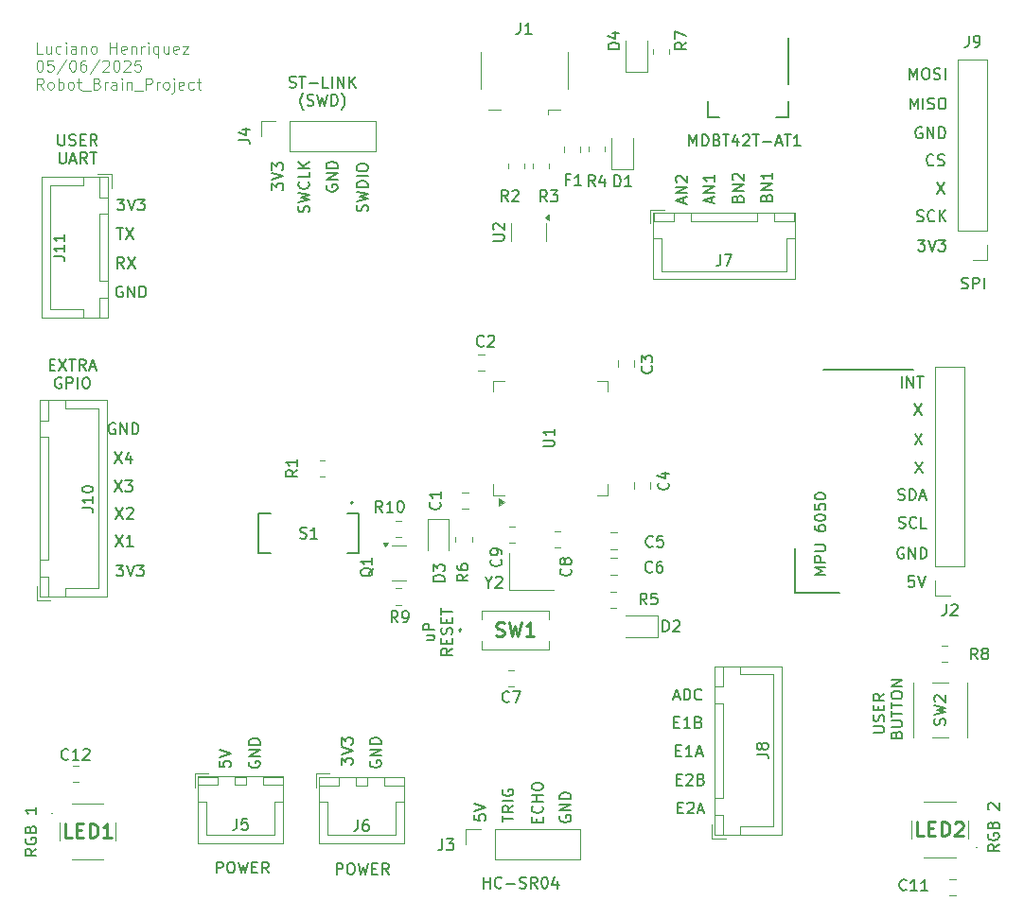
<source format=gbr>
%TF.GenerationSoftware,KiCad,Pcbnew,9.0.1*%
%TF.CreationDate,2025-05-06T17:46:24-06:00*%
%TF.ProjectId,2025_04_STM32F103_RobotBrain,32303235-5f30-4345-9f53-544d33324631,rev?*%
%TF.SameCoordinates,Original*%
%TF.FileFunction,Legend,Top*%
%TF.FilePolarity,Positive*%
%FSLAX46Y46*%
G04 Gerber Fmt 4.6, Leading zero omitted, Abs format (unit mm)*
G04 Created by KiCad (PCBNEW 9.0.1) date 2025-05-06 17:46:24*
%MOMM*%
%LPD*%
G01*
G04 APERTURE LIST*
%ADD10C,0.100000*%
%ADD11C,0.150000*%
%ADD12C,0.254000*%
%ADD13C,0.127000*%
%ADD14C,0.120000*%
%ADD15C,0.200000*%
G04 APERTURE END LIST*
D10*
X95280074Y-32652531D02*
X94803884Y-32652531D01*
X94803884Y-32652531D02*
X94803884Y-31652531D01*
X96041979Y-31985864D02*
X96041979Y-32652531D01*
X95613408Y-31985864D02*
X95613408Y-32509673D01*
X95613408Y-32509673D02*
X95661027Y-32604912D01*
X95661027Y-32604912D02*
X95756265Y-32652531D01*
X95756265Y-32652531D02*
X95899122Y-32652531D01*
X95899122Y-32652531D02*
X95994360Y-32604912D01*
X95994360Y-32604912D02*
X96041979Y-32557292D01*
X96946741Y-32604912D02*
X96851503Y-32652531D01*
X96851503Y-32652531D02*
X96661027Y-32652531D01*
X96661027Y-32652531D02*
X96565789Y-32604912D01*
X96565789Y-32604912D02*
X96518170Y-32557292D01*
X96518170Y-32557292D02*
X96470551Y-32462054D01*
X96470551Y-32462054D02*
X96470551Y-32176340D01*
X96470551Y-32176340D02*
X96518170Y-32081102D01*
X96518170Y-32081102D02*
X96565789Y-32033483D01*
X96565789Y-32033483D02*
X96661027Y-31985864D01*
X96661027Y-31985864D02*
X96851503Y-31985864D01*
X96851503Y-31985864D02*
X96946741Y-32033483D01*
X97375313Y-32652531D02*
X97375313Y-31985864D01*
X97375313Y-31652531D02*
X97327694Y-31700150D01*
X97327694Y-31700150D02*
X97375313Y-31747769D01*
X97375313Y-31747769D02*
X97422932Y-31700150D01*
X97422932Y-31700150D02*
X97375313Y-31652531D01*
X97375313Y-31652531D02*
X97375313Y-31747769D01*
X98280074Y-32652531D02*
X98280074Y-32128721D01*
X98280074Y-32128721D02*
X98232455Y-32033483D01*
X98232455Y-32033483D02*
X98137217Y-31985864D01*
X98137217Y-31985864D02*
X97946741Y-31985864D01*
X97946741Y-31985864D02*
X97851503Y-32033483D01*
X98280074Y-32604912D02*
X98184836Y-32652531D01*
X98184836Y-32652531D02*
X97946741Y-32652531D01*
X97946741Y-32652531D02*
X97851503Y-32604912D01*
X97851503Y-32604912D02*
X97803884Y-32509673D01*
X97803884Y-32509673D02*
X97803884Y-32414435D01*
X97803884Y-32414435D02*
X97851503Y-32319197D01*
X97851503Y-32319197D02*
X97946741Y-32271578D01*
X97946741Y-32271578D02*
X98184836Y-32271578D01*
X98184836Y-32271578D02*
X98280074Y-32223959D01*
X98756265Y-31985864D02*
X98756265Y-32652531D01*
X98756265Y-32081102D02*
X98803884Y-32033483D01*
X98803884Y-32033483D02*
X98899122Y-31985864D01*
X98899122Y-31985864D02*
X99041979Y-31985864D01*
X99041979Y-31985864D02*
X99137217Y-32033483D01*
X99137217Y-32033483D02*
X99184836Y-32128721D01*
X99184836Y-32128721D02*
X99184836Y-32652531D01*
X99803884Y-32652531D02*
X99708646Y-32604912D01*
X99708646Y-32604912D02*
X99661027Y-32557292D01*
X99661027Y-32557292D02*
X99613408Y-32462054D01*
X99613408Y-32462054D02*
X99613408Y-32176340D01*
X99613408Y-32176340D02*
X99661027Y-32081102D01*
X99661027Y-32081102D02*
X99708646Y-32033483D01*
X99708646Y-32033483D02*
X99803884Y-31985864D01*
X99803884Y-31985864D02*
X99946741Y-31985864D01*
X99946741Y-31985864D02*
X100041979Y-32033483D01*
X100041979Y-32033483D02*
X100089598Y-32081102D01*
X100089598Y-32081102D02*
X100137217Y-32176340D01*
X100137217Y-32176340D02*
X100137217Y-32462054D01*
X100137217Y-32462054D02*
X100089598Y-32557292D01*
X100089598Y-32557292D02*
X100041979Y-32604912D01*
X100041979Y-32604912D02*
X99946741Y-32652531D01*
X99946741Y-32652531D02*
X99803884Y-32652531D01*
X101327694Y-32652531D02*
X101327694Y-31652531D01*
X101327694Y-32128721D02*
X101899122Y-32128721D01*
X101899122Y-32652531D02*
X101899122Y-31652531D01*
X102756265Y-32604912D02*
X102661027Y-32652531D01*
X102661027Y-32652531D02*
X102470551Y-32652531D01*
X102470551Y-32652531D02*
X102375313Y-32604912D01*
X102375313Y-32604912D02*
X102327694Y-32509673D01*
X102327694Y-32509673D02*
X102327694Y-32128721D01*
X102327694Y-32128721D02*
X102375313Y-32033483D01*
X102375313Y-32033483D02*
X102470551Y-31985864D01*
X102470551Y-31985864D02*
X102661027Y-31985864D01*
X102661027Y-31985864D02*
X102756265Y-32033483D01*
X102756265Y-32033483D02*
X102803884Y-32128721D01*
X102803884Y-32128721D02*
X102803884Y-32223959D01*
X102803884Y-32223959D02*
X102327694Y-32319197D01*
X103232456Y-31985864D02*
X103232456Y-32652531D01*
X103232456Y-32081102D02*
X103280075Y-32033483D01*
X103280075Y-32033483D02*
X103375313Y-31985864D01*
X103375313Y-31985864D02*
X103518170Y-31985864D01*
X103518170Y-31985864D02*
X103613408Y-32033483D01*
X103613408Y-32033483D02*
X103661027Y-32128721D01*
X103661027Y-32128721D02*
X103661027Y-32652531D01*
X104137218Y-32652531D02*
X104137218Y-31985864D01*
X104137218Y-32176340D02*
X104184837Y-32081102D01*
X104184837Y-32081102D02*
X104232456Y-32033483D01*
X104232456Y-32033483D02*
X104327694Y-31985864D01*
X104327694Y-31985864D02*
X104422932Y-31985864D01*
X104756266Y-32652531D02*
X104756266Y-31985864D01*
X104756266Y-31652531D02*
X104708647Y-31700150D01*
X104708647Y-31700150D02*
X104756266Y-31747769D01*
X104756266Y-31747769D02*
X104803885Y-31700150D01*
X104803885Y-31700150D02*
X104756266Y-31652531D01*
X104756266Y-31652531D02*
X104756266Y-31747769D01*
X105661027Y-31985864D02*
X105661027Y-32985864D01*
X105661027Y-32604912D02*
X105565789Y-32652531D01*
X105565789Y-32652531D02*
X105375313Y-32652531D01*
X105375313Y-32652531D02*
X105280075Y-32604912D01*
X105280075Y-32604912D02*
X105232456Y-32557292D01*
X105232456Y-32557292D02*
X105184837Y-32462054D01*
X105184837Y-32462054D02*
X105184837Y-32176340D01*
X105184837Y-32176340D02*
X105232456Y-32081102D01*
X105232456Y-32081102D02*
X105280075Y-32033483D01*
X105280075Y-32033483D02*
X105375313Y-31985864D01*
X105375313Y-31985864D02*
X105565789Y-31985864D01*
X105565789Y-31985864D02*
X105661027Y-32033483D01*
X106565789Y-31985864D02*
X106565789Y-32652531D01*
X106137218Y-31985864D02*
X106137218Y-32509673D01*
X106137218Y-32509673D02*
X106184837Y-32604912D01*
X106184837Y-32604912D02*
X106280075Y-32652531D01*
X106280075Y-32652531D02*
X106422932Y-32652531D01*
X106422932Y-32652531D02*
X106518170Y-32604912D01*
X106518170Y-32604912D02*
X106565789Y-32557292D01*
X107422932Y-32604912D02*
X107327694Y-32652531D01*
X107327694Y-32652531D02*
X107137218Y-32652531D01*
X107137218Y-32652531D02*
X107041980Y-32604912D01*
X107041980Y-32604912D02*
X106994361Y-32509673D01*
X106994361Y-32509673D02*
X106994361Y-32128721D01*
X106994361Y-32128721D02*
X107041980Y-32033483D01*
X107041980Y-32033483D02*
X107137218Y-31985864D01*
X107137218Y-31985864D02*
X107327694Y-31985864D01*
X107327694Y-31985864D02*
X107422932Y-32033483D01*
X107422932Y-32033483D02*
X107470551Y-32128721D01*
X107470551Y-32128721D02*
X107470551Y-32223959D01*
X107470551Y-32223959D02*
X106994361Y-32319197D01*
X107803885Y-31985864D02*
X108327694Y-31985864D01*
X108327694Y-31985864D02*
X107803885Y-32652531D01*
X107803885Y-32652531D02*
X108327694Y-32652531D01*
X94994360Y-33262475D02*
X95089598Y-33262475D01*
X95089598Y-33262475D02*
X95184836Y-33310094D01*
X95184836Y-33310094D02*
X95232455Y-33357713D01*
X95232455Y-33357713D02*
X95280074Y-33452951D01*
X95280074Y-33452951D02*
X95327693Y-33643427D01*
X95327693Y-33643427D02*
X95327693Y-33881522D01*
X95327693Y-33881522D02*
X95280074Y-34071998D01*
X95280074Y-34071998D02*
X95232455Y-34167236D01*
X95232455Y-34167236D02*
X95184836Y-34214856D01*
X95184836Y-34214856D02*
X95089598Y-34262475D01*
X95089598Y-34262475D02*
X94994360Y-34262475D01*
X94994360Y-34262475D02*
X94899122Y-34214856D01*
X94899122Y-34214856D02*
X94851503Y-34167236D01*
X94851503Y-34167236D02*
X94803884Y-34071998D01*
X94803884Y-34071998D02*
X94756265Y-33881522D01*
X94756265Y-33881522D02*
X94756265Y-33643427D01*
X94756265Y-33643427D02*
X94803884Y-33452951D01*
X94803884Y-33452951D02*
X94851503Y-33357713D01*
X94851503Y-33357713D02*
X94899122Y-33310094D01*
X94899122Y-33310094D02*
X94994360Y-33262475D01*
X96232455Y-33262475D02*
X95756265Y-33262475D01*
X95756265Y-33262475D02*
X95708646Y-33738665D01*
X95708646Y-33738665D02*
X95756265Y-33691046D01*
X95756265Y-33691046D02*
X95851503Y-33643427D01*
X95851503Y-33643427D02*
X96089598Y-33643427D01*
X96089598Y-33643427D02*
X96184836Y-33691046D01*
X96184836Y-33691046D02*
X96232455Y-33738665D01*
X96232455Y-33738665D02*
X96280074Y-33833903D01*
X96280074Y-33833903D02*
X96280074Y-34071998D01*
X96280074Y-34071998D02*
X96232455Y-34167236D01*
X96232455Y-34167236D02*
X96184836Y-34214856D01*
X96184836Y-34214856D02*
X96089598Y-34262475D01*
X96089598Y-34262475D02*
X95851503Y-34262475D01*
X95851503Y-34262475D02*
X95756265Y-34214856D01*
X95756265Y-34214856D02*
X95708646Y-34167236D01*
X97422931Y-33214856D02*
X96565789Y-34500570D01*
X97946741Y-33262475D02*
X98041979Y-33262475D01*
X98041979Y-33262475D02*
X98137217Y-33310094D01*
X98137217Y-33310094D02*
X98184836Y-33357713D01*
X98184836Y-33357713D02*
X98232455Y-33452951D01*
X98232455Y-33452951D02*
X98280074Y-33643427D01*
X98280074Y-33643427D02*
X98280074Y-33881522D01*
X98280074Y-33881522D02*
X98232455Y-34071998D01*
X98232455Y-34071998D02*
X98184836Y-34167236D01*
X98184836Y-34167236D02*
X98137217Y-34214856D01*
X98137217Y-34214856D02*
X98041979Y-34262475D01*
X98041979Y-34262475D02*
X97946741Y-34262475D01*
X97946741Y-34262475D02*
X97851503Y-34214856D01*
X97851503Y-34214856D02*
X97803884Y-34167236D01*
X97803884Y-34167236D02*
X97756265Y-34071998D01*
X97756265Y-34071998D02*
X97708646Y-33881522D01*
X97708646Y-33881522D02*
X97708646Y-33643427D01*
X97708646Y-33643427D02*
X97756265Y-33452951D01*
X97756265Y-33452951D02*
X97803884Y-33357713D01*
X97803884Y-33357713D02*
X97851503Y-33310094D01*
X97851503Y-33310094D02*
X97946741Y-33262475D01*
X99137217Y-33262475D02*
X98946741Y-33262475D01*
X98946741Y-33262475D02*
X98851503Y-33310094D01*
X98851503Y-33310094D02*
X98803884Y-33357713D01*
X98803884Y-33357713D02*
X98708646Y-33500570D01*
X98708646Y-33500570D02*
X98661027Y-33691046D01*
X98661027Y-33691046D02*
X98661027Y-34071998D01*
X98661027Y-34071998D02*
X98708646Y-34167236D01*
X98708646Y-34167236D02*
X98756265Y-34214856D01*
X98756265Y-34214856D02*
X98851503Y-34262475D01*
X98851503Y-34262475D02*
X99041979Y-34262475D01*
X99041979Y-34262475D02*
X99137217Y-34214856D01*
X99137217Y-34214856D02*
X99184836Y-34167236D01*
X99184836Y-34167236D02*
X99232455Y-34071998D01*
X99232455Y-34071998D02*
X99232455Y-33833903D01*
X99232455Y-33833903D02*
X99184836Y-33738665D01*
X99184836Y-33738665D02*
X99137217Y-33691046D01*
X99137217Y-33691046D02*
X99041979Y-33643427D01*
X99041979Y-33643427D02*
X98851503Y-33643427D01*
X98851503Y-33643427D02*
X98756265Y-33691046D01*
X98756265Y-33691046D02*
X98708646Y-33738665D01*
X98708646Y-33738665D02*
X98661027Y-33833903D01*
X100375312Y-33214856D02*
X99518170Y-34500570D01*
X100661027Y-33357713D02*
X100708646Y-33310094D01*
X100708646Y-33310094D02*
X100803884Y-33262475D01*
X100803884Y-33262475D02*
X101041979Y-33262475D01*
X101041979Y-33262475D02*
X101137217Y-33310094D01*
X101137217Y-33310094D02*
X101184836Y-33357713D01*
X101184836Y-33357713D02*
X101232455Y-33452951D01*
X101232455Y-33452951D02*
X101232455Y-33548189D01*
X101232455Y-33548189D02*
X101184836Y-33691046D01*
X101184836Y-33691046D02*
X100613408Y-34262475D01*
X100613408Y-34262475D02*
X101232455Y-34262475D01*
X101851503Y-33262475D02*
X101946741Y-33262475D01*
X101946741Y-33262475D02*
X102041979Y-33310094D01*
X102041979Y-33310094D02*
X102089598Y-33357713D01*
X102089598Y-33357713D02*
X102137217Y-33452951D01*
X102137217Y-33452951D02*
X102184836Y-33643427D01*
X102184836Y-33643427D02*
X102184836Y-33881522D01*
X102184836Y-33881522D02*
X102137217Y-34071998D01*
X102137217Y-34071998D02*
X102089598Y-34167236D01*
X102089598Y-34167236D02*
X102041979Y-34214856D01*
X102041979Y-34214856D02*
X101946741Y-34262475D01*
X101946741Y-34262475D02*
X101851503Y-34262475D01*
X101851503Y-34262475D02*
X101756265Y-34214856D01*
X101756265Y-34214856D02*
X101708646Y-34167236D01*
X101708646Y-34167236D02*
X101661027Y-34071998D01*
X101661027Y-34071998D02*
X101613408Y-33881522D01*
X101613408Y-33881522D02*
X101613408Y-33643427D01*
X101613408Y-33643427D02*
X101661027Y-33452951D01*
X101661027Y-33452951D02*
X101708646Y-33357713D01*
X101708646Y-33357713D02*
X101756265Y-33310094D01*
X101756265Y-33310094D02*
X101851503Y-33262475D01*
X102565789Y-33357713D02*
X102613408Y-33310094D01*
X102613408Y-33310094D02*
X102708646Y-33262475D01*
X102708646Y-33262475D02*
X102946741Y-33262475D01*
X102946741Y-33262475D02*
X103041979Y-33310094D01*
X103041979Y-33310094D02*
X103089598Y-33357713D01*
X103089598Y-33357713D02*
X103137217Y-33452951D01*
X103137217Y-33452951D02*
X103137217Y-33548189D01*
X103137217Y-33548189D02*
X103089598Y-33691046D01*
X103089598Y-33691046D02*
X102518170Y-34262475D01*
X102518170Y-34262475D02*
X103137217Y-34262475D01*
X104041979Y-33262475D02*
X103565789Y-33262475D01*
X103565789Y-33262475D02*
X103518170Y-33738665D01*
X103518170Y-33738665D02*
X103565789Y-33691046D01*
X103565789Y-33691046D02*
X103661027Y-33643427D01*
X103661027Y-33643427D02*
X103899122Y-33643427D01*
X103899122Y-33643427D02*
X103994360Y-33691046D01*
X103994360Y-33691046D02*
X104041979Y-33738665D01*
X104041979Y-33738665D02*
X104089598Y-33833903D01*
X104089598Y-33833903D02*
X104089598Y-34071998D01*
X104089598Y-34071998D02*
X104041979Y-34167236D01*
X104041979Y-34167236D02*
X103994360Y-34214856D01*
X103994360Y-34214856D02*
X103899122Y-34262475D01*
X103899122Y-34262475D02*
X103661027Y-34262475D01*
X103661027Y-34262475D02*
X103565789Y-34214856D01*
X103565789Y-34214856D02*
X103518170Y-34167236D01*
X95375312Y-35872419D02*
X95041979Y-35396228D01*
X94803884Y-35872419D02*
X94803884Y-34872419D01*
X94803884Y-34872419D02*
X95184836Y-34872419D01*
X95184836Y-34872419D02*
X95280074Y-34920038D01*
X95280074Y-34920038D02*
X95327693Y-34967657D01*
X95327693Y-34967657D02*
X95375312Y-35062895D01*
X95375312Y-35062895D02*
X95375312Y-35205752D01*
X95375312Y-35205752D02*
X95327693Y-35300990D01*
X95327693Y-35300990D02*
X95280074Y-35348609D01*
X95280074Y-35348609D02*
X95184836Y-35396228D01*
X95184836Y-35396228D02*
X94803884Y-35396228D01*
X95946741Y-35872419D02*
X95851503Y-35824800D01*
X95851503Y-35824800D02*
X95803884Y-35777180D01*
X95803884Y-35777180D02*
X95756265Y-35681942D01*
X95756265Y-35681942D02*
X95756265Y-35396228D01*
X95756265Y-35396228D02*
X95803884Y-35300990D01*
X95803884Y-35300990D02*
X95851503Y-35253371D01*
X95851503Y-35253371D02*
X95946741Y-35205752D01*
X95946741Y-35205752D02*
X96089598Y-35205752D01*
X96089598Y-35205752D02*
X96184836Y-35253371D01*
X96184836Y-35253371D02*
X96232455Y-35300990D01*
X96232455Y-35300990D02*
X96280074Y-35396228D01*
X96280074Y-35396228D02*
X96280074Y-35681942D01*
X96280074Y-35681942D02*
X96232455Y-35777180D01*
X96232455Y-35777180D02*
X96184836Y-35824800D01*
X96184836Y-35824800D02*
X96089598Y-35872419D01*
X96089598Y-35872419D02*
X95946741Y-35872419D01*
X96708646Y-35872419D02*
X96708646Y-34872419D01*
X96708646Y-35253371D02*
X96803884Y-35205752D01*
X96803884Y-35205752D02*
X96994360Y-35205752D01*
X96994360Y-35205752D02*
X97089598Y-35253371D01*
X97089598Y-35253371D02*
X97137217Y-35300990D01*
X97137217Y-35300990D02*
X97184836Y-35396228D01*
X97184836Y-35396228D02*
X97184836Y-35681942D01*
X97184836Y-35681942D02*
X97137217Y-35777180D01*
X97137217Y-35777180D02*
X97089598Y-35824800D01*
X97089598Y-35824800D02*
X96994360Y-35872419D01*
X96994360Y-35872419D02*
X96803884Y-35872419D01*
X96803884Y-35872419D02*
X96708646Y-35824800D01*
X97756265Y-35872419D02*
X97661027Y-35824800D01*
X97661027Y-35824800D02*
X97613408Y-35777180D01*
X97613408Y-35777180D02*
X97565789Y-35681942D01*
X97565789Y-35681942D02*
X97565789Y-35396228D01*
X97565789Y-35396228D02*
X97613408Y-35300990D01*
X97613408Y-35300990D02*
X97661027Y-35253371D01*
X97661027Y-35253371D02*
X97756265Y-35205752D01*
X97756265Y-35205752D02*
X97899122Y-35205752D01*
X97899122Y-35205752D02*
X97994360Y-35253371D01*
X97994360Y-35253371D02*
X98041979Y-35300990D01*
X98041979Y-35300990D02*
X98089598Y-35396228D01*
X98089598Y-35396228D02*
X98089598Y-35681942D01*
X98089598Y-35681942D02*
X98041979Y-35777180D01*
X98041979Y-35777180D02*
X97994360Y-35824800D01*
X97994360Y-35824800D02*
X97899122Y-35872419D01*
X97899122Y-35872419D02*
X97756265Y-35872419D01*
X98375313Y-35205752D02*
X98756265Y-35205752D01*
X98518170Y-34872419D02*
X98518170Y-35729561D01*
X98518170Y-35729561D02*
X98565789Y-35824800D01*
X98565789Y-35824800D02*
X98661027Y-35872419D01*
X98661027Y-35872419D02*
X98756265Y-35872419D01*
X98851504Y-35967657D02*
X99613408Y-35967657D01*
X100184837Y-35348609D02*
X100327694Y-35396228D01*
X100327694Y-35396228D02*
X100375313Y-35443847D01*
X100375313Y-35443847D02*
X100422932Y-35539085D01*
X100422932Y-35539085D02*
X100422932Y-35681942D01*
X100422932Y-35681942D02*
X100375313Y-35777180D01*
X100375313Y-35777180D02*
X100327694Y-35824800D01*
X100327694Y-35824800D02*
X100232456Y-35872419D01*
X100232456Y-35872419D02*
X99851504Y-35872419D01*
X99851504Y-35872419D02*
X99851504Y-34872419D01*
X99851504Y-34872419D02*
X100184837Y-34872419D01*
X100184837Y-34872419D02*
X100280075Y-34920038D01*
X100280075Y-34920038D02*
X100327694Y-34967657D01*
X100327694Y-34967657D02*
X100375313Y-35062895D01*
X100375313Y-35062895D02*
X100375313Y-35158133D01*
X100375313Y-35158133D02*
X100327694Y-35253371D01*
X100327694Y-35253371D02*
X100280075Y-35300990D01*
X100280075Y-35300990D02*
X100184837Y-35348609D01*
X100184837Y-35348609D02*
X99851504Y-35348609D01*
X100851504Y-35872419D02*
X100851504Y-35205752D01*
X100851504Y-35396228D02*
X100899123Y-35300990D01*
X100899123Y-35300990D02*
X100946742Y-35253371D01*
X100946742Y-35253371D02*
X101041980Y-35205752D01*
X101041980Y-35205752D02*
X101137218Y-35205752D01*
X101899123Y-35872419D02*
X101899123Y-35348609D01*
X101899123Y-35348609D02*
X101851504Y-35253371D01*
X101851504Y-35253371D02*
X101756266Y-35205752D01*
X101756266Y-35205752D02*
X101565790Y-35205752D01*
X101565790Y-35205752D02*
X101470552Y-35253371D01*
X101899123Y-35824800D02*
X101803885Y-35872419D01*
X101803885Y-35872419D02*
X101565790Y-35872419D01*
X101565790Y-35872419D02*
X101470552Y-35824800D01*
X101470552Y-35824800D02*
X101422933Y-35729561D01*
X101422933Y-35729561D02*
X101422933Y-35634323D01*
X101422933Y-35634323D02*
X101470552Y-35539085D01*
X101470552Y-35539085D02*
X101565790Y-35491466D01*
X101565790Y-35491466D02*
X101803885Y-35491466D01*
X101803885Y-35491466D02*
X101899123Y-35443847D01*
X102375314Y-35872419D02*
X102375314Y-35205752D01*
X102375314Y-34872419D02*
X102327695Y-34920038D01*
X102327695Y-34920038D02*
X102375314Y-34967657D01*
X102375314Y-34967657D02*
X102422933Y-34920038D01*
X102422933Y-34920038D02*
X102375314Y-34872419D01*
X102375314Y-34872419D02*
X102375314Y-34967657D01*
X102851504Y-35205752D02*
X102851504Y-35872419D01*
X102851504Y-35300990D02*
X102899123Y-35253371D01*
X102899123Y-35253371D02*
X102994361Y-35205752D01*
X102994361Y-35205752D02*
X103137218Y-35205752D01*
X103137218Y-35205752D02*
X103232456Y-35253371D01*
X103232456Y-35253371D02*
X103280075Y-35348609D01*
X103280075Y-35348609D02*
X103280075Y-35872419D01*
X103518171Y-35967657D02*
X104280075Y-35967657D01*
X104518171Y-35872419D02*
X104518171Y-34872419D01*
X104518171Y-34872419D02*
X104899123Y-34872419D01*
X104899123Y-34872419D02*
X104994361Y-34920038D01*
X104994361Y-34920038D02*
X105041980Y-34967657D01*
X105041980Y-34967657D02*
X105089599Y-35062895D01*
X105089599Y-35062895D02*
X105089599Y-35205752D01*
X105089599Y-35205752D02*
X105041980Y-35300990D01*
X105041980Y-35300990D02*
X104994361Y-35348609D01*
X104994361Y-35348609D02*
X104899123Y-35396228D01*
X104899123Y-35396228D02*
X104518171Y-35396228D01*
X105518171Y-35872419D02*
X105518171Y-35205752D01*
X105518171Y-35396228D02*
X105565790Y-35300990D01*
X105565790Y-35300990D02*
X105613409Y-35253371D01*
X105613409Y-35253371D02*
X105708647Y-35205752D01*
X105708647Y-35205752D02*
X105803885Y-35205752D01*
X106280076Y-35872419D02*
X106184838Y-35824800D01*
X106184838Y-35824800D02*
X106137219Y-35777180D01*
X106137219Y-35777180D02*
X106089600Y-35681942D01*
X106089600Y-35681942D02*
X106089600Y-35396228D01*
X106089600Y-35396228D02*
X106137219Y-35300990D01*
X106137219Y-35300990D02*
X106184838Y-35253371D01*
X106184838Y-35253371D02*
X106280076Y-35205752D01*
X106280076Y-35205752D02*
X106422933Y-35205752D01*
X106422933Y-35205752D02*
X106518171Y-35253371D01*
X106518171Y-35253371D02*
X106565790Y-35300990D01*
X106565790Y-35300990D02*
X106613409Y-35396228D01*
X106613409Y-35396228D02*
X106613409Y-35681942D01*
X106613409Y-35681942D02*
X106565790Y-35777180D01*
X106565790Y-35777180D02*
X106518171Y-35824800D01*
X106518171Y-35824800D02*
X106422933Y-35872419D01*
X106422933Y-35872419D02*
X106280076Y-35872419D01*
X107041981Y-35205752D02*
X107041981Y-36062895D01*
X107041981Y-36062895D02*
X106994362Y-36158133D01*
X106994362Y-36158133D02*
X106899124Y-36205752D01*
X106899124Y-36205752D02*
X106851505Y-36205752D01*
X107041981Y-34872419D02*
X106994362Y-34920038D01*
X106994362Y-34920038D02*
X107041981Y-34967657D01*
X107041981Y-34967657D02*
X107089600Y-34920038D01*
X107089600Y-34920038D02*
X107041981Y-34872419D01*
X107041981Y-34872419D02*
X107041981Y-34967657D01*
X107899123Y-35824800D02*
X107803885Y-35872419D01*
X107803885Y-35872419D02*
X107613409Y-35872419D01*
X107613409Y-35872419D02*
X107518171Y-35824800D01*
X107518171Y-35824800D02*
X107470552Y-35729561D01*
X107470552Y-35729561D02*
X107470552Y-35348609D01*
X107470552Y-35348609D02*
X107518171Y-35253371D01*
X107518171Y-35253371D02*
X107613409Y-35205752D01*
X107613409Y-35205752D02*
X107803885Y-35205752D01*
X107803885Y-35205752D02*
X107899123Y-35253371D01*
X107899123Y-35253371D02*
X107946742Y-35348609D01*
X107946742Y-35348609D02*
X107946742Y-35443847D01*
X107946742Y-35443847D02*
X107470552Y-35539085D01*
X108803885Y-35824800D02*
X108708647Y-35872419D01*
X108708647Y-35872419D02*
X108518171Y-35872419D01*
X108518171Y-35872419D02*
X108422933Y-35824800D01*
X108422933Y-35824800D02*
X108375314Y-35777180D01*
X108375314Y-35777180D02*
X108327695Y-35681942D01*
X108327695Y-35681942D02*
X108327695Y-35396228D01*
X108327695Y-35396228D02*
X108375314Y-35300990D01*
X108375314Y-35300990D02*
X108422933Y-35253371D01*
X108422933Y-35253371D02*
X108518171Y-35205752D01*
X108518171Y-35205752D02*
X108708647Y-35205752D01*
X108708647Y-35205752D02*
X108803885Y-35253371D01*
X109089600Y-35205752D02*
X109470552Y-35205752D01*
X109232457Y-34872419D02*
X109232457Y-35729561D01*
X109232457Y-35729561D02*
X109280076Y-35824800D01*
X109280076Y-35824800D02*
X109375314Y-35872419D01*
X109375314Y-35872419D02*
X109470552Y-35872419D01*
D11*
X162585000Y-80945000D02*
X166585000Y-80945000D01*
X162585000Y-80945000D02*
X162585000Y-76945000D01*
X173165000Y-60945000D02*
X165165000Y-60945000D01*
X111104819Y-96030476D02*
X111104819Y-96506666D01*
X111104819Y-96506666D02*
X111581009Y-96554285D01*
X111581009Y-96554285D02*
X111533390Y-96506666D01*
X111533390Y-96506666D02*
X111485771Y-96411428D01*
X111485771Y-96411428D02*
X111485771Y-96173333D01*
X111485771Y-96173333D02*
X111533390Y-96078095D01*
X111533390Y-96078095D02*
X111581009Y-96030476D01*
X111581009Y-96030476D02*
X111676247Y-95982857D01*
X111676247Y-95982857D02*
X111914342Y-95982857D01*
X111914342Y-95982857D02*
X112009580Y-96030476D01*
X112009580Y-96030476D02*
X112057200Y-96078095D01*
X112057200Y-96078095D02*
X112104819Y-96173333D01*
X112104819Y-96173333D02*
X112104819Y-96411428D01*
X112104819Y-96411428D02*
X112057200Y-96506666D01*
X112057200Y-96506666D02*
X112009580Y-96554285D01*
X111104819Y-95697142D02*
X112104819Y-95363809D01*
X112104819Y-95363809D02*
X111104819Y-95030476D01*
X101840476Y-73304819D02*
X102507142Y-74304819D01*
X102507142Y-73304819D02*
X101840476Y-74304819D01*
X102840476Y-73400057D02*
X102888095Y-73352438D01*
X102888095Y-73352438D02*
X102983333Y-73304819D01*
X102983333Y-73304819D02*
X103221428Y-73304819D01*
X103221428Y-73304819D02*
X103316666Y-73352438D01*
X103316666Y-73352438D02*
X103364285Y-73400057D01*
X103364285Y-73400057D02*
X103411904Y-73495295D01*
X103411904Y-73495295D02*
X103411904Y-73590533D01*
X103411904Y-73590533D02*
X103364285Y-73733390D01*
X103364285Y-73733390D02*
X102792857Y-74304819D01*
X102792857Y-74304819D02*
X103411904Y-74304819D01*
X139531009Y-101531904D02*
X139531009Y-101198571D01*
X140054819Y-101055714D02*
X140054819Y-101531904D01*
X140054819Y-101531904D02*
X139054819Y-101531904D01*
X139054819Y-101531904D02*
X139054819Y-101055714D01*
X139959580Y-100055714D02*
X140007200Y-100103333D01*
X140007200Y-100103333D02*
X140054819Y-100246190D01*
X140054819Y-100246190D02*
X140054819Y-100341428D01*
X140054819Y-100341428D02*
X140007200Y-100484285D01*
X140007200Y-100484285D02*
X139911961Y-100579523D01*
X139911961Y-100579523D02*
X139816723Y-100627142D01*
X139816723Y-100627142D02*
X139626247Y-100674761D01*
X139626247Y-100674761D02*
X139483390Y-100674761D01*
X139483390Y-100674761D02*
X139292914Y-100627142D01*
X139292914Y-100627142D02*
X139197676Y-100579523D01*
X139197676Y-100579523D02*
X139102438Y-100484285D01*
X139102438Y-100484285D02*
X139054819Y-100341428D01*
X139054819Y-100341428D02*
X139054819Y-100246190D01*
X139054819Y-100246190D02*
X139102438Y-100103333D01*
X139102438Y-100103333D02*
X139150057Y-100055714D01*
X140054819Y-99627142D02*
X139054819Y-99627142D01*
X139531009Y-99627142D02*
X139531009Y-99055714D01*
X140054819Y-99055714D02*
X139054819Y-99055714D01*
X139054819Y-98389047D02*
X139054819Y-98198571D01*
X139054819Y-98198571D02*
X139102438Y-98103333D01*
X139102438Y-98103333D02*
X139197676Y-98008095D01*
X139197676Y-98008095D02*
X139388152Y-97960476D01*
X139388152Y-97960476D02*
X139721485Y-97960476D01*
X139721485Y-97960476D02*
X139911961Y-98008095D01*
X139911961Y-98008095D02*
X140007200Y-98103333D01*
X140007200Y-98103333D02*
X140054819Y-98198571D01*
X140054819Y-98198571D02*
X140054819Y-98389047D01*
X140054819Y-98389047D02*
X140007200Y-98484285D01*
X140007200Y-98484285D02*
X139911961Y-98579523D01*
X139911961Y-98579523D02*
X139721485Y-98627142D01*
X139721485Y-98627142D02*
X139388152Y-98627142D01*
X139388152Y-98627142D02*
X139197676Y-98579523D01*
X139197676Y-98579523D02*
X139102438Y-98484285D01*
X139102438Y-98484285D02*
X139054819Y-98389047D01*
X151809524Y-92521009D02*
X152142857Y-92521009D01*
X152285714Y-93044819D02*
X151809524Y-93044819D01*
X151809524Y-93044819D02*
X151809524Y-92044819D01*
X151809524Y-92044819D02*
X152285714Y-92044819D01*
X153238095Y-93044819D02*
X152666667Y-93044819D01*
X152952381Y-93044819D02*
X152952381Y-92044819D01*
X152952381Y-92044819D02*
X152857143Y-92187676D01*
X152857143Y-92187676D02*
X152761905Y-92282914D01*
X152761905Y-92282914D02*
X152666667Y-92330533D01*
X154000000Y-92521009D02*
X154142857Y-92568628D01*
X154142857Y-92568628D02*
X154190476Y-92616247D01*
X154190476Y-92616247D02*
X154238095Y-92711485D01*
X154238095Y-92711485D02*
X154238095Y-92854342D01*
X154238095Y-92854342D02*
X154190476Y-92949580D01*
X154190476Y-92949580D02*
X154142857Y-92997200D01*
X154142857Y-92997200D02*
X154047619Y-93044819D01*
X154047619Y-93044819D02*
X153666667Y-93044819D01*
X153666667Y-93044819D02*
X153666667Y-92044819D01*
X153666667Y-92044819D02*
X154000000Y-92044819D01*
X154000000Y-92044819D02*
X154095238Y-92092438D01*
X154095238Y-92092438D02*
X154142857Y-92140057D01*
X154142857Y-92140057D02*
X154190476Y-92235295D01*
X154190476Y-92235295D02*
X154190476Y-92330533D01*
X154190476Y-92330533D02*
X154142857Y-92425771D01*
X154142857Y-92425771D02*
X154095238Y-92473390D01*
X154095238Y-92473390D02*
X154000000Y-92521009D01*
X154000000Y-92521009D02*
X153666667Y-92521009D01*
X155149104Y-46008094D02*
X155149104Y-45531904D01*
X155434819Y-46103332D02*
X154434819Y-45769999D01*
X154434819Y-45769999D02*
X155434819Y-45436666D01*
X155434819Y-45103332D02*
X154434819Y-45103332D01*
X154434819Y-45103332D02*
X155434819Y-44531904D01*
X155434819Y-44531904D02*
X154434819Y-44531904D01*
X155434819Y-43531904D02*
X155434819Y-44103332D01*
X155434819Y-43817618D02*
X154434819Y-43817618D01*
X154434819Y-43817618D02*
X154577676Y-43912856D01*
X154577676Y-43912856D02*
X154672914Y-44008094D01*
X154672914Y-44008094D02*
X154720533Y-44103332D01*
X173396667Y-69234819D02*
X174063333Y-70234819D01*
X174063333Y-69234819D02*
X173396667Y-70234819D01*
X120722438Y-44441904D02*
X120674819Y-44537142D01*
X120674819Y-44537142D02*
X120674819Y-44679999D01*
X120674819Y-44679999D02*
X120722438Y-44822856D01*
X120722438Y-44822856D02*
X120817676Y-44918094D01*
X120817676Y-44918094D02*
X120912914Y-44965713D01*
X120912914Y-44965713D02*
X121103390Y-45013332D01*
X121103390Y-45013332D02*
X121246247Y-45013332D01*
X121246247Y-45013332D02*
X121436723Y-44965713D01*
X121436723Y-44965713D02*
X121531961Y-44918094D01*
X121531961Y-44918094D02*
X121627200Y-44822856D01*
X121627200Y-44822856D02*
X121674819Y-44679999D01*
X121674819Y-44679999D02*
X121674819Y-44584761D01*
X121674819Y-44584761D02*
X121627200Y-44441904D01*
X121627200Y-44441904D02*
X121579580Y-44394285D01*
X121579580Y-44394285D02*
X121246247Y-44394285D01*
X121246247Y-44394285D02*
X121246247Y-44584761D01*
X121674819Y-43965713D02*
X120674819Y-43965713D01*
X120674819Y-43965713D02*
X121674819Y-43394285D01*
X121674819Y-43394285D02*
X120674819Y-43394285D01*
X121674819Y-42918094D02*
X120674819Y-42918094D01*
X120674819Y-42918094D02*
X120674819Y-42679999D01*
X120674819Y-42679999D02*
X120722438Y-42537142D01*
X120722438Y-42537142D02*
X120817676Y-42441904D01*
X120817676Y-42441904D02*
X120912914Y-42394285D01*
X120912914Y-42394285D02*
X121103390Y-42346666D01*
X121103390Y-42346666D02*
X121246247Y-42346666D01*
X121246247Y-42346666D02*
X121436723Y-42394285D01*
X121436723Y-42394285D02*
X121531961Y-42441904D01*
X121531961Y-42441904D02*
X121627200Y-42537142D01*
X121627200Y-42537142D02*
X121674819Y-42679999D01*
X121674819Y-42679999D02*
X121674819Y-42918094D01*
X172888572Y-34964819D02*
X172888572Y-33964819D01*
X172888572Y-33964819D02*
X173221905Y-34679104D01*
X173221905Y-34679104D02*
X173555238Y-33964819D01*
X173555238Y-33964819D02*
X173555238Y-34964819D01*
X174221905Y-33964819D02*
X174412381Y-33964819D01*
X174412381Y-33964819D02*
X174507619Y-34012438D01*
X174507619Y-34012438D02*
X174602857Y-34107676D01*
X174602857Y-34107676D02*
X174650476Y-34298152D01*
X174650476Y-34298152D02*
X174650476Y-34631485D01*
X174650476Y-34631485D02*
X174602857Y-34821961D01*
X174602857Y-34821961D02*
X174507619Y-34917200D01*
X174507619Y-34917200D02*
X174412381Y-34964819D01*
X174412381Y-34964819D02*
X174221905Y-34964819D01*
X174221905Y-34964819D02*
X174126667Y-34917200D01*
X174126667Y-34917200D02*
X174031429Y-34821961D01*
X174031429Y-34821961D02*
X173983810Y-34631485D01*
X173983810Y-34631485D02*
X173983810Y-34298152D01*
X173983810Y-34298152D02*
X174031429Y-34107676D01*
X174031429Y-34107676D02*
X174126667Y-34012438D01*
X174126667Y-34012438D02*
X174221905Y-33964819D01*
X175031429Y-34917200D02*
X175174286Y-34964819D01*
X175174286Y-34964819D02*
X175412381Y-34964819D01*
X175412381Y-34964819D02*
X175507619Y-34917200D01*
X175507619Y-34917200D02*
X175555238Y-34869580D01*
X175555238Y-34869580D02*
X175602857Y-34774342D01*
X175602857Y-34774342D02*
X175602857Y-34679104D01*
X175602857Y-34679104D02*
X175555238Y-34583866D01*
X175555238Y-34583866D02*
X175507619Y-34536247D01*
X175507619Y-34536247D02*
X175412381Y-34488628D01*
X175412381Y-34488628D02*
X175221905Y-34441009D01*
X175221905Y-34441009D02*
X175126667Y-34393390D01*
X175126667Y-34393390D02*
X175079048Y-34345771D01*
X175079048Y-34345771D02*
X175031429Y-34250533D01*
X175031429Y-34250533D02*
X175031429Y-34155295D01*
X175031429Y-34155295D02*
X175079048Y-34060057D01*
X175079048Y-34060057D02*
X175126667Y-34012438D01*
X175126667Y-34012438D02*
X175221905Y-33964819D01*
X175221905Y-33964819D02*
X175460000Y-33964819D01*
X175460000Y-33964819D02*
X175602857Y-34012438D01*
X176031429Y-34964819D02*
X176031429Y-33964819D01*
X101981905Y-45694819D02*
X102600952Y-45694819D01*
X102600952Y-45694819D02*
X102267619Y-46075771D01*
X102267619Y-46075771D02*
X102410476Y-46075771D01*
X102410476Y-46075771D02*
X102505714Y-46123390D01*
X102505714Y-46123390D02*
X102553333Y-46171009D01*
X102553333Y-46171009D02*
X102600952Y-46266247D01*
X102600952Y-46266247D02*
X102600952Y-46504342D01*
X102600952Y-46504342D02*
X102553333Y-46599580D01*
X102553333Y-46599580D02*
X102505714Y-46647200D01*
X102505714Y-46647200D02*
X102410476Y-46694819D01*
X102410476Y-46694819D02*
X102124762Y-46694819D01*
X102124762Y-46694819D02*
X102029524Y-46647200D01*
X102029524Y-46647200D02*
X101981905Y-46599580D01*
X102886667Y-45694819D02*
X103220000Y-46694819D01*
X103220000Y-46694819D02*
X103553333Y-45694819D01*
X103791429Y-45694819D02*
X104410476Y-45694819D01*
X104410476Y-45694819D02*
X104077143Y-46075771D01*
X104077143Y-46075771D02*
X104220000Y-46075771D01*
X104220000Y-46075771D02*
X104315238Y-46123390D01*
X104315238Y-46123390D02*
X104362857Y-46171009D01*
X104362857Y-46171009D02*
X104410476Y-46266247D01*
X104410476Y-46266247D02*
X104410476Y-46504342D01*
X104410476Y-46504342D02*
X104362857Y-46599580D01*
X104362857Y-46599580D02*
X104315238Y-46647200D01*
X104315238Y-46647200D02*
X104220000Y-46694819D01*
X104220000Y-46694819D02*
X103934286Y-46694819D01*
X103934286Y-46694819D02*
X103839048Y-46647200D01*
X103839048Y-46647200D02*
X103791429Y-46599580D01*
X152130952Y-100181009D02*
X152464285Y-100181009D01*
X152607142Y-100704819D02*
X152130952Y-100704819D01*
X152130952Y-100704819D02*
X152130952Y-99704819D01*
X152130952Y-99704819D02*
X152607142Y-99704819D01*
X152988095Y-99800057D02*
X153035714Y-99752438D01*
X153035714Y-99752438D02*
X153130952Y-99704819D01*
X153130952Y-99704819D02*
X153369047Y-99704819D01*
X153369047Y-99704819D02*
X153464285Y-99752438D01*
X153464285Y-99752438D02*
X153511904Y-99800057D01*
X153511904Y-99800057D02*
X153559523Y-99895295D01*
X153559523Y-99895295D02*
X153559523Y-99990533D01*
X153559523Y-99990533D02*
X153511904Y-100133390D01*
X153511904Y-100133390D02*
X152940476Y-100704819D01*
X152940476Y-100704819D02*
X153559523Y-100704819D01*
X153940476Y-100419104D02*
X154416666Y-100419104D01*
X153845238Y-100704819D02*
X154178571Y-99704819D01*
X154178571Y-99704819D02*
X154511904Y-100704819D01*
X101918095Y-48274819D02*
X102489523Y-48274819D01*
X102203809Y-49274819D02*
X102203809Y-48274819D01*
X102727619Y-48274819D02*
X103394285Y-49274819D01*
X103394285Y-48274819D02*
X102727619Y-49274819D01*
X102448095Y-53532438D02*
X102352857Y-53484819D01*
X102352857Y-53484819D02*
X102210000Y-53484819D01*
X102210000Y-53484819D02*
X102067143Y-53532438D01*
X102067143Y-53532438D02*
X101971905Y-53627676D01*
X101971905Y-53627676D02*
X101924286Y-53722914D01*
X101924286Y-53722914D02*
X101876667Y-53913390D01*
X101876667Y-53913390D02*
X101876667Y-54056247D01*
X101876667Y-54056247D02*
X101924286Y-54246723D01*
X101924286Y-54246723D02*
X101971905Y-54341961D01*
X101971905Y-54341961D02*
X102067143Y-54437200D01*
X102067143Y-54437200D02*
X102210000Y-54484819D01*
X102210000Y-54484819D02*
X102305238Y-54484819D01*
X102305238Y-54484819D02*
X102448095Y-54437200D01*
X102448095Y-54437200D02*
X102495714Y-54389580D01*
X102495714Y-54389580D02*
X102495714Y-54056247D01*
X102495714Y-54056247D02*
X102305238Y-54056247D01*
X102924286Y-54484819D02*
X102924286Y-53484819D01*
X102924286Y-53484819D02*
X103495714Y-54484819D01*
X103495714Y-54484819D02*
X103495714Y-53484819D01*
X103971905Y-54484819D02*
X103971905Y-53484819D01*
X103971905Y-53484819D02*
X104210000Y-53484819D01*
X104210000Y-53484819D02*
X104352857Y-53532438D01*
X104352857Y-53532438D02*
X104448095Y-53627676D01*
X104448095Y-53627676D02*
X104495714Y-53722914D01*
X104495714Y-53722914D02*
X104543333Y-53913390D01*
X104543333Y-53913390D02*
X104543333Y-54056247D01*
X104543333Y-54056247D02*
X104495714Y-54246723D01*
X104495714Y-54246723D02*
X104448095Y-54341961D01*
X104448095Y-54341961D02*
X104352857Y-54437200D01*
X104352857Y-54437200D02*
X104210000Y-54484819D01*
X104210000Y-54484819D02*
X103971905Y-54484819D01*
X134746667Y-107414819D02*
X134746667Y-106414819D01*
X134746667Y-106891009D02*
X135318095Y-106891009D01*
X135318095Y-107414819D02*
X135318095Y-106414819D01*
X136365714Y-107319580D02*
X136318095Y-107367200D01*
X136318095Y-107367200D02*
X136175238Y-107414819D01*
X136175238Y-107414819D02*
X136080000Y-107414819D01*
X136080000Y-107414819D02*
X135937143Y-107367200D01*
X135937143Y-107367200D02*
X135841905Y-107271961D01*
X135841905Y-107271961D02*
X135794286Y-107176723D01*
X135794286Y-107176723D02*
X135746667Y-106986247D01*
X135746667Y-106986247D02*
X135746667Y-106843390D01*
X135746667Y-106843390D02*
X135794286Y-106652914D01*
X135794286Y-106652914D02*
X135841905Y-106557676D01*
X135841905Y-106557676D02*
X135937143Y-106462438D01*
X135937143Y-106462438D02*
X136080000Y-106414819D01*
X136080000Y-106414819D02*
X136175238Y-106414819D01*
X136175238Y-106414819D02*
X136318095Y-106462438D01*
X136318095Y-106462438D02*
X136365714Y-106510057D01*
X136794286Y-107033866D02*
X137556191Y-107033866D01*
X137984762Y-107367200D02*
X138127619Y-107414819D01*
X138127619Y-107414819D02*
X138365714Y-107414819D01*
X138365714Y-107414819D02*
X138460952Y-107367200D01*
X138460952Y-107367200D02*
X138508571Y-107319580D01*
X138508571Y-107319580D02*
X138556190Y-107224342D01*
X138556190Y-107224342D02*
X138556190Y-107129104D01*
X138556190Y-107129104D02*
X138508571Y-107033866D01*
X138508571Y-107033866D02*
X138460952Y-106986247D01*
X138460952Y-106986247D02*
X138365714Y-106938628D01*
X138365714Y-106938628D02*
X138175238Y-106891009D01*
X138175238Y-106891009D02*
X138080000Y-106843390D01*
X138080000Y-106843390D02*
X138032381Y-106795771D01*
X138032381Y-106795771D02*
X137984762Y-106700533D01*
X137984762Y-106700533D02*
X137984762Y-106605295D01*
X137984762Y-106605295D02*
X138032381Y-106510057D01*
X138032381Y-106510057D02*
X138080000Y-106462438D01*
X138080000Y-106462438D02*
X138175238Y-106414819D01*
X138175238Y-106414819D02*
X138413333Y-106414819D01*
X138413333Y-106414819D02*
X138556190Y-106462438D01*
X139556190Y-107414819D02*
X139222857Y-106938628D01*
X138984762Y-107414819D02*
X138984762Y-106414819D01*
X138984762Y-106414819D02*
X139365714Y-106414819D01*
X139365714Y-106414819D02*
X139460952Y-106462438D01*
X139460952Y-106462438D02*
X139508571Y-106510057D01*
X139508571Y-106510057D02*
X139556190Y-106605295D01*
X139556190Y-106605295D02*
X139556190Y-106748152D01*
X139556190Y-106748152D02*
X139508571Y-106843390D01*
X139508571Y-106843390D02*
X139460952Y-106891009D01*
X139460952Y-106891009D02*
X139365714Y-106938628D01*
X139365714Y-106938628D02*
X138984762Y-106938628D01*
X140175238Y-106414819D02*
X140270476Y-106414819D01*
X140270476Y-106414819D02*
X140365714Y-106462438D01*
X140365714Y-106462438D02*
X140413333Y-106510057D01*
X140413333Y-106510057D02*
X140460952Y-106605295D01*
X140460952Y-106605295D02*
X140508571Y-106795771D01*
X140508571Y-106795771D02*
X140508571Y-107033866D01*
X140508571Y-107033866D02*
X140460952Y-107224342D01*
X140460952Y-107224342D02*
X140413333Y-107319580D01*
X140413333Y-107319580D02*
X140365714Y-107367200D01*
X140365714Y-107367200D02*
X140270476Y-107414819D01*
X140270476Y-107414819D02*
X140175238Y-107414819D01*
X140175238Y-107414819D02*
X140080000Y-107367200D01*
X140080000Y-107367200D02*
X140032381Y-107319580D01*
X140032381Y-107319580D02*
X139984762Y-107224342D01*
X139984762Y-107224342D02*
X139937143Y-107033866D01*
X139937143Y-107033866D02*
X139937143Y-106795771D01*
X139937143Y-106795771D02*
X139984762Y-106605295D01*
X139984762Y-106605295D02*
X140032381Y-106510057D01*
X140032381Y-106510057D02*
X140080000Y-106462438D01*
X140080000Y-106462438D02*
X140175238Y-106414819D01*
X141365714Y-106748152D02*
X141365714Y-107414819D01*
X141127619Y-106367200D02*
X140889524Y-107081485D01*
X140889524Y-107081485D02*
X141508571Y-107081485D01*
X115824819Y-44888094D02*
X115824819Y-44269047D01*
X115824819Y-44269047D02*
X116205771Y-44602380D01*
X116205771Y-44602380D02*
X116205771Y-44459523D01*
X116205771Y-44459523D02*
X116253390Y-44364285D01*
X116253390Y-44364285D02*
X116301009Y-44316666D01*
X116301009Y-44316666D02*
X116396247Y-44269047D01*
X116396247Y-44269047D02*
X116634342Y-44269047D01*
X116634342Y-44269047D02*
X116729580Y-44316666D01*
X116729580Y-44316666D02*
X116777200Y-44364285D01*
X116777200Y-44364285D02*
X116824819Y-44459523D01*
X116824819Y-44459523D02*
X116824819Y-44745237D01*
X116824819Y-44745237D02*
X116777200Y-44840475D01*
X116777200Y-44840475D02*
X116729580Y-44888094D01*
X115824819Y-43983332D02*
X116824819Y-43649999D01*
X116824819Y-43649999D02*
X115824819Y-43316666D01*
X115824819Y-43078570D02*
X115824819Y-42459523D01*
X115824819Y-42459523D02*
X116205771Y-42792856D01*
X116205771Y-42792856D02*
X116205771Y-42649999D01*
X116205771Y-42649999D02*
X116253390Y-42554761D01*
X116253390Y-42554761D02*
X116301009Y-42507142D01*
X116301009Y-42507142D02*
X116396247Y-42459523D01*
X116396247Y-42459523D02*
X116634342Y-42459523D01*
X116634342Y-42459523D02*
X116729580Y-42507142D01*
X116729580Y-42507142D02*
X116777200Y-42554761D01*
X116777200Y-42554761D02*
X116824819Y-42649999D01*
X116824819Y-42649999D02*
X116824819Y-42935713D01*
X116824819Y-42935713D02*
X116777200Y-43030951D01*
X116777200Y-43030951D02*
X116729580Y-43078570D01*
X151980952Y-95081009D02*
X152314285Y-95081009D01*
X152457142Y-95604819D02*
X151980952Y-95604819D01*
X151980952Y-95604819D02*
X151980952Y-94604819D01*
X151980952Y-94604819D02*
X152457142Y-94604819D01*
X153409523Y-95604819D02*
X152838095Y-95604819D01*
X153123809Y-95604819D02*
X153123809Y-94604819D01*
X153123809Y-94604819D02*
X153028571Y-94747676D01*
X153028571Y-94747676D02*
X152933333Y-94842914D01*
X152933333Y-94842914D02*
X152838095Y-94890533D01*
X153790476Y-95319104D02*
X154266666Y-95319104D01*
X153695238Y-95604819D02*
X154028571Y-94604819D01*
X154028571Y-94604819D02*
X154361904Y-95604819D01*
X175296667Y-44194819D02*
X175963333Y-45194819D01*
X175963333Y-44194819D02*
X175296667Y-45194819D01*
X102583333Y-51864819D02*
X102250000Y-51388628D01*
X102011905Y-51864819D02*
X102011905Y-50864819D01*
X102011905Y-50864819D02*
X102392857Y-50864819D01*
X102392857Y-50864819D02*
X102488095Y-50912438D01*
X102488095Y-50912438D02*
X102535714Y-50960057D01*
X102535714Y-50960057D02*
X102583333Y-51055295D01*
X102583333Y-51055295D02*
X102583333Y-51198152D01*
X102583333Y-51198152D02*
X102535714Y-51293390D01*
X102535714Y-51293390D02*
X102488095Y-51341009D01*
X102488095Y-51341009D02*
X102392857Y-51388628D01*
X102392857Y-51388628D02*
X102011905Y-51388628D01*
X102916667Y-50864819D02*
X103583333Y-51864819D01*
X103583333Y-50864819D02*
X102916667Y-51864819D01*
X101730476Y-68354819D02*
X102397142Y-69354819D01*
X102397142Y-68354819D02*
X101730476Y-69354819D01*
X103206666Y-68688152D02*
X103206666Y-69354819D01*
X102968571Y-68307200D02*
X102730476Y-69021485D01*
X102730476Y-69021485D02*
X103349523Y-69021485D01*
X171909524Y-75107200D02*
X172052381Y-75154819D01*
X172052381Y-75154819D02*
X172290476Y-75154819D01*
X172290476Y-75154819D02*
X172385714Y-75107200D01*
X172385714Y-75107200D02*
X172433333Y-75059580D01*
X172433333Y-75059580D02*
X172480952Y-74964342D01*
X172480952Y-74964342D02*
X172480952Y-74869104D01*
X172480952Y-74869104D02*
X172433333Y-74773866D01*
X172433333Y-74773866D02*
X172385714Y-74726247D01*
X172385714Y-74726247D02*
X172290476Y-74678628D01*
X172290476Y-74678628D02*
X172100000Y-74631009D01*
X172100000Y-74631009D02*
X172004762Y-74583390D01*
X172004762Y-74583390D02*
X171957143Y-74535771D01*
X171957143Y-74535771D02*
X171909524Y-74440533D01*
X171909524Y-74440533D02*
X171909524Y-74345295D01*
X171909524Y-74345295D02*
X171957143Y-74250057D01*
X171957143Y-74250057D02*
X172004762Y-74202438D01*
X172004762Y-74202438D02*
X172100000Y-74154819D01*
X172100000Y-74154819D02*
X172338095Y-74154819D01*
X172338095Y-74154819D02*
X172480952Y-74202438D01*
X173480952Y-75059580D02*
X173433333Y-75107200D01*
X173433333Y-75107200D02*
X173290476Y-75154819D01*
X173290476Y-75154819D02*
X173195238Y-75154819D01*
X173195238Y-75154819D02*
X173052381Y-75107200D01*
X173052381Y-75107200D02*
X172957143Y-75011961D01*
X172957143Y-75011961D02*
X172909524Y-74916723D01*
X172909524Y-74916723D02*
X172861905Y-74726247D01*
X172861905Y-74726247D02*
X172861905Y-74583390D01*
X172861905Y-74583390D02*
X172909524Y-74392914D01*
X172909524Y-74392914D02*
X172957143Y-74297676D01*
X172957143Y-74297676D02*
X173052381Y-74202438D01*
X173052381Y-74202438D02*
X173195238Y-74154819D01*
X173195238Y-74154819D02*
X173290476Y-74154819D01*
X173290476Y-74154819D02*
X173433333Y-74202438D01*
X173433333Y-74202438D02*
X173480952Y-74250057D01*
X174385714Y-75154819D02*
X173909524Y-75154819D01*
X173909524Y-75154819D02*
X173909524Y-74154819D01*
X171845714Y-72587200D02*
X171988571Y-72634819D01*
X171988571Y-72634819D02*
X172226666Y-72634819D01*
X172226666Y-72634819D02*
X172321904Y-72587200D01*
X172321904Y-72587200D02*
X172369523Y-72539580D01*
X172369523Y-72539580D02*
X172417142Y-72444342D01*
X172417142Y-72444342D02*
X172417142Y-72349104D01*
X172417142Y-72349104D02*
X172369523Y-72253866D01*
X172369523Y-72253866D02*
X172321904Y-72206247D01*
X172321904Y-72206247D02*
X172226666Y-72158628D01*
X172226666Y-72158628D02*
X172036190Y-72111009D01*
X172036190Y-72111009D02*
X171940952Y-72063390D01*
X171940952Y-72063390D02*
X171893333Y-72015771D01*
X171893333Y-72015771D02*
X171845714Y-71920533D01*
X171845714Y-71920533D02*
X171845714Y-71825295D01*
X171845714Y-71825295D02*
X171893333Y-71730057D01*
X171893333Y-71730057D02*
X171940952Y-71682438D01*
X171940952Y-71682438D02*
X172036190Y-71634819D01*
X172036190Y-71634819D02*
X172274285Y-71634819D01*
X172274285Y-71634819D02*
X172417142Y-71682438D01*
X172845714Y-72634819D02*
X172845714Y-71634819D01*
X172845714Y-71634819D02*
X173083809Y-71634819D01*
X173083809Y-71634819D02*
X173226666Y-71682438D01*
X173226666Y-71682438D02*
X173321904Y-71777676D01*
X173321904Y-71777676D02*
X173369523Y-71872914D01*
X173369523Y-71872914D02*
X173417142Y-72063390D01*
X173417142Y-72063390D02*
X173417142Y-72206247D01*
X173417142Y-72206247D02*
X173369523Y-72396723D01*
X173369523Y-72396723D02*
X173321904Y-72491961D01*
X173321904Y-72491961D02*
X173226666Y-72587200D01*
X173226666Y-72587200D02*
X173083809Y-72634819D01*
X173083809Y-72634819D02*
X172845714Y-72634819D01*
X173798095Y-72349104D02*
X174274285Y-72349104D01*
X173702857Y-72634819D02*
X174036190Y-71634819D01*
X174036190Y-71634819D02*
X174369523Y-72634819D01*
X121590476Y-106174819D02*
X121590476Y-105174819D01*
X121590476Y-105174819D02*
X121971428Y-105174819D01*
X121971428Y-105174819D02*
X122066666Y-105222438D01*
X122066666Y-105222438D02*
X122114285Y-105270057D01*
X122114285Y-105270057D02*
X122161904Y-105365295D01*
X122161904Y-105365295D02*
X122161904Y-105508152D01*
X122161904Y-105508152D02*
X122114285Y-105603390D01*
X122114285Y-105603390D02*
X122066666Y-105651009D01*
X122066666Y-105651009D02*
X121971428Y-105698628D01*
X121971428Y-105698628D02*
X121590476Y-105698628D01*
X122780952Y-105174819D02*
X122971428Y-105174819D01*
X122971428Y-105174819D02*
X123066666Y-105222438D01*
X123066666Y-105222438D02*
X123161904Y-105317676D01*
X123161904Y-105317676D02*
X123209523Y-105508152D01*
X123209523Y-105508152D02*
X123209523Y-105841485D01*
X123209523Y-105841485D02*
X123161904Y-106031961D01*
X123161904Y-106031961D02*
X123066666Y-106127200D01*
X123066666Y-106127200D02*
X122971428Y-106174819D01*
X122971428Y-106174819D02*
X122780952Y-106174819D01*
X122780952Y-106174819D02*
X122685714Y-106127200D01*
X122685714Y-106127200D02*
X122590476Y-106031961D01*
X122590476Y-106031961D02*
X122542857Y-105841485D01*
X122542857Y-105841485D02*
X122542857Y-105508152D01*
X122542857Y-105508152D02*
X122590476Y-105317676D01*
X122590476Y-105317676D02*
X122685714Y-105222438D01*
X122685714Y-105222438D02*
X122780952Y-105174819D01*
X123542857Y-105174819D02*
X123780952Y-106174819D01*
X123780952Y-106174819D02*
X123971428Y-105460533D01*
X123971428Y-105460533D02*
X124161904Y-106174819D01*
X124161904Y-106174819D02*
X124400000Y-105174819D01*
X124780952Y-105651009D02*
X125114285Y-105651009D01*
X125257142Y-106174819D02*
X124780952Y-106174819D01*
X124780952Y-106174819D02*
X124780952Y-105174819D01*
X124780952Y-105174819D02*
X125257142Y-105174819D01*
X126257142Y-106174819D02*
X125923809Y-105698628D01*
X125685714Y-106174819D02*
X125685714Y-105174819D01*
X125685714Y-105174819D02*
X126066666Y-105174819D01*
X126066666Y-105174819D02*
X126161904Y-105222438D01*
X126161904Y-105222438D02*
X126209523Y-105270057D01*
X126209523Y-105270057D02*
X126257142Y-105365295D01*
X126257142Y-105365295D02*
X126257142Y-105508152D01*
X126257142Y-105508152D02*
X126209523Y-105603390D01*
X126209523Y-105603390D02*
X126161904Y-105651009D01*
X126161904Y-105651009D02*
X126066666Y-105698628D01*
X126066666Y-105698628D02*
X125685714Y-105698628D01*
X124622438Y-96021904D02*
X124574819Y-96117142D01*
X124574819Y-96117142D02*
X124574819Y-96259999D01*
X124574819Y-96259999D02*
X124622438Y-96402856D01*
X124622438Y-96402856D02*
X124717676Y-96498094D01*
X124717676Y-96498094D02*
X124812914Y-96545713D01*
X124812914Y-96545713D02*
X125003390Y-96593332D01*
X125003390Y-96593332D02*
X125146247Y-96593332D01*
X125146247Y-96593332D02*
X125336723Y-96545713D01*
X125336723Y-96545713D02*
X125431961Y-96498094D01*
X125431961Y-96498094D02*
X125527200Y-96402856D01*
X125527200Y-96402856D02*
X125574819Y-96259999D01*
X125574819Y-96259999D02*
X125574819Y-96164761D01*
X125574819Y-96164761D02*
X125527200Y-96021904D01*
X125527200Y-96021904D02*
X125479580Y-95974285D01*
X125479580Y-95974285D02*
X125146247Y-95974285D01*
X125146247Y-95974285D02*
X125146247Y-96164761D01*
X125574819Y-95545713D02*
X124574819Y-95545713D01*
X124574819Y-95545713D02*
X125574819Y-94974285D01*
X125574819Y-94974285D02*
X124574819Y-94974285D01*
X125574819Y-94498094D02*
X124574819Y-94498094D01*
X124574819Y-94498094D02*
X124574819Y-94259999D01*
X124574819Y-94259999D02*
X124622438Y-94117142D01*
X124622438Y-94117142D02*
X124717676Y-94021904D01*
X124717676Y-94021904D02*
X124812914Y-93974285D01*
X124812914Y-93974285D02*
X125003390Y-93926666D01*
X125003390Y-93926666D02*
X125146247Y-93926666D01*
X125146247Y-93926666D02*
X125336723Y-93974285D01*
X125336723Y-93974285D02*
X125431961Y-94021904D01*
X125431961Y-94021904D02*
X125527200Y-94117142D01*
X125527200Y-94117142D02*
X125574819Y-94259999D01*
X125574819Y-94259999D02*
X125574819Y-94498094D01*
X173621905Y-49344819D02*
X174240952Y-49344819D01*
X174240952Y-49344819D02*
X173907619Y-49725771D01*
X173907619Y-49725771D02*
X174050476Y-49725771D01*
X174050476Y-49725771D02*
X174145714Y-49773390D01*
X174145714Y-49773390D02*
X174193333Y-49821009D01*
X174193333Y-49821009D02*
X174240952Y-49916247D01*
X174240952Y-49916247D02*
X174240952Y-50154342D01*
X174240952Y-50154342D02*
X174193333Y-50249580D01*
X174193333Y-50249580D02*
X174145714Y-50297200D01*
X174145714Y-50297200D02*
X174050476Y-50344819D01*
X174050476Y-50344819D02*
X173764762Y-50344819D01*
X173764762Y-50344819D02*
X173669524Y-50297200D01*
X173669524Y-50297200D02*
X173621905Y-50249580D01*
X174526667Y-49344819D02*
X174860000Y-50344819D01*
X174860000Y-50344819D02*
X175193333Y-49344819D01*
X175431429Y-49344819D02*
X176050476Y-49344819D01*
X176050476Y-49344819D02*
X175717143Y-49725771D01*
X175717143Y-49725771D02*
X175860000Y-49725771D01*
X175860000Y-49725771D02*
X175955238Y-49773390D01*
X175955238Y-49773390D02*
X176002857Y-49821009D01*
X176002857Y-49821009D02*
X176050476Y-49916247D01*
X176050476Y-49916247D02*
X176050476Y-50154342D01*
X176050476Y-50154342D02*
X176002857Y-50249580D01*
X176002857Y-50249580D02*
X175955238Y-50297200D01*
X175955238Y-50297200D02*
X175860000Y-50344819D01*
X175860000Y-50344819D02*
X175574286Y-50344819D01*
X175574286Y-50344819D02*
X175479048Y-50297200D01*
X175479048Y-50297200D02*
X175431429Y-50249580D01*
X113792438Y-96061904D02*
X113744819Y-96157142D01*
X113744819Y-96157142D02*
X113744819Y-96299999D01*
X113744819Y-96299999D02*
X113792438Y-96442856D01*
X113792438Y-96442856D02*
X113887676Y-96538094D01*
X113887676Y-96538094D02*
X113982914Y-96585713D01*
X113982914Y-96585713D02*
X114173390Y-96633332D01*
X114173390Y-96633332D02*
X114316247Y-96633332D01*
X114316247Y-96633332D02*
X114506723Y-96585713D01*
X114506723Y-96585713D02*
X114601961Y-96538094D01*
X114601961Y-96538094D02*
X114697200Y-96442856D01*
X114697200Y-96442856D02*
X114744819Y-96299999D01*
X114744819Y-96299999D02*
X114744819Y-96204761D01*
X114744819Y-96204761D02*
X114697200Y-96061904D01*
X114697200Y-96061904D02*
X114649580Y-96014285D01*
X114649580Y-96014285D02*
X114316247Y-96014285D01*
X114316247Y-96014285D02*
X114316247Y-96204761D01*
X114744819Y-95585713D02*
X113744819Y-95585713D01*
X113744819Y-95585713D02*
X114744819Y-95014285D01*
X114744819Y-95014285D02*
X113744819Y-95014285D01*
X114744819Y-94538094D02*
X113744819Y-94538094D01*
X113744819Y-94538094D02*
X113744819Y-94299999D01*
X113744819Y-94299999D02*
X113792438Y-94157142D01*
X113792438Y-94157142D02*
X113887676Y-94061904D01*
X113887676Y-94061904D02*
X113982914Y-94014285D01*
X113982914Y-94014285D02*
X114173390Y-93966666D01*
X114173390Y-93966666D02*
X114316247Y-93966666D01*
X114316247Y-93966666D02*
X114506723Y-94014285D01*
X114506723Y-94014285D02*
X114601961Y-94061904D01*
X114601961Y-94061904D02*
X114697200Y-94157142D01*
X114697200Y-94157142D02*
X114744819Y-94299999D01*
X114744819Y-94299999D02*
X114744819Y-94538094D01*
X101901905Y-78454819D02*
X102520952Y-78454819D01*
X102520952Y-78454819D02*
X102187619Y-78835771D01*
X102187619Y-78835771D02*
X102330476Y-78835771D01*
X102330476Y-78835771D02*
X102425714Y-78883390D01*
X102425714Y-78883390D02*
X102473333Y-78931009D01*
X102473333Y-78931009D02*
X102520952Y-79026247D01*
X102520952Y-79026247D02*
X102520952Y-79264342D01*
X102520952Y-79264342D02*
X102473333Y-79359580D01*
X102473333Y-79359580D02*
X102425714Y-79407200D01*
X102425714Y-79407200D02*
X102330476Y-79454819D01*
X102330476Y-79454819D02*
X102044762Y-79454819D01*
X102044762Y-79454819D02*
X101949524Y-79407200D01*
X101949524Y-79407200D02*
X101901905Y-79359580D01*
X102806667Y-78454819D02*
X103140000Y-79454819D01*
X103140000Y-79454819D02*
X103473333Y-78454819D01*
X103711429Y-78454819D02*
X104330476Y-78454819D01*
X104330476Y-78454819D02*
X103997143Y-78835771D01*
X103997143Y-78835771D02*
X104140000Y-78835771D01*
X104140000Y-78835771D02*
X104235238Y-78883390D01*
X104235238Y-78883390D02*
X104282857Y-78931009D01*
X104282857Y-78931009D02*
X104330476Y-79026247D01*
X104330476Y-79026247D02*
X104330476Y-79264342D01*
X104330476Y-79264342D02*
X104282857Y-79359580D01*
X104282857Y-79359580D02*
X104235238Y-79407200D01*
X104235238Y-79407200D02*
X104140000Y-79454819D01*
X104140000Y-79454819D02*
X103854286Y-79454819D01*
X103854286Y-79454819D02*
X103759048Y-79407200D01*
X103759048Y-79407200D02*
X103711429Y-79359580D01*
X165354819Y-79348220D02*
X164354819Y-79348220D01*
X164354819Y-79348220D02*
X165069104Y-79014887D01*
X165069104Y-79014887D02*
X164354819Y-78681554D01*
X164354819Y-78681554D02*
X165354819Y-78681554D01*
X165354819Y-78205363D02*
X164354819Y-78205363D01*
X164354819Y-78205363D02*
X164354819Y-77824411D01*
X164354819Y-77824411D02*
X164402438Y-77729173D01*
X164402438Y-77729173D02*
X164450057Y-77681554D01*
X164450057Y-77681554D02*
X164545295Y-77633935D01*
X164545295Y-77633935D02*
X164688152Y-77633935D01*
X164688152Y-77633935D02*
X164783390Y-77681554D01*
X164783390Y-77681554D02*
X164831009Y-77729173D01*
X164831009Y-77729173D02*
X164878628Y-77824411D01*
X164878628Y-77824411D02*
X164878628Y-78205363D01*
X164354819Y-77205363D02*
X165164342Y-77205363D01*
X165164342Y-77205363D02*
X165259580Y-77157744D01*
X165259580Y-77157744D02*
X165307200Y-77110125D01*
X165307200Y-77110125D02*
X165354819Y-77014887D01*
X165354819Y-77014887D02*
X165354819Y-76824411D01*
X165354819Y-76824411D02*
X165307200Y-76729173D01*
X165307200Y-76729173D02*
X165259580Y-76681554D01*
X165259580Y-76681554D02*
X165164342Y-76633935D01*
X165164342Y-76633935D02*
X164354819Y-76633935D01*
X164354819Y-74967268D02*
X164354819Y-75157744D01*
X164354819Y-75157744D02*
X164402438Y-75252982D01*
X164402438Y-75252982D02*
X164450057Y-75300601D01*
X164450057Y-75300601D02*
X164592914Y-75395839D01*
X164592914Y-75395839D02*
X164783390Y-75443458D01*
X164783390Y-75443458D02*
X165164342Y-75443458D01*
X165164342Y-75443458D02*
X165259580Y-75395839D01*
X165259580Y-75395839D02*
X165307200Y-75348220D01*
X165307200Y-75348220D02*
X165354819Y-75252982D01*
X165354819Y-75252982D02*
X165354819Y-75062506D01*
X165354819Y-75062506D02*
X165307200Y-74967268D01*
X165307200Y-74967268D02*
X165259580Y-74919649D01*
X165259580Y-74919649D02*
X165164342Y-74872030D01*
X165164342Y-74872030D02*
X164926247Y-74872030D01*
X164926247Y-74872030D02*
X164831009Y-74919649D01*
X164831009Y-74919649D02*
X164783390Y-74967268D01*
X164783390Y-74967268D02*
X164735771Y-75062506D01*
X164735771Y-75062506D02*
X164735771Y-75252982D01*
X164735771Y-75252982D02*
X164783390Y-75348220D01*
X164783390Y-75348220D02*
X164831009Y-75395839D01*
X164831009Y-75395839D02*
X164926247Y-75443458D01*
X164354819Y-74252982D02*
X164354819Y-74157744D01*
X164354819Y-74157744D02*
X164402438Y-74062506D01*
X164402438Y-74062506D02*
X164450057Y-74014887D01*
X164450057Y-74014887D02*
X164545295Y-73967268D01*
X164545295Y-73967268D02*
X164735771Y-73919649D01*
X164735771Y-73919649D02*
X164973866Y-73919649D01*
X164973866Y-73919649D02*
X165164342Y-73967268D01*
X165164342Y-73967268D02*
X165259580Y-74014887D01*
X165259580Y-74014887D02*
X165307200Y-74062506D01*
X165307200Y-74062506D02*
X165354819Y-74157744D01*
X165354819Y-74157744D02*
X165354819Y-74252982D01*
X165354819Y-74252982D02*
X165307200Y-74348220D01*
X165307200Y-74348220D02*
X165259580Y-74395839D01*
X165259580Y-74395839D02*
X165164342Y-74443458D01*
X165164342Y-74443458D02*
X164973866Y-74491077D01*
X164973866Y-74491077D02*
X164735771Y-74491077D01*
X164735771Y-74491077D02*
X164545295Y-74443458D01*
X164545295Y-74443458D02*
X164450057Y-74395839D01*
X164450057Y-74395839D02*
X164402438Y-74348220D01*
X164402438Y-74348220D02*
X164354819Y-74252982D01*
X164354819Y-73014887D02*
X164354819Y-73491077D01*
X164354819Y-73491077D02*
X164831009Y-73538696D01*
X164831009Y-73538696D02*
X164783390Y-73491077D01*
X164783390Y-73491077D02*
X164735771Y-73395839D01*
X164735771Y-73395839D02*
X164735771Y-73157744D01*
X164735771Y-73157744D02*
X164783390Y-73062506D01*
X164783390Y-73062506D02*
X164831009Y-73014887D01*
X164831009Y-73014887D02*
X164926247Y-72967268D01*
X164926247Y-72967268D02*
X165164342Y-72967268D01*
X165164342Y-72967268D02*
X165259580Y-73014887D01*
X165259580Y-73014887D02*
X165307200Y-73062506D01*
X165307200Y-73062506D02*
X165354819Y-73157744D01*
X165354819Y-73157744D02*
X165354819Y-73395839D01*
X165354819Y-73395839D02*
X165307200Y-73491077D01*
X165307200Y-73491077D02*
X165259580Y-73538696D01*
X164354819Y-72348220D02*
X164354819Y-72252982D01*
X164354819Y-72252982D02*
X164402438Y-72157744D01*
X164402438Y-72157744D02*
X164450057Y-72110125D01*
X164450057Y-72110125D02*
X164545295Y-72062506D01*
X164545295Y-72062506D02*
X164735771Y-72014887D01*
X164735771Y-72014887D02*
X164973866Y-72014887D01*
X164973866Y-72014887D02*
X165164342Y-72062506D01*
X165164342Y-72062506D02*
X165259580Y-72110125D01*
X165259580Y-72110125D02*
X165307200Y-72157744D01*
X165307200Y-72157744D02*
X165354819Y-72252982D01*
X165354819Y-72252982D02*
X165354819Y-72348220D01*
X165354819Y-72348220D02*
X165307200Y-72443458D01*
X165307200Y-72443458D02*
X165259580Y-72491077D01*
X165259580Y-72491077D02*
X165164342Y-72538696D01*
X165164342Y-72538696D02*
X164973866Y-72586315D01*
X164973866Y-72586315D02*
X164735771Y-72586315D01*
X164735771Y-72586315D02*
X164545295Y-72538696D01*
X164545295Y-72538696D02*
X164450057Y-72491077D01*
X164450057Y-72491077D02*
X164402438Y-72443458D01*
X164402438Y-72443458D02*
X164354819Y-72348220D01*
X151761905Y-90259104D02*
X152238095Y-90259104D01*
X151666667Y-90544819D02*
X152000000Y-89544819D01*
X152000000Y-89544819D02*
X152333333Y-90544819D01*
X152666667Y-90544819D02*
X152666667Y-89544819D01*
X152666667Y-89544819D02*
X152904762Y-89544819D01*
X152904762Y-89544819D02*
X153047619Y-89592438D01*
X153047619Y-89592438D02*
X153142857Y-89687676D01*
X153142857Y-89687676D02*
X153190476Y-89782914D01*
X153190476Y-89782914D02*
X153238095Y-89973390D01*
X153238095Y-89973390D02*
X153238095Y-90116247D01*
X153238095Y-90116247D02*
X153190476Y-90306723D01*
X153190476Y-90306723D02*
X153142857Y-90401961D01*
X153142857Y-90401961D02*
X153047619Y-90497200D01*
X153047619Y-90497200D02*
X152904762Y-90544819D01*
X152904762Y-90544819D02*
X152666667Y-90544819D01*
X154238095Y-90449580D02*
X154190476Y-90497200D01*
X154190476Y-90497200D02*
X154047619Y-90544819D01*
X154047619Y-90544819D02*
X153952381Y-90544819D01*
X153952381Y-90544819D02*
X153809524Y-90497200D01*
X153809524Y-90497200D02*
X153714286Y-90401961D01*
X153714286Y-90401961D02*
X153666667Y-90306723D01*
X153666667Y-90306723D02*
X153619048Y-90116247D01*
X153619048Y-90116247D02*
X153619048Y-89973390D01*
X153619048Y-89973390D02*
X153666667Y-89782914D01*
X153666667Y-89782914D02*
X153714286Y-89687676D01*
X153714286Y-89687676D02*
X153809524Y-89592438D01*
X153809524Y-89592438D02*
X153952381Y-89544819D01*
X153952381Y-89544819D02*
X154047619Y-89544819D01*
X154047619Y-89544819D02*
X154190476Y-89592438D01*
X154190476Y-89592438D02*
X154238095Y-89640057D01*
X129663180Y-84766666D02*
X130329847Y-84766666D01*
X129663180Y-85195237D02*
X130186989Y-85195237D01*
X130186989Y-85195237D02*
X130282228Y-85147618D01*
X130282228Y-85147618D02*
X130329847Y-85052380D01*
X130329847Y-85052380D02*
X130329847Y-84909523D01*
X130329847Y-84909523D02*
X130282228Y-84814285D01*
X130282228Y-84814285D02*
X130234608Y-84766666D01*
X130329847Y-84290475D02*
X129329847Y-84290475D01*
X129329847Y-84290475D02*
X129329847Y-83909523D01*
X129329847Y-83909523D02*
X129377466Y-83814285D01*
X129377466Y-83814285D02*
X129425085Y-83766666D01*
X129425085Y-83766666D02*
X129520323Y-83719047D01*
X129520323Y-83719047D02*
X129663180Y-83719047D01*
X129663180Y-83719047D02*
X129758418Y-83766666D01*
X129758418Y-83766666D02*
X129806037Y-83814285D01*
X129806037Y-83814285D02*
X129853656Y-83909523D01*
X129853656Y-83909523D02*
X129853656Y-84290475D01*
X131939791Y-85933333D02*
X131463600Y-86266666D01*
X131939791Y-86504761D02*
X130939791Y-86504761D01*
X130939791Y-86504761D02*
X130939791Y-86123809D01*
X130939791Y-86123809D02*
X130987410Y-86028571D01*
X130987410Y-86028571D02*
X131035029Y-85980952D01*
X131035029Y-85980952D02*
X131130267Y-85933333D01*
X131130267Y-85933333D02*
X131273124Y-85933333D01*
X131273124Y-85933333D02*
X131368362Y-85980952D01*
X131368362Y-85980952D02*
X131415981Y-86028571D01*
X131415981Y-86028571D02*
X131463600Y-86123809D01*
X131463600Y-86123809D02*
X131463600Y-86504761D01*
X131415981Y-85504761D02*
X131415981Y-85171428D01*
X131939791Y-85028571D02*
X131939791Y-85504761D01*
X131939791Y-85504761D02*
X130939791Y-85504761D01*
X130939791Y-85504761D02*
X130939791Y-85028571D01*
X131892172Y-84647618D02*
X131939791Y-84504761D01*
X131939791Y-84504761D02*
X131939791Y-84266666D01*
X131939791Y-84266666D02*
X131892172Y-84171428D01*
X131892172Y-84171428D02*
X131844552Y-84123809D01*
X131844552Y-84123809D02*
X131749314Y-84076190D01*
X131749314Y-84076190D02*
X131654076Y-84076190D01*
X131654076Y-84076190D02*
X131558838Y-84123809D01*
X131558838Y-84123809D02*
X131511219Y-84171428D01*
X131511219Y-84171428D02*
X131463600Y-84266666D01*
X131463600Y-84266666D02*
X131415981Y-84457142D01*
X131415981Y-84457142D02*
X131368362Y-84552380D01*
X131368362Y-84552380D02*
X131320743Y-84599999D01*
X131320743Y-84599999D02*
X131225505Y-84647618D01*
X131225505Y-84647618D02*
X131130267Y-84647618D01*
X131130267Y-84647618D02*
X131035029Y-84599999D01*
X131035029Y-84599999D02*
X130987410Y-84552380D01*
X130987410Y-84552380D02*
X130939791Y-84457142D01*
X130939791Y-84457142D02*
X130939791Y-84219047D01*
X130939791Y-84219047D02*
X130987410Y-84076190D01*
X131415981Y-83647618D02*
X131415981Y-83314285D01*
X131939791Y-83171428D02*
X131939791Y-83647618D01*
X131939791Y-83647618D02*
X130939791Y-83647618D01*
X130939791Y-83647618D02*
X130939791Y-83171428D01*
X130939791Y-82885713D02*
X130939791Y-82314285D01*
X131939791Y-82599999D02*
X130939791Y-82599999D01*
X94744819Y-103877619D02*
X94268628Y-104210952D01*
X94744819Y-104449047D02*
X93744819Y-104449047D01*
X93744819Y-104449047D02*
X93744819Y-104068095D01*
X93744819Y-104068095D02*
X93792438Y-103972857D01*
X93792438Y-103972857D02*
X93840057Y-103925238D01*
X93840057Y-103925238D02*
X93935295Y-103877619D01*
X93935295Y-103877619D02*
X94078152Y-103877619D01*
X94078152Y-103877619D02*
X94173390Y-103925238D01*
X94173390Y-103925238D02*
X94221009Y-103972857D01*
X94221009Y-103972857D02*
X94268628Y-104068095D01*
X94268628Y-104068095D02*
X94268628Y-104449047D01*
X93792438Y-102925238D02*
X93744819Y-103020476D01*
X93744819Y-103020476D02*
X93744819Y-103163333D01*
X93744819Y-103163333D02*
X93792438Y-103306190D01*
X93792438Y-103306190D02*
X93887676Y-103401428D01*
X93887676Y-103401428D02*
X93982914Y-103449047D01*
X93982914Y-103449047D02*
X94173390Y-103496666D01*
X94173390Y-103496666D02*
X94316247Y-103496666D01*
X94316247Y-103496666D02*
X94506723Y-103449047D01*
X94506723Y-103449047D02*
X94601961Y-103401428D01*
X94601961Y-103401428D02*
X94697200Y-103306190D01*
X94697200Y-103306190D02*
X94744819Y-103163333D01*
X94744819Y-103163333D02*
X94744819Y-103068095D01*
X94744819Y-103068095D02*
X94697200Y-102925238D01*
X94697200Y-102925238D02*
X94649580Y-102877619D01*
X94649580Y-102877619D02*
X94316247Y-102877619D01*
X94316247Y-102877619D02*
X94316247Y-103068095D01*
X94221009Y-102115714D02*
X94268628Y-101972857D01*
X94268628Y-101972857D02*
X94316247Y-101925238D01*
X94316247Y-101925238D02*
X94411485Y-101877619D01*
X94411485Y-101877619D02*
X94554342Y-101877619D01*
X94554342Y-101877619D02*
X94649580Y-101925238D01*
X94649580Y-101925238D02*
X94697200Y-101972857D01*
X94697200Y-101972857D02*
X94744819Y-102068095D01*
X94744819Y-102068095D02*
X94744819Y-102449047D01*
X94744819Y-102449047D02*
X93744819Y-102449047D01*
X93744819Y-102449047D02*
X93744819Y-102115714D01*
X93744819Y-102115714D02*
X93792438Y-102020476D01*
X93792438Y-102020476D02*
X93840057Y-101972857D01*
X93840057Y-101972857D02*
X93935295Y-101925238D01*
X93935295Y-101925238D02*
X94030533Y-101925238D01*
X94030533Y-101925238D02*
X94125771Y-101972857D01*
X94125771Y-101972857D02*
X94173390Y-102020476D01*
X94173390Y-102020476D02*
X94221009Y-102115714D01*
X94221009Y-102115714D02*
X94221009Y-102449047D01*
X94744819Y-100163333D02*
X94744819Y-100734761D01*
X94744819Y-100449047D02*
X93744819Y-100449047D01*
X93744819Y-100449047D02*
X93887676Y-100544285D01*
X93887676Y-100544285D02*
X93982914Y-100639523D01*
X93982914Y-100639523D02*
X94030533Y-100734761D01*
X173259523Y-79444819D02*
X172783333Y-79444819D01*
X172783333Y-79444819D02*
X172735714Y-79921009D01*
X172735714Y-79921009D02*
X172783333Y-79873390D01*
X172783333Y-79873390D02*
X172878571Y-79825771D01*
X172878571Y-79825771D02*
X173116666Y-79825771D01*
X173116666Y-79825771D02*
X173211904Y-79873390D01*
X173211904Y-79873390D02*
X173259523Y-79921009D01*
X173259523Y-79921009D02*
X173307142Y-80016247D01*
X173307142Y-80016247D02*
X173307142Y-80254342D01*
X173307142Y-80254342D02*
X173259523Y-80349580D01*
X173259523Y-80349580D02*
X173211904Y-80397200D01*
X173211904Y-80397200D02*
X173116666Y-80444819D01*
X173116666Y-80444819D02*
X172878571Y-80444819D01*
X172878571Y-80444819D02*
X172783333Y-80397200D01*
X172783333Y-80397200D02*
X172735714Y-80349580D01*
X173592857Y-79444819D02*
X173926190Y-80444819D01*
X173926190Y-80444819D02*
X174259523Y-79444819D01*
X172155238Y-62584819D02*
X172155238Y-61584819D01*
X172631428Y-62584819D02*
X172631428Y-61584819D01*
X172631428Y-61584819D02*
X173202856Y-62584819D01*
X173202856Y-62584819D02*
X173202856Y-61584819D01*
X173536190Y-61584819D02*
X174107618Y-61584819D01*
X173821904Y-62584819D02*
X173821904Y-61584819D01*
X124347200Y-46779046D02*
X124394819Y-46636189D01*
X124394819Y-46636189D02*
X124394819Y-46398094D01*
X124394819Y-46398094D02*
X124347200Y-46302856D01*
X124347200Y-46302856D02*
X124299580Y-46255237D01*
X124299580Y-46255237D02*
X124204342Y-46207618D01*
X124204342Y-46207618D02*
X124109104Y-46207618D01*
X124109104Y-46207618D02*
X124013866Y-46255237D01*
X124013866Y-46255237D02*
X123966247Y-46302856D01*
X123966247Y-46302856D02*
X123918628Y-46398094D01*
X123918628Y-46398094D02*
X123871009Y-46588570D01*
X123871009Y-46588570D02*
X123823390Y-46683808D01*
X123823390Y-46683808D02*
X123775771Y-46731427D01*
X123775771Y-46731427D02*
X123680533Y-46779046D01*
X123680533Y-46779046D02*
X123585295Y-46779046D01*
X123585295Y-46779046D02*
X123490057Y-46731427D01*
X123490057Y-46731427D02*
X123442438Y-46683808D01*
X123442438Y-46683808D02*
X123394819Y-46588570D01*
X123394819Y-46588570D02*
X123394819Y-46350475D01*
X123394819Y-46350475D02*
X123442438Y-46207618D01*
X123394819Y-45874284D02*
X124394819Y-45636189D01*
X124394819Y-45636189D02*
X123680533Y-45445713D01*
X123680533Y-45445713D02*
X124394819Y-45255237D01*
X124394819Y-45255237D02*
X123394819Y-45017142D01*
X124394819Y-44636189D02*
X123394819Y-44636189D01*
X123394819Y-44636189D02*
X123394819Y-44398094D01*
X123394819Y-44398094D02*
X123442438Y-44255237D01*
X123442438Y-44255237D02*
X123537676Y-44159999D01*
X123537676Y-44159999D02*
X123632914Y-44112380D01*
X123632914Y-44112380D02*
X123823390Y-44064761D01*
X123823390Y-44064761D02*
X123966247Y-44064761D01*
X123966247Y-44064761D02*
X124156723Y-44112380D01*
X124156723Y-44112380D02*
X124251961Y-44159999D01*
X124251961Y-44159999D02*
X124347200Y-44255237D01*
X124347200Y-44255237D02*
X124394819Y-44398094D01*
X124394819Y-44398094D02*
X124394819Y-44636189D01*
X124394819Y-43636189D02*
X123394819Y-43636189D01*
X123394819Y-42969523D02*
X123394819Y-42779047D01*
X123394819Y-42779047D02*
X123442438Y-42683809D01*
X123442438Y-42683809D02*
X123537676Y-42588571D01*
X123537676Y-42588571D02*
X123728152Y-42540952D01*
X123728152Y-42540952D02*
X124061485Y-42540952D01*
X124061485Y-42540952D02*
X124251961Y-42588571D01*
X124251961Y-42588571D02*
X124347200Y-42683809D01*
X124347200Y-42683809D02*
X124394819Y-42779047D01*
X124394819Y-42779047D02*
X124394819Y-42969523D01*
X124394819Y-42969523D02*
X124347200Y-43064761D01*
X124347200Y-43064761D02*
X124251961Y-43159999D01*
X124251961Y-43159999D02*
X124061485Y-43207618D01*
X124061485Y-43207618D02*
X123728152Y-43207618D01*
X123728152Y-43207618D02*
X123537676Y-43159999D01*
X123537676Y-43159999D02*
X123442438Y-43064761D01*
X123442438Y-43064761D02*
X123394819Y-42969523D01*
X172318095Y-76942438D02*
X172222857Y-76894819D01*
X172222857Y-76894819D02*
X172080000Y-76894819D01*
X172080000Y-76894819D02*
X171937143Y-76942438D01*
X171937143Y-76942438D02*
X171841905Y-77037676D01*
X171841905Y-77037676D02*
X171794286Y-77132914D01*
X171794286Y-77132914D02*
X171746667Y-77323390D01*
X171746667Y-77323390D02*
X171746667Y-77466247D01*
X171746667Y-77466247D02*
X171794286Y-77656723D01*
X171794286Y-77656723D02*
X171841905Y-77751961D01*
X171841905Y-77751961D02*
X171937143Y-77847200D01*
X171937143Y-77847200D02*
X172080000Y-77894819D01*
X172080000Y-77894819D02*
X172175238Y-77894819D01*
X172175238Y-77894819D02*
X172318095Y-77847200D01*
X172318095Y-77847200D02*
X172365714Y-77799580D01*
X172365714Y-77799580D02*
X172365714Y-77466247D01*
X172365714Y-77466247D02*
X172175238Y-77466247D01*
X172794286Y-77894819D02*
X172794286Y-76894819D01*
X172794286Y-76894819D02*
X173365714Y-77894819D01*
X173365714Y-77894819D02*
X173365714Y-76894819D01*
X173841905Y-77894819D02*
X173841905Y-76894819D01*
X173841905Y-76894819D02*
X174080000Y-76894819D01*
X174080000Y-76894819D02*
X174222857Y-76942438D01*
X174222857Y-76942438D02*
X174318095Y-77037676D01*
X174318095Y-77037676D02*
X174365714Y-77132914D01*
X174365714Y-77132914D02*
X174413333Y-77323390D01*
X174413333Y-77323390D02*
X174413333Y-77466247D01*
X174413333Y-77466247D02*
X174365714Y-77656723D01*
X174365714Y-77656723D02*
X174318095Y-77751961D01*
X174318095Y-77751961D02*
X174222857Y-77847200D01*
X174222857Y-77847200D02*
X174080000Y-77894819D01*
X174080000Y-77894819D02*
X173841905Y-77894819D01*
X122034819Y-96348094D02*
X122034819Y-95729047D01*
X122034819Y-95729047D02*
X122415771Y-96062380D01*
X122415771Y-96062380D02*
X122415771Y-95919523D01*
X122415771Y-95919523D02*
X122463390Y-95824285D01*
X122463390Y-95824285D02*
X122511009Y-95776666D01*
X122511009Y-95776666D02*
X122606247Y-95729047D01*
X122606247Y-95729047D02*
X122844342Y-95729047D01*
X122844342Y-95729047D02*
X122939580Y-95776666D01*
X122939580Y-95776666D02*
X122987200Y-95824285D01*
X122987200Y-95824285D02*
X123034819Y-95919523D01*
X123034819Y-95919523D02*
X123034819Y-96205237D01*
X123034819Y-96205237D02*
X122987200Y-96300475D01*
X122987200Y-96300475D02*
X122939580Y-96348094D01*
X122034819Y-95443332D02*
X123034819Y-95109999D01*
X123034819Y-95109999D02*
X122034819Y-94776666D01*
X122034819Y-94538570D02*
X122034819Y-93919523D01*
X122034819Y-93919523D02*
X122415771Y-94252856D01*
X122415771Y-94252856D02*
X122415771Y-94109999D01*
X122415771Y-94109999D02*
X122463390Y-94014761D01*
X122463390Y-94014761D02*
X122511009Y-93967142D01*
X122511009Y-93967142D02*
X122606247Y-93919523D01*
X122606247Y-93919523D02*
X122844342Y-93919523D01*
X122844342Y-93919523D02*
X122939580Y-93967142D01*
X122939580Y-93967142D02*
X122987200Y-94014761D01*
X122987200Y-94014761D02*
X123034819Y-94109999D01*
X123034819Y-94109999D02*
X123034819Y-94395713D01*
X123034819Y-94395713D02*
X122987200Y-94490951D01*
X122987200Y-94490951D02*
X122939580Y-94538570D01*
X173524286Y-47637200D02*
X173667143Y-47684819D01*
X173667143Y-47684819D02*
X173905238Y-47684819D01*
X173905238Y-47684819D02*
X174000476Y-47637200D01*
X174000476Y-47637200D02*
X174048095Y-47589580D01*
X174048095Y-47589580D02*
X174095714Y-47494342D01*
X174095714Y-47494342D02*
X174095714Y-47399104D01*
X174095714Y-47399104D02*
X174048095Y-47303866D01*
X174048095Y-47303866D02*
X174000476Y-47256247D01*
X174000476Y-47256247D02*
X173905238Y-47208628D01*
X173905238Y-47208628D02*
X173714762Y-47161009D01*
X173714762Y-47161009D02*
X173619524Y-47113390D01*
X173619524Y-47113390D02*
X173571905Y-47065771D01*
X173571905Y-47065771D02*
X173524286Y-46970533D01*
X173524286Y-46970533D02*
X173524286Y-46875295D01*
X173524286Y-46875295D02*
X173571905Y-46780057D01*
X173571905Y-46780057D02*
X173619524Y-46732438D01*
X173619524Y-46732438D02*
X173714762Y-46684819D01*
X173714762Y-46684819D02*
X173952857Y-46684819D01*
X173952857Y-46684819D02*
X174095714Y-46732438D01*
X175095714Y-47589580D02*
X175048095Y-47637200D01*
X175048095Y-47637200D02*
X174905238Y-47684819D01*
X174905238Y-47684819D02*
X174810000Y-47684819D01*
X174810000Y-47684819D02*
X174667143Y-47637200D01*
X174667143Y-47637200D02*
X174571905Y-47541961D01*
X174571905Y-47541961D02*
X174524286Y-47446723D01*
X174524286Y-47446723D02*
X174476667Y-47256247D01*
X174476667Y-47256247D02*
X174476667Y-47113390D01*
X174476667Y-47113390D02*
X174524286Y-46922914D01*
X174524286Y-46922914D02*
X174571905Y-46827676D01*
X174571905Y-46827676D02*
X174667143Y-46732438D01*
X174667143Y-46732438D02*
X174810000Y-46684819D01*
X174810000Y-46684819D02*
X174905238Y-46684819D01*
X174905238Y-46684819D02*
X175048095Y-46732438D01*
X175048095Y-46732438D02*
X175095714Y-46780057D01*
X175524286Y-47684819D02*
X175524286Y-46684819D01*
X176095714Y-47684819D02*
X175667143Y-47113390D01*
X176095714Y-46684819D02*
X175524286Y-47256247D01*
X96685714Y-39899847D02*
X96685714Y-40709370D01*
X96685714Y-40709370D02*
X96733333Y-40804608D01*
X96733333Y-40804608D02*
X96780952Y-40852228D01*
X96780952Y-40852228D02*
X96876190Y-40899847D01*
X96876190Y-40899847D02*
X97066666Y-40899847D01*
X97066666Y-40899847D02*
X97161904Y-40852228D01*
X97161904Y-40852228D02*
X97209523Y-40804608D01*
X97209523Y-40804608D02*
X97257142Y-40709370D01*
X97257142Y-40709370D02*
X97257142Y-39899847D01*
X97685714Y-40852228D02*
X97828571Y-40899847D01*
X97828571Y-40899847D02*
X98066666Y-40899847D01*
X98066666Y-40899847D02*
X98161904Y-40852228D01*
X98161904Y-40852228D02*
X98209523Y-40804608D01*
X98209523Y-40804608D02*
X98257142Y-40709370D01*
X98257142Y-40709370D02*
X98257142Y-40614132D01*
X98257142Y-40614132D02*
X98209523Y-40518894D01*
X98209523Y-40518894D02*
X98161904Y-40471275D01*
X98161904Y-40471275D02*
X98066666Y-40423656D01*
X98066666Y-40423656D02*
X97876190Y-40376037D01*
X97876190Y-40376037D02*
X97780952Y-40328418D01*
X97780952Y-40328418D02*
X97733333Y-40280799D01*
X97733333Y-40280799D02*
X97685714Y-40185561D01*
X97685714Y-40185561D02*
X97685714Y-40090323D01*
X97685714Y-40090323D02*
X97733333Y-39995085D01*
X97733333Y-39995085D02*
X97780952Y-39947466D01*
X97780952Y-39947466D02*
X97876190Y-39899847D01*
X97876190Y-39899847D02*
X98114285Y-39899847D01*
X98114285Y-39899847D02*
X98257142Y-39947466D01*
X98685714Y-40376037D02*
X99019047Y-40376037D01*
X99161904Y-40899847D02*
X98685714Y-40899847D01*
X98685714Y-40899847D02*
X98685714Y-39899847D01*
X98685714Y-39899847D02*
X99161904Y-39899847D01*
X100161904Y-40899847D02*
X99828571Y-40423656D01*
X99590476Y-40899847D02*
X99590476Y-39899847D01*
X99590476Y-39899847D02*
X99971428Y-39899847D01*
X99971428Y-39899847D02*
X100066666Y-39947466D01*
X100066666Y-39947466D02*
X100114285Y-39995085D01*
X100114285Y-39995085D02*
X100161904Y-40090323D01*
X100161904Y-40090323D02*
X100161904Y-40233180D01*
X100161904Y-40233180D02*
X100114285Y-40328418D01*
X100114285Y-40328418D02*
X100066666Y-40376037D01*
X100066666Y-40376037D02*
X99971428Y-40423656D01*
X99971428Y-40423656D02*
X99590476Y-40423656D01*
X96804762Y-41509791D02*
X96804762Y-42319314D01*
X96804762Y-42319314D02*
X96852381Y-42414552D01*
X96852381Y-42414552D02*
X96900000Y-42462172D01*
X96900000Y-42462172D02*
X96995238Y-42509791D01*
X96995238Y-42509791D02*
X97185714Y-42509791D01*
X97185714Y-42509791D02*
X97280952Y-42462172D01*
X97280952Y-42462172D02*
X97328571Y-42414552D01*
X97328571Y-42414552D02*
X97376190Y-42319314D01*
X97376190Y-42319314D02*
X97376190Y-41509791D01*
X97804762Y-42224076D02*
X98280952Y-42224076D01*
X97709524Y-42509791D02*
X98042857Y-41509791D01*
X98042857Y-41509791D02*
X98376190Y-42509791D01*
X99280952Y-42509791D02*
X98947619Y-42033600D01*
X98709524Y-42509791D02*
X98709524Y-41509791D01*
X98709524Y-41509791D02*
X99090476Y-41509791D01*
X99090476Y-41509791D02*
X99185714Y-41557410D01*
X99185714Y-41557410D02*
X99233333Y-41605029D01*
X99233333Y-41605029D02*
X99280952Y-41700267D01*
X99280952Y-41700267D02*
X99280952Y-41843124D01*
X99280952Y-41843124D02*
X99233333Y-41938362D01*
X99233333Y-41938362D02*
X99185714Y-41985981D01*
X99185714Y-41985981D02*
X99090476Y-42033600D01*
X99090476Y-42033600D02*
X98709524Y-42033600D01*
X99566667Y-41509791D02*
X100138095Y-41509791D01*
X99852381Y-42509791D02*
X99852381Y-41509791D01*
X136404819Y-101473808D02*
X136404819Y-100902380D01*
X137404819Y-101188094D02*
X136404819Y-101188094D01*
X137404819Y-99997618D02*
X136928628Y-100330951D01*
X137404819Y-100569046D02*
X136404819Y-100569046D01*
X136404819Y-100569046D02*
X136404819Y-100188094D01*
X136404819Y-100188094D02*
X136452438Y-100092856D01*
X136452438Y-100092856D02*
X136500057Y-100045237D01*
X136500057Y-100045237D02*
X136595295Y-99997618D01*
X136595295Y-99997618D02*
X136738152Y-99997618D01*
X136738152Y-99997618D02*
X136833390Y-100045237D01*
X136833390Y-100045237D02*
X136881009Y-100092856D01*
X136881009Y-100092856D02*
X136928628Y-100188094D01*
X136928628Y-100188094D02*
X136928628Y-100569046D01*
X137404819Y-99569046D02*
X136404819Y-99569046D01*
X136452438Y-98569047D02*
X136404819Y-98664285D01*
X136404819Y-98664285D02*
X136404819Y-98807142D01*
X136404819Y-98807142D02*
X136452438Y-98949999D01*
X136452438Y-98949999D02*
X136547676Y-99045237D01*
X136547676Y-99045237D02*
X136642914Y-99092856D01*
X136642914Y-99092856D02*
X136833390Y-99140475D01*
X136833390Y-99140475D02*
X136976247Y-99140475D01*
X136976247Y-99140475D02*
X137166723Y-99092856D01*
X137166723Y-99092856D02*
X137261961Y-99045237D01*
X137261961Y-99045237D02*
X137357200Y-98949999D01*
X137357200Y-98949999D02*
X137404819Y-98807142D01*
X137404819Y-98807142D02*
X137404819Y-98711904D01*
X137404819Y-98711904D02*
X137357200Y-98569047D01*
X137357200Y-98569047D02*
X137309580Y-98521428D01*
X137309580Y-98521428D02*
X136976247Y-98521428D01*
X136976247Y-98521428D02*
X136976247Y-98711904D01*
X95960000Y-60516037D02*
X96293333Y-60516037D01*
X96436190Y-61039847D02*
X95960000Y-61039847D01*
X95960000Y-61039847D02*
X95960000Y-60039847D01*
X95960000Y-60039847D02*
X96436190Y-60039847D01*
X96769524Y-60039847D02*
X97436190Y-61039847D01*
X97436190Y-60039847D02*
X96769524Y-61039847D01*
X97674286Y-60039847D02*
X98245714Y-60039847D01*
X97960000Y-61039847D02*
X97960000Y-60039847D01*
X99150476Y-61039847D02*
X98817143Y-60563656D01*
X98579048Y-61039847D02*
X98579048Y-60039847D01*
X98579048Y-60039847D02*
X98960000Y-60039847D01*
X98960000Y-60039847D02*
X99055238Y-60087466D01*
X99055238Y-60087466D02*
X99102857Y-60135085D01*
X99102857Y-60135085D02*
X99150476Y-60230323D01*
X99150476Y-60230323D02*
X99150476Y-60373180D01*
X99150476Y-60373180D02*
X99102857Y-60468418D01*
X99102857Y-60468418D02*
X99055238Y-60516037D01*
X99055238Y-60516037D02*
X98960000Y-60563656D01*
X98960000Y-60563656D02*
X98579048Y-60563656D01*
X99531429Y-60754132D02*
X100007619Y-60754132D01*
X99436191Y-61039847D02*
X99769524Y-60039847D01*
X99769524Y-60039847D02*
X100102857Y-61039847D01*
X96960000Y-61697410D02*
X96864762Y-61649791D01*
X96864762Y-61649791D02*
X96721905Y-61649791D01*
X96721905Y-61649791D02*
X96579048Y-61697410D01*
X96579048Y-61697410D02*
X96483810Y-61792648D01*
X96483810Y-61792648D02*
X96436191Y-61887886D01*
X96436191Y-61887886D02*
X96388572Y-62078362D01*
X96388572Y-62078362D02*
X96388572Y-62221219D01*
X96388572Y-62221219D02*
X96436191Y-62411695D01*
X96436191Y-62411695D02*
X96483810Y-62506933D01*
X96483810Y-62506933D02*
X96579048Y-62602172D01*
X96579048Y-62602172D02*
X96721905Y-62649791D01*
X96721905Y-62649791D02*
X96817143Y-62649791D01*
X96817143Y-62649791D02*
X96960000Y-62602172D01*
X96960000Y-62602172D02*
X97007619Y-62554552D01*
X97007619Y-62554552D02*
X97007619Y-62221219D01*
X97007619Y-62221219D02*
X96817143Y-62221219D01*
X97436191Y-62649791D02*
X97436191Y-61649791D01*
X97436191Y-61649791D02*
X97817143Y-61649791D01*
X97817143Y-61649791D02*
X97912381Y-61697410D01*
X97912381Y-61697410D02*
X97960000Y-61745029D01*
X97960000Y-61745029D02*
X98007619Y-61840267D01*
X98007619Y-61840267D02*
X98007619Y-61983124D01*
X98007619Y-61983124D02*
X97960000Y-62078362D01*
X97960000Y-62078362D02*
X97912381Y-62125981D01*
X97912381Y-62125981D02*
X97817143Y-62173600D01*
X97817143Y-62173600D02*
X97436191Y-62173600D01*
X98436191Y-62649791D02*
X98436191Y-61649791D01*
X99102857Y-61649791D02*
X99293333Y-61649791D01*
X99293333Y-61649791D02*
X99388571Y-61697410D01*
X99388571Y-61697410D02*
X99483809Y-61792648D01*
X99483809Y-61792648D02*
X99531428Y-61983124D01*
X99531428Y-61983124D02*
X99531428Y-62316457D01*
X99531428Y-62316457D02*
X99483809Y-62506933D01*
X99483809Y-62506933D02*
X99388571Y-62602172D01*
X99388571Y-62602172D02*
X99293333Y-62649791D01*
X99293333Y-62649791D02*
X99102857Y-62649791D01*
X99102857Y-62649791D02*
X99007619Y-62602172D01*
X99007619Y-62602172D02*
X98912381Y-62506933D01*
X98912381Y-62506933D02*
X98864762Y-62316457D01*
X98864762Y-62316457D02*
X98864762Y-61983124D01*
X98864762Y-61983124D02*
X98912381Y-61792648D01*
X98912381Y-61792648D02*
X99007619Y-61697410D01*
X99007619Y-61697410D02*
X99102857Y-61649791D01*
X173958095Y-39292438D02*
X173862857Y-39244819D01*
X173862857Y-39244819D02*
X173720000Y-39244819D01*
X173720000Y-39244819D02*
X173577143Y-39292438D01*
X173577143Y-39292438D02*
X173481905Y-39387676D01*
X173481905Y-39387676D02*
X173434286Y-39482914D01*
X173434286Y-39482914D02*
X173386667Y-39673390D01*
X173386667Y-39673390D02*
X173386667Y-39816247D01*
X173386667Y-39816247D02*
X173434286Y-40006723D01*
X173434286Y-40006723D02*
X173481905Y-40101961D01*
X173481905Y-40101961D02*
X173577143Y-40197200D01*
X173577143Y-40197200D02*
X173720000Y-40244819D01*
X173720000Y-40244819D02*
X173815238Y-40244819D01*
X173815238Y-40244819D02*
X173958095Y-40197200D01*
X173958095Y-40197200D02*
X174005714Y-40149580D01*
X174005714Y-40149580D02*
X174005714Y-39816247D01*
X174005714Y-39816247D02*
X173815238Y-39816247D01*
X174434286Y-40244819D02*
X174434286Y-39244819D01*
X174434286Y-39244819D02*
X175005714Y-40244819D01*
X175005714Y-40244819D02*
X175005714Y-39244819D01*
X175481905Y-40244819D02*
X175481905Y-39244819D01*
X175481905Y-39244819D02*
X175720000Y-39244819D01*
X175720000Y-39244819D02*
X175862857Y-39292438D01*
X175862857Y-39292438D02*
X175958095Y-39387676D01*
X175958095Y-39387676D02*
X176005714Y-39482914D01*
X176005714Y-39482914D02*
X176053333Y-39673390D01*
X176053333Y-39673390D02*
X176053333Y-39816247D01*
X176053333Y-39816247D02*
X176005714Y-40006723D01*
X176005714Y-40006723D02*
X175958095Y-40101961D01*
X175958095Y-40101961D02*
X175862857Y-40197200D01*
X175862857Y-40197200D02*
X175720000Y-40244819D01*
X175720000Y-40244819D02*
X175481905Y-40244819D01*
X101778095Y-65792438D02*
X101682857Y-65744819D01*
X101682857Y-65744819D02*
X101540000Y-65744819D01*
X101540000Y-65744819D02*
X101397143Y-65792438D01*
X101397143Y-65792438D02*
X101301905Y-65887676D01*
X101301905Y-65887676D02*
X101254286Y-65982914D01*
X101254286Y-65982914D02*
X101206667Y-66173390D01*
X101206667Y-66173390D02*
X101206667Y-66316247D01*
X101206667Y-66316247D02*
X101254286Y-66506723D01*
X101254286Y-66506723D02*
X101301905Y-66601961D01*
X101301905Y-66601961D02*
X101397143Y-66697200D01*
X101397143Y-66697200D02*
X101540000Y-66744819D01*
X101540000Y-66744819D02*
X101635238Y-66744819D01*
X101635238Y-66744819D02*
X101778095Y-66697200D01*
X101778095Y-66697200D02*
X101825714Y-66649580D01*
X101825714Y-66649580D02*
X101825714Y-66316247D01*
X101825714Y-66316247D02*
X101635238Y-66316247D01*
X102254286Y-66744819D02*
X102254286Y-65744819D01*
X102254286Y-65744819D02*
X102825714Y-66744819D01*
X102825714Y-66744819D02*
X102825714Y-65744819D01*
X103301905Y-66744819D02*
X103301905Y-65744819D01*
X103301905Y-65744819D02*
X103540000Y-65744819D01*
X103540000Y-65744819D02*
X103682857Y-65792438D01*
X103682857Y-65792438D02*
X103778095Y-65887676D01*
X103778095Y-65887676D02*
X103825714Y-65982914D01*
X103825714Y-65982914D02*
X103873333Y-66173390D01*
X103873333Y-66173390D02*
X103873333Y-66316247D01*
X103873333Y-66316247D02*
X103825714Y-66506723D01*
X103825714Y-66506723D02*
X103778095Y-66601961D01*
X103778095Y-66601961D02*
X103682857Y-66697200D01*
X103682857Y-66697200D02*
X103540000Y-66744819D01*
X103540000Y-66744819D02*
X103301905Y-66744819D01*
X101730476Y-70894819D02*
X102397142Y-71894819D01*
X102397142Y-70894819D02*
X101730476Y-71894819D01*
X102682857Y-70894819D02*
X103301904Y-70894819D01*
X103301904Y-70894819D02*
X102968571Y-71275771D01*
X102968571Y-71275771D02*
X103111428Y-71275771D01*
X103111428Y-71275771D02*
X103206666Y-71323390D01*
X103206666Y-71323390D02*
X103254285Y-71371009D01*
X103254285Y-71371009D02*
X103301904Y-71466247D01*
X103301904Y-71466247D02*
X103301904Y-71704342D01*
X103301904Y-71704342D02*
X103254285Y-71799580D01*
X103254285Y-71799580D02*
X103206666Y-71847200D01*
X103206666Y-71847200D02*
X103111428Y-71894819D01*
X103111428Y-71894819D02*
X102825714Y-71894819D01*
X102825714Y-71894819D02*
X102730476Y-71847200D01*
X102730476Y-71847200D02*
X102682857Y-71799580D01*
X101840476Y-75764819D02*
X102507142Y-76764819D01*
X102507142Y-75764819D02*
X101840476Y-76764819D01*
X103411904Y-76764819D02*
X102840476Y-76764819D01*
X103126190Y-76764819D02*
X103126190Y-75764819D01*
X103126190Y-75764819D02*
X103030952Y-75907676D01*
X103030952Y-75907676D02*
X102935714Y-76002914D01*
X102935714Y-76002914D02*
X102840476Y-76050533D01*
X173326667Y-66694819D02*
X173993333Y-67694819D01*
X173993333Y-66694819D02*
X173326667Y-67694819D01*
X175003333Y-42589580D02*
X174955714Y-42637200D01*
X174955714Y-42637200D02*
X174812857Y-42684819D01*
X174812857Y-42684819D02*
X174717619Y-42684819D01*
X174717619Y-42684819D02*
X174574762Y-42637200D01*
X174574762Y-42637200D02*
X174479524Y-42541961D01*
X174479524Y-42541961D02*
X174431905Y-42446723D01*
X174431905Y-42446723D02*
X174384286Y-42256247D01*
X174384286Y-42256247D02*
X174384286Y-42113390D01*
X174384286Y-42113390D02*
X174431905Y-41922914D01*
X174431905Y-41922914D02*
X174479524Y-41827676D01*
X174479524Y-41827676D02*
X174574762Y-41732438D01*
X174574762Y-41732438D02*
X174717619Y-41684819D01*
X174717619Y-41684819D02*
X174812857Y-41684819D01*
X174812857Y-41684819D02*
X174955714Y-41732438D01*
X174955714Y-41732438D02*
X175003333Y-41780057D01*
X175384286Y-42637200D02*
X175527143Y-42684819D01*
X175527143Y-42684819D02*
X175765238Y-42684819D01*
X175765238Y-42684819D02*
X175860476Y-42637200D01*
X175860476Y-42637200D02*
X175908095Y-42589580D01*
X175908095Y-42589580D02*
X175955714Y-42494342D01*
X175955714Y-42494342D02*
X175955714Y-42399104D01*
X175955714Y-42399104D02*
X175908095Y-42303866D01*
X175908095Y-42303866D02*
X175860476Y-42256247D01*
X175860476Y-42256247D02*
X175765238Y-42208628D01*
X175765238Y-42208628D02*
X175574762Y-42161009D01*
X175574762Y-42161009D02*
X175479524Y-42113390D01*
X175479524Y-42113390D02*
X175431905Y-42065771D01*
X175431905Y-42065771D02*
X175384286Y-41970533D01*
X175384286Y-41970533D02*
X175384286Y-41875295D01*
X175384286Y-41875295D02*
X175431905Y-41780057D01*
X175431905Y-41780057D02*
X175479524Y-41732438D01*
X175479524Y-41732438D02*
X175574762Y-41684819D01*
X175574762Y-41684819D02*
X175812857Y-41684819D01*
X175812857Y-41684819D02*
X175955714Y-41732438D01*
X169599847Y-93465237D02*
X170409370Y-93465237D01*
X170409370Y-93465237D02*
X170504608Y-93417618D01*
X170504608Y-93417618D02*
X170552228Y-93369999D01*
X170552228Y-93369999D02*
X170599847Y-93274761D01*
X170599847Y-93274761D02*
X170599847Y-93084285D01*
X170599847Y-93084285D02*
X170552228Y-92989047D01*
X170552228Y-92989047D02*
X170504608Y-92941428D01*
X170504608Y-92941428D02*
X170409370Y-92893809D01*
X170409370Y-92893809D02*
X169599847Y-92893809D01*
X170552228Y-92465237D02*
X170599847Y-92322380D01*
X170599847Y-92322380D02*
X170599847Y-92084285D01*
X170599847Y-92084285D02*
X170552228Y-91989047D01*
X170552228Y-91989047D02*
X170504608Y-91941428D01*
X170504608Y-91941428D02*
X170409370Y-91893809D01*
X170409370Y-91893809D02*
X170314132Y-91893809D01*
X170314132Y-91893809D02*
X170218894Y-91941428D01*
X170218894Y-91941428D02*
X170171275Y-91989047D01*
X170171275Y-91989047D02*
X170123656Y-92084285D01*
X170123656Y-92084285D02*
X170076037Y-92274761D01*
X170076037Y-92274761D02*
X170028418Y-92369999D01*
X170028418Y-92369999D02*
X169980799Y-92417618D01*
X169980799Y-92417618D02*
X169885561Y-92465237D01*
X169885561Y-92465237D02*
X169790323Y-92465237D01*
X169790323Y-92465237D02*
X169695085Y-92417618D01*
X169695085Y-92417618D02*
X169647466Y-92369999D01*
X169647466Y-92369999D02*
X169599847Y-92274761D01*
X169599847Y-92274761D02*
X169599847Y-92036666D01*
X169599847Y-92036666D02*
X169647466Y-91893809D01*
X170076037Y-91465237D02*
X170076037Y-91131904D01*
X170599847Y-90989047D02*
X170599847Y-91465237D01*
X170599847Y-91465237D02*
X169599847Y-91465237D01*
X169599847Y-91465237D02*
X169599847Y-90989047D01*
X170599847Y-89989047D02*
X170123656Y-90322380D01*
X170599847Y-90560475D02*
X169599847Y-90560475D01*
X169599847Y-90560475D02*
X169599847Y-90179523D01*
X169599847Y-90179523D02*
X169647466Y-90084285D01*
X169647466Y-90084285D02*
X169695085Y-90036666D01*
X169695085Y-90036666D02*
X169790323Y-89989047D01*
X169790323Y-89989047D02*
X169933180Y-89989047D01*
X169933180Y-89989047D02*
X170028418Y-90036666D01*
X170028418Y-90036666D02*
X170076037Y-90084285D01*
X170076037Y-90084285D02*
X170123656Y-90179523D01*
X170123656Y-90179523D02*
X170123656Y-90560475D01*
X171685981Y-93631904D02*
X171733600Y-93489047D01*
X171733600Y-93489047D02*
X171781219Y-93441428D01*
X171781219Y-93441428D02*
X171876457Y-93393809D01*
X171876457Y-93393809D02*
X172019314Y-93393809D01*
X172019314Y-93393809D02*
X172114552Y-93441428D01*
X172114552Y-93441428D02*
X172162172Y-93489047D01*
X172162172Y-93489047D02*
X172209791Y-93584285D01*
X172209791Y-93584285D02*
X172209791Y-93965237D01*
X172209791Y-93965237D02*
X171209791Y-93965237D01*
X171209791Y-93965237D02*
X171209791Y-93631904D01*
X171209791Y-93631904D02*
X171257410Y-93536666D01*
X171257410Y-93536666D02*
X171305029Y-93489047D01*
X171305029Y-93489047D02*
X171400267Y-93441428D01*
X171400267Y-93441428D02*
X171495505Y-93441428D01*
X171495505Y-93441428D02*
X171590743Y-93489047D01*
X171590743Y-93489047D02*
X171638362Y-93536666D01*
X171638362Y-93536666D02*
X171685981Y-93631904D01*
X171685981Y-93631904D02*
X171685981Y-93965237D01*
X171209791Y-92965237D02*
X172019314Y-92965237D01*
X172019314Y-92965237D02*
X172114552Y-92917618D01*
X172114552Y-92917618D02*
X172162172Y-92869999D01*
X172162172Y-92869999D02*
X172209791Y-92774761D01*
X172209791Y-92774761D02*
X172209791Y-92584285D01*
X172209791Y-92584285D02*
X172162172Y-92489047D01*
X172162172Y-92489047D02*
X172114552Y-92441428D01*
X172114552Y-92441428D02*
X172019314Y-92393809D01*
X172019314Y-92393809D02*
X171209791Y-92393809D01*
X171209791Y-92060475D02*
X171209791Y-91489047D01*
X172209791Y-91774761D02*
X171209791Y-91774761D01*
X171209791Y-91298570D02*
X171209791Y-90727142D01*
X172209791Y-91012856D02*
X171209791Y-91012856D01*
X171209791Y-90203332D02*
X171209791Y-90012856D01*
X171209791Y-90012856D02*
X171257410Y-89917618D01*
X171257410Y-89917618D02*
X171352648Y-89822380D01*
X171352648Y-89822380D02*
X171543124Y-89774761D01*
X171543124Y-89774761D02*
X171876457Y-89774761D01*
X171876457Y-89774761D02*
X172066933Y-89822380D01*
X172066933Y-89822380D02*
X172162172Y-89917618D01*
X172162172Y-89917618D02*
X172209791Y-90012856D01*
X172209791Y-90012856D02*
X172209791Y-90203332D01*
X172209791Y-90203332D02*
X172162172Y-90298570D01*
X172162172Y-90298570D02*
X172066933Y-90393808D01*
X172066933Y-90393808D02*
X171876457Y-90441427D01*
X171876457Y-90441427D02*
X171543124Y-90441427D01*
X171543124Y-90441427D02*
X171352648Y-90393808D01*
X171352648Y-90393808D02*
X171257410Y-90298570D01*
X171257410Y-90298570D02*
X171209791Y-90203332D01*
X172209791Y-89346189D02*
X171209791Y-89346189D01*
X171209791Y-89346189D02*
X172209791Y-88774761D01*
X172209791Y-88774761D02*
X171209791Y-88774761D01*
X160031009Y-45558571D02*
X160078628Y-45415714D01*
X160078628Y-45415714D02*
X160126247Y-45368095D01*
X160126247Y-45368095D02*
X160221485Y-45320476D01*
X160221485Y-45320476D02*
X160364342Y-45320476D01*
X160364342Y-45320476D02*
X160459580Y-45368095D01*
X160459580Y-45368095D02*
X160507200Y-45415714D01*
X160507200Y-45415714D02*
X160554819Y-45510952D01*
X160554819Y-45510952D02*
X160554819Y-45891904D01*
X160554819Y-45891904D02*
X159554819Y-45891904D01*
X159554819Y-45891904D02*
X159554819Y-45558571D01*
X159554819Y-45558571D02*
X159602438Y-45463333D01*
X159602438Y-45463333D02*
X159650057Y-45415714D01*
X159650057Y-45415714D02*
X159745295Y-45368095D01*
X159745295Y-45368095D02*
X159840533Y-45368095D01*
X159840533Y-45368095D02*
X159935771Y-45415714D01*
X159935771Y-45415714D02*
X159983390Y-45463333D01*
X159983390Y-45463333D02*
X160031009Y-45558571D01*
X160031009Y-45558571D02*
X160031009Y-45891904D01*
X160554819Y-44891904D02*
X159554819Y-44891904D01*
X159554819Y-44891904D02*
X160554819Y-44320476D01*
X160554819Y-44320476D02*
X159554819Y-44320476D01*
X160554819Y-43320476D02*
X160554819Y-43891904D01*
X160554819Y-43606190D02*
X159554819Y-43606190D01*
X159554819Y-43606190D02*
X159697676Y-43701428D01*
X159697676Y-43701428D02*
X159792914Y-43796666D01*
X159792914Y-43796666D02*
X159840533Y-43891904D01*
X172918572Y-37634819D02*
X172918572Y-36634819D01*
X172918572Y-36634819D02*
X173251905Y-37349104D01*
X173251905Y-37349104D02*
X173585238Y-36634819D01*
X173585238Y-36634819D02*
X173585238Y-37634819D01*
X174061429Y-37634819D02*
X174061429Y-36634819D01*
X174490000Y-37587200D02*
X174632857Y-37634819D01*
X174632857Y-37634819D02*
X174870952Y-37634819D01*
X174870952Y-37634819D02*
X174966190Y-37587200D01*
X174966190Y-37587200D02*
X175013809Y-37539580D01*
X175013809Y-37539580D02*
X175061428Y-37444342D01*
X175061428Y-37444342D02*
X175061428Y-37349104D01*
X175061428Y-37349104D02*
X175013809Y-37253866D01*
X175013809Y-37253866D02*
X174966190Y-37206247D01*
X174966190Y-37206247D02*
X174870952Y-37158628D01*
X174870952Y-37158628D02*
X174680476Y-37111009D01*
X174680476Y-37111009D02*
X174585238Y-37063390D01*
X174585238Y-37063390D02*
X174537619Y-37015771D01*
X174537619Y-37015771D02*
X174490000Y-36920533D01*
X174490000Y-36920533D02*
X174490000Y-36825295D01*
X174490000Y-36825295D02*
X174537619Y-36730057D01*
X174537619Y-36730057D02*
X174585238Y-36682438D01*
X174585238Y-36682438D02*
X174680476Y-36634819D01*
X174680476Y-36634819D02*
X174918571Y-36634819D01*
X174918571Y-36634819D02*
X175061428Y-36682438D01*
X175680476Y-36634819D02*
X175870952Y-36634819D01*
X175870952Y-36634819D02*
X175966190Y-36682438D01*
X175966190Y-36682438D02*
X176061428Y-36777676D01*
X176061428Y-36777676D02*
X176109047Y-36968152D01*
X176109047Y-36968152D02*
X176109047Y-37301485D01*
X176109047Y-37301485D02*
X176061428Y-37491961D01*
X176061428Y-37491961D02*
X175966190Y-37587200D01*
X175966190Y-37587200D02*
X175870952Y-37634819D01*
X175870952Y-37634819D02*
X175680476Y-37634819D01*
X175680476Y-37634819D02*
X175585238Y-37587200D01*
X175585238Y-37587200D02*
X175490000Y-37491961D01*
X175490000Y-37491961D02*
X175442381Y-37301485D01*
X175442381Y-37301485D02*
X175442381Y-36968152D01*
X175442381Y-36968152D02*
X175490000Y-36777676D01*
X175490000Y-36777676D02*
X175585238Y-36682438D01*
X175585238Y-36682438D02*
X175680476Y-36634819D01*
X173306667Y-64024819D02*
X173973333Y-65024819D01*
X173973333Y-64024819D02*
X173306667Y-65024819D01*
X177516191Y-53667200D02*
X177659048Y-53714819D01*
X177659048Y-53714819D02*
X177897143Y-53714819D01*
X177897143Y-53714819D02*
X177992381Y-53667200D01*
X177992381Y-53667200D02*
X178040000Y-53619580D01*
X178040000Y-53619580D02*
X178087619Y-53524342D01*
X178087619Y-53524342D02*
X178087619Y-53429104D01*
X178087619Y-53429104D02*
X178040000Y-53333866D01*
X178040000Y-53333866D02*
X177992381Y-53286247D01*
X177992381Y-53286247D02*
X177897143Y-53238628D01*
X177897143Y-53238628D02*
X177706667Y-53191009D01*
X177706667Y-53191009D02*
X177611429Y-53143390D01*
X177611429Y-53143390D02*
X177563810Y-53095771D01*
X177563810Y-53095771D02*
X177516191Y-53000533D01*
X177516191Y-53000533D02*
X177516191Y-52905295D01*
X177516191Y-52905295D02*
X177563810Y-52810057D01*
X177563810Y-52810057D02*
X177611429Y-52762438D01*
X177611429Y-52762438D02*
X177706667Y-52714819D01*
X177706667Y-52714819D02*
X177944762Y-52714819D01*
X177944762Y-52714819D02*
X178087619Y-52762438D01*
X178516191Y-53714819D02*
X178516191Y-52714819D01*
X178516191Y-52714819D02*
X178897143Y-52714819D01*
X178897143Y-52714819D02*
X178992381Y-52762438D01*
X178992381Y-52762438D02*
X179040000Y-52810057D01*
X179040000Y-52810057D02*
X179087619Y-52905295D01*
X179087619Y-52905295D02*
X179087619Y-53048152D01*
X179087619Y-53048152D02*
X179040000Y-53143390D01*
X179040000Y-53143390D02*
X178992381Y-53191009D01*
X178992381Y-53191009D02*
X178897143Y-53238628D01*
X178897143Y-53238628D02*
X178516191Y-53238628D01*
X179516191Y-53714819D02*
X179516191Y-52714819D01*
X153147619Y-40924819D02*
X153147619Y-39924819D01*
X153147619Y-39924819D02*
X153480952Y-40639104D01*
X153480952Y-40639104D02*
X153814285Y-39924819D01*
X153814285Y-39924819D02*
X153814285Y-40924819D01*
X154290476Y-40924819D02*
X154290476Y-39924819D01*
X154290476Y-39924819D02*
X154528571Y-39924819D01*
X154528571Y-39924819D02*
X154671428Y-39972438D01*
X154671428Y-39972438D02*
X154766666Y-40067676D01*
X154766666Y-40067676D02*
X154814285Y-40162914D01*
X154814285Y-40162914D02*
X154861904Y-40353390D01*
X154861904Y-40353390D02*
X154861904Y-40496247D01*
X154861904Y-40496247D02*
X154814285Y-40686723D01*
X154814285Y-40686723D02*
X154766666Y-40781961D01*
X154766666Y-40781961D02*
X154671428Y-40877200D01*
X154671428Y-40877200D02*
X154528571Y-40924819D01*
X154528571Y-40924819D02*
X154290476Y-40924819D01*
X155623809Y-40401009D02*
X155766666Y-40448628D01*
X155766666Y-40448628D02*
X155814285Y-40496247D01*
X155814285Y-40496247D02*
X155861904Y-40591485D01*
X155861904Y-40591485D02*
X155861904Y-40734342D01*
X155861904Y-40734342D02*
X155814285Y-40829580D01*
X155814285Y-40829580D02*
X155766666Y-40877200D01*
X155766666Y-40877200D02*
X155671428Y-40924819D01*
X155671428Y-40924819D02*
X155290476Y-40924819D01*
X155290476Y-40924819D02*
X155290476Y-39924819D01*
X155290476Y-39924819D02*
X155623809Y-39924819D01*
X155623809Y-39924819D02*
X155719047Y-39972438D01*
X155719047Y-39972438D02*
X155766666Y-40020057D01*
X155766666Y-40020057D02*
X155814285Y-40115295D01*
X155814285Y-40115295D02*
X155814285Y-40210533D01*
X155814285Y-40210533D02*
X155766666Y-40305771D01*
X155766666Y-40305771D02*
X155719047Y-40353390D01*
X155719047Y-40353390D02*
X155623809Y-40401009D01*
X155623809Y-40401009D02*
X155290476Y-40401009D01*
X156147619Y-39924819D02*
X156719047Y-39924819D01*
X156433333Y-40924819D02*
X156433333Y-39924819D01*
X157480952Y-40258152D02*
X157480952Y-40924819D01*
X157242857Y-39877200D02*
X157004762Y-40591485D01*
X157004762Y-40591485D02*
X157623809Y-40591485D01*
X157957143Y-40020057D02*
X158004762Y-39972438D01*
X158004762Y-39972438D02*
X158100000Y-39924819D01*
X158100000Y-39924819D02*
X158338095Y-39924819D01*
X158338095Y-39924819D02*
X158433333Y-39972438D01*
X158433333Y-39972438D02*
X158480952Y-40020057D01*
X158480952Y-40020057D02*
X158528571Y-40115295D01*
X158528571Y-40115295D02*
X158528571Y-40210533D01*
X158528571Y-40210533D02*
X158480952Y-40353390D01*
X158480952Y-40353390D02*
X157909524Y-40924819D01*
X157909524Y-40924819D02*
X158528571Y-40924819D01*
X158814286Y-39924819D02*
X159385714Y-39924819D01*
X159100000Y-40924819D02*
X159100000Y-39924819D01*
X159719048Y-40543866D02*
X160480953Y-40543866D01*
X160909524Y-40639104D02*
X161385714Y-40639104D01*
X160814286Y-40924819D02*
X161147619Y-39924819D01*
X161147619Y-39924819D02*
X161480952Y-40924819D01*
X161671429Y-39924819D02*
X162242857Y-39924819D01*
X161957143Y-40924819D02*
X161957143Y-39924819D01*
X163100000Y-40924819D02*
X162528572Y-40924819D01*
X162814286Y-40924819D02*
X162814286Y-39924819D01*
X162814286Y-39924819D02*
X162719048Y-40067676D01*
X162719048Y-40067676D02*
X162623810Y-40162914D01*
X162623810Y-40162914D02*
X162528572Y-40210533D01*
X141612438Y-100931904D02*
X141564819Y-101027142D01*
X141564819Y-101027142D02*
X141564819Y-101169999D01*
X141564819Y-101169999D02*
X141612438Y-101312856D01*
X141612438Y-101312856D02*
X141707676Y-101408094D01*
X141707676Y-101408094D02*
X141802914Y-101455713D01*
X141802914Y-101455713D02*
X141993390Y-101503332D01*
X141993390Y-101503332D02*
X142136247Y-101503332D01*
X142136247Y-101503332D02*
X142326723Y-101455713D01*
X142326723Y-101455713D02*
X142421961Y-101408094D01*
X142421961Y-101408094D02*
X142517200Y-101312856D01*
X142517200Y-101312856D02*
X142564819Y-101169999D01*
X142564819Y-101169999D02*
X142564819Y-101074761D01*
X142564819Y-101074761D02*
X142517200Y-100931904D01*
X142517200Y-100931904D02*
X142469580Y-100884285D01*
X142469580Y-100884285D02*
X142136247Y-100884285D01*
X142136247Y-100884285D02*
X142136247Y-101074761D01*
X142564819Y-100455713D02*
X141564819Y-100455713D01*
X141564819Y-100455713D02*
X142564819Y-99884285D01*
X142564819Y-99884285D02*
X141564819Y-99884285D01*
X142564819Y-99408094D02*
X141564819Y-99408094D01*
X141564819Y-99408094D02*
X141564819Y-99169999D01*
X141564819Y-99169999D02*
X141612438Y-99027142D01*
X141612438Y-99027142D02*
X141707676Y-98931904D01*
X141707676Y-98931904D02*
X141802914Y-98884285D01*
X141802914Y-98884285D02*
X141993390Y-98836666D01*
X141993390Y-98836666D02*
X142136247Y-98836666D01*
X142136247Y-98836666D02*
X142326723Y-98884285D01*
X142326723Y-98884285D02*
X142421961Y-98931904D01*
X142421961Y-98931904D02*
X142517200Y-99027142D01*
X142517200Y-99027142D02*
X142564819Y-99169999D01*
X142564819Y-99169999D02*
X142564819Y-99408094D01*
X152659104Y-46068094D02*
X152659104Y-45591904D01*
X152944819Y-46163332D02*
X151944819Y-45829999D01*
X151944819Y-45829999D02*
X152944819Y-45496666D01*
X152944819Y-45163332D02*
X151944819Y-45163332D01*
X151944819Y-45163332D02*
X152944819Y-44591904D01*
X152944819Y-44591904D02*
X151944819Y-44591904D01*
X152040057Y-44163332D02*
X151992438Y-44115713D01*
X151992438Y-44115713D02*
X151944819Y-44020475D01*
X151944819Y-44020475D02*
X151944819Y-43782380D01*
X151944819Y-43782380D02*
X151992438Y-43687142D01*
X151992438Y-43687142D02*
X152040057Y-43639523D01*
X152040057Y-43639523D02*
X152135295Y-43591904D01*
X152135295Y-43591904D02*
X152230533Y-43591904D01*
X152230533Y-43591904D02*
X152373390Y-43639523D01*
X152373390Y-43639523D02*
X152944819Y-44210951D01*
X152944819Y-44210951D02*
X152944819Y-43591904D01*
X119117200Y-46861904D02*
X119164819Y-46719047D01*
X119164819Y-46719047D02*
X119164819Y-46480952D01*
X119164819Y-46480952D02*
X119117200Y-46385714D01*
X119117200Y-46385714D02*
X119069580Y-46338095D01*
X119069580Y-46338095D02*
X118974342Y-46290476D01*
X118974342Y-46290476D02*
X118879104Y-46290476D01*
X118879104Y-46290476D02*
X118783866Y-46338095D01*
X118783866Y-46338095D02*
X118736247Y-46385714D01*
X118736247Y-46385714D02*
X118688628Y-46480952D01*
X118688628Y-46480952D02*
X118641009Y-46671428D01*
X118641009Y-46671428D02*
X118593390Y-46766666D01*
X118593390Y-46766666D02*
X118545771Y-46814285D01*
X118545771Y-46814285D02*
X118450533Y-46861904D01*
X118450533Y-46861904D02*
X118355295Y-46861904D01*
X118355295Y-46861904D02*
X118260057Y-46814285D01*
X118260057Y-46814285D02*
X118212438Y-46766666D01*
X118212438Y-46766666D02*
X118164819Y-46671428D01*
X118164819Y-46671428D02*
X118164819Y-46433333D01*
X118164819Y-46433333D02*
X118212438Y-46290476D01*
X118164819Y-45957142D02*
X119164819Y-45719047D01*
X119164819Y-45719047D02*
X118450533Y-45528571D01*
X118450533Y-45528571D02*
X119164819Y-45338095D01*
X119164819Y-45338095D02*
X118164819Y-45100000D01*
X119069580Y-44147619D02*
X119117200Y-44195238D01*
X119117200Y-44195238D02*
X119164819Y-44338095D01*
X119164819Y-44338095D02*
X119164819Y-44433333D01*
X119164819Y-44433333D02*
X119117200Y-44576190D01*
X119117200Y-44576190D02*
X119021961Y-44671428D01*
X119021961Y-44671428D02*
X118926723Y-44719047D01*
X118926723Y-44719047D02*
X118736247Y-44766666D01*
X118736247Y-44766666D02*
X118593390Y-44766666D01*
X118593390Y-44766666D02*
X118402914Y-44719047D01*
X118402914Y-44719047D02*
X118307676Y-44671428D01*
X118307676Y-44671428D02*
X118212438Y-44576190D01*
X118212438Y-44576190D02*
X118164819Y-44433333D01*
X118164819Y-44433333D02*
X118164819Y-44338095D01*
X118164819Y-44338095D02*
X118212438Y-44195238D01*
X118212438Y-44195238D02*
X118260057Y-44147619D01*
X119164819Y-43242857D02*
X119164819Y-43719047D01*
X119164819Y-43719047D02*
X118164819Y-43719047D01*
X119164819Y-42909523D02*
X118164819Y-42909523D01*
X119164819Y-42338095D02*
X118593390Y-42766666D01*
X118164819Y-42338095D02*
X118736247Y-42909523D01*
X117387619Y-35662228D02*
X117530476Y-35709847D01*
X117530476Y-35709847D02*
X117768571Y-35709847D01*
X117768571Y-35709847D02*
X117863809Y-35662228D01*
X117863809Y-35662228D02*
X117911428Y-35614608D01*
X117911428Y-35614608D02*
X117959047Y-35519370D01*
X117959047Y-35519370D02*
X117959047Y-35424132D01*
X117959047Y-35424132D02*
X117911428Y-35328894D01*
X117911428Y-35328894D02*
X117863809Y-35281275D01*
X117863809Y-35281275D02*
X117768571Y-35233656D01*
X117768571Y-35233656D02*
X117578095Y-35186037D01*
X117578095Y-35186037D02*
X117482857Y-35138418D01*
X117482857Y-35138418D02*
X117435238Y-35090799D01*
X117435238Y-35090799D02*
X117387619Y-34995561D01*
X117387619Y-34995561D02*
X117387619Y-34900323D01*
X117387619Y-34900323D02*
X117435238Y-34805085D01*
X117435238Y-34805085D02*
X117482857Y-34757466D01*
X117482857Y-34757466D02*
X117578095Y-34709847D01*
X117578095Y-34709847D02*
X117816190Y-34709847D01*
X117816190Y-34709847D02*
X117959047Y-34757466D01*
X118244762Y-34709847D02*
X118816190Y-34709847D01*
X118530476Y-35709847D02*
X118530476Y-34709847D01*
X119149524Y-35328894D02*
X119911429Y-35328894D01*
X120863809Y-35709847D02*
X120387619Y-35709847D01*
X120387619Y-35709847D02*
X120387619Y-34709847D01*
X121197143Y-35709847D02*
X121197143Y-34709847D01*
X121673333Y-35709847D02*
X121673333Y-34709847D01*
X121673333Y-34709847D02*
X122244761Y-35709847D01*
X122244761Y-35709847D02*
X122244761Y-34709847D01*
X122720952Y-35709847D02*
X122720952Y-34709847D01*
X123292380Y-35709847D02*
X122863809Y-35138418D01*
X123292380Y-34709847D02*
X122720952Y-35281275D01*
X118649523Y-37700743D02*
X118601904Y-37653124D01*
X118601904Y-37653124D02*
X118506666Y-37510267D01*
X118506666Y-37510267D02*
X118459047Y-37415029D01*
X118459047Y-37415029D02*
X118411428Y-37272172D01*
X118411428Y-37272172D02*
X118363809Y-37034076D01*
X118363809Y-37034076D02*
X118363809Y-36843600D01*
X118363809Y-36843600D02*
X118411428Y-36605505D01*
X118411428Y-36605505D02*
X118459047Y-36462648D01*
X118459047Y-36462648D02*
X118506666Y-36367410D01*
X118506666Y-36367410D02*
X118601904Y-36224552D01*
X118601904Y-36224552D02*
X118649523Y-36176933D01*
X118982857Y-37272172D02*
X119125714Y-37319791D01*
X119125714Y-37319791D02*
X119363809Y-37319791D01*
X119363809Y-37319791D02*
X119459047Y-37272172D01*
X119459047Y-37272172D02*
X119506666Y-37224552D01*
X119506666Y-37224552D02*
X119554285Y-37129314D01*
X119554285Y-37129314D02*
X119554285Y-37034076D01*
X119554285Y-37034076D02*
X119506666Y-36938838D01*
X119506666Y-36938838D02*
X119459047Y-36891219D01*
X119459047Y-36891219D02*
X119363809Y-36843600D01*
X119363809Y-36843600D02*
X119173333Y-36795981D01*
X119173333Y-36795981D02*
X119078095Y-36748362D01*
X119078095Y-36748362D02*
X119030476Y-36700743D01*
X119030476Y-36700743D02*
X118982857Y-36605505D01*
X118982857Y-36605505D02*
X118982857Y-36510267D01*
X118982857Y-36510267D02*
X119030476Y-36415029D01*
X119030476Y-36415029D02*
X119078095Y-36367410D01*
X119078095Y-36367410D02*
X119173333Y-36319791D01*
X119173333Y-36319791D02*
X119411428Y-36319791D01*
X119411428Y-36319791D02*
X119554285Y-36367410D01*
X119887619Y-36319791D02*
X120125714Y-37319791D01*
X120125714Y-37319791D02*
X120316190Y-36605505D01*
X120316190Y-36605505D02*
X120506666Y-37319791D01*
X120506666Y-37319791D02*
X120744762Y-36319791D01*
X121125714Y-37319791D02*
X121125714Y-36319791D01*
X121125714Y-36319791D02*
X121363809Y-36319791D01*
X121363809Y-36319791D02*
X121506666Y-36367410D01*
X121506666Y-36367410D02*
X121601904Y-36462648D01*
X121601904Y-36462648D02*
X121649523Y-36557886D01*
X121649523Y-36557886D02*
X121697142Y-36748362D01*
X121697142Y-36748362D02*
X121697142Y-36891219D01*
X121697142Y-36891219D02*
X121649523Y-37081695D01*
X121649523Y-37081695D02*
X121601904Y-37176933D01*
X121601904Y-37176933D02*
X121506666Y-37272172D01*
X121506666Y-37272172D02*
X121363809Y-37319791D01*
X121363809Y-37319791D02*
X121125714Y-37319791D01*
X122030476Y-37700743D02*
X122078095Y-37653124D01*
X122078095Y-37653124D02*
X122173333Y-37510267D01*
X122173333Y-37510267D02*
X122220952Y-37415029D01*
X122220952Y-37415029D02*
X122268571Y-37272172D01*
X122268571Y-37272172D02*
X122316190Y-37034076D01*
X122316190Y-37034076D02*
X122316190Y-36843600D01*
X122316190Y-36843600D02*
X122268571Y-36605505D01*
X122268571Y-36605505D02*
X122220952Y-36462648D01*
X122220952Y-36462648D02*
X122173333Y-36367410D01*
X122173333Y-36367410D02*
X122078095Y-36224552D01*
X122078095Y-36224552D02*
X122030476Y-36176933D01*
X133934819Y-100830476D02*
X133934819Y-101306666D01*
X133934819Y-101306666D02*
X134411009Y-101354285D01*
X134411009Y-101354285D02*
X134363390Y-101306666D01*
X134363390Y-101306666D02*
X134315771Y-101211428D01*
X134315771Y-101211428D02*
X134315771Y-100973333D01*
X134315771Y-100973333D02*
X134363390Y-100878095D01*
X134363390Y-100878095D02*
X134411009Y-100830476D01*
X134411009Y-100830476D02*
X134506247Y-100782857D01*
X134506247Y-100782857D02*
X134744342Y-100782857D01*
X134744342Y-100782857D02*
X134839580Y-100830476D01*
X134839580Y-100830476D02*
X134887200Y-100878095D01*
X134887200Y-100878095D02*
X134934819Y-100973333D01*
X134934819Y-100973333D02*
X134934819Y-101211428D01*
X134934819Y-101211428D02*
X134887200Y-101306666D01*
X134887200Y-101306666D02*
X134839580Y-101354285D01*
X133934819Y-100497142D02*
X134934819Y-100163809D01*
X134934819Y-100163809D02*
X133934819Y-99830476D01*
X110860476Y-106044819D02*
X110860476Y-105044819D01*
X110860476Y-105044819D02*
X111241428Y-105044819D01*
X111241428Y-105044819D02*
X111336666Y-105092438D01*
X111336666Y-105092438D02*
X111384285Y-105140057D01*
X111384285Y-105140057D02*
X111431904Y-105235295D01*
X111431904Y-105235295D02*
X111431904Y-105378152D01*
X111431904Y-105378152D02*
X111384285Y-105473390D01*
X111384285Y-105473390D02*
X111336666Y-105521009D01*
X111336666Y-105521009D02*
X111241428Y-105568628D01*
X111241428Y-105568628D02*
X110860476Y-105568628D01*
X112050952Y-105044819D02*
X112241428Y-105044819D01*
X112241428Y-105044819D02*
X112336666Y-105092438D01*
X112336666Y-105092438D02*
X112431904Y-105187676D01*
X112431904Y-105187676D02*
X112479523Y-105378152D01*
X112479523Y-105378152D02*
X112479523Y-105711485D01*
X112479523Y-105711485D02*
X112431904Y-105901961D01*
X112431904Y-105901961D02*
X112336666Y-105997200D01*
X112336666Y-105997200D02*
X112241428Y-106044819D01*
X112241428Y-106044819D02*
X112050952Y-106044819D01*
X112050952Y-106044819D02*
X111955714Y-105997200D01*
X111955714Y-105997200D02*
X111860476Y-105901961D01*
X111860476Y-105901961D02*
X111812857Y-105711485D01*
X111812857Y-105711485D02*
X111812857Y-105378152D01*
X111812857Y-105378152D02*
X111860476Y-105187676D01*
X111860476Y-105187676D02*
X111955714Y-105092438D01*
X111955714Y-105092438D02*
X112050952Y-105044819D01*
X112812857Y-105044819D02*
X113050952Y-106044819D01*
X113050952Y-106044819D02*
X113241428Y-105330533D01*
X113241428Y-105330533D02*
X113431904Y-106044819D01*
X113431904Y-106044819D02*
X113670000Y-105044819D01*
X114050952Y-105521009D02*
X114384285Y-105521009D01*
X114527142Y-106044819D02*
X114050952Y-106044819D01*
X114050952Y-106044819D02*
X114050952Y-105044819D01*
X114050952Y-105044819D02*
X114527142Y-105044819D01*
X115527142Y-106044819D02*
X115193809Y-105568628D01*
X114955714Y-106044819D02*
X114955714Y-105044819D01*
X114955714Y-105044819D02*
X115336666Y-105044819D01*
X115336666Y-105044819D02*
X115431904Y-105092438D01*
X115431904Y-105092438D02*
X115479523Y-105140057D01*
X115479523Y-105140057D02*
X115527142Y-105235295D01*
X115527142Y-105235295D02*
X115527142Y-105378152D01*
X115527142Y-105378152D02*
X115479523Y-105473390D01*
X115479523Y-105473390D02*
X115431904Y-105521009D01*
X115431904Y-105521009D02*
X115336666Y-105568628D01*
X115336666Y-105568628D02*
X114955714Y-105568628D01*
X180854819Y-103487619D02*
X180378628Y-103820952D01*
X180854819Y-104059047D02*
X179854819Y-104059047D01*
X179854819Y-104059047D02*
X179854819Y-103678095D01*
X179854819Y-103678095D02*
X179902438Y-103582857D01*
X179902438Y-103582857D02*
X179950057Y-103535238D01*
X179950057Y-103535238D02*
X180045295Y-103487619D01*
X180045295Y-103487619D02*
X180188152Y-103487619D01*
X180188152Y-103487619D02*
X180283390Y-103535238D01*
X180283390Y-103535238D02*
X180331009Y-103582857D01*
X180331009Y-103582857D02*
X180378628Y-103678095D01*
X180378628Y-103678095D02*
X180378628Y-104059047D01*
X179902438Y-102535238D02*
X179854819Y-102630476D01*
X179854819Y-102630476D02*
X179854819Y-102773333D01*
X179854819Y-102773333D02*
X179902438Y-102916190D01*
X179902438Y-102916190D02*
X179997676Y-103011428D01*
X179997676Y-103011428D02*
X180092914Y-103059047D01*
X180092914Y-103059047D02*
X180283390Y-103106666D01*
X180283390Y-103106666D02*
X180426247Y-103106666D01*
X180426247Y-103106666D02*
X180616723Y-103059047D01*
X180616723Y-103059047D02*
X180711961Y-103011428D01*
X180711961Y-103011428D02*
X180807200Y-102916190D01*
X180807200Y-102916190D02*
X180854819Y-102773333D01*
X180854819Y-102773333D02*
X180854819Y-102678095D01*
X180854819Y-102678095D02*
X180807200Y-102535238D01*
X180807200Y-102535238D02*
X180759580Y-102487619D01*
X180759580Y-102487619D02*
X180426247Y-102487619D01*
X180426247Y-102487619D02*
X180426247Y-102678095D01*
X180331009Y-101725714D02*
X180378628Y-101582857D01*
X180378628Y-101582857D02*
X180426247Y-101535238D01*
X180426247Y-101535238D02*
X180521485Y-101487619D01*
X180521485Y-101487619D02*
X180664342Y-101487619D01*
X180664342Y-101487619D02*
X180759580Y-101535238D01*
X180759580Y-101535238D02*
X180807200Y-101582857D01*
X180807200Y-101582857D02*
X180854819Y-101678095D01*
X180854819Y-101678095D02*
X180854819Y-102059047D01*
X180854819Y-102059047D02*
X179854819Y-102059047D01*
X179854819Y-102059047D02*
X179854819Y-101725714D01*
X179854819Y-101725714D02*
X179902438Y-101630476D01*
X179902438Y-101630476D02*
X179950057Y-101582857D01*
X179950057Y-101582857D02*
X180045295Y-101535238D01*
X180045295Y-101535238D02*
X180140533Y-101535238D01*
X180140533Y-101535238D02*
X180235771Y-101582857D01*
X180235771Y-101582857D02*
X180283390Y-101630476D01*
X180283390Y-101630476D02*
X180331009Y-101725714D01*
X180331009Y-101725714D02*
X180331009Y-102059047D01*
X179950057Y-100344761D02*
X179902438Y-100297142D01*
X179902438Y-100297142D02*
X179854819Y-100201904D01*
X179854819Y-100201904D02*
X179854819Y-99963809D01*
X179854819Y-99963809D02*
X179902438Y-99868571D01*
X179902438Y-99868571D02*
X179950057Y-99820952D01*
X179950057Y-99820952D02*
X180045295Y-99773333D01*
X180045295Y-99773333D02*
X180140533Y-99773333D01*
X180140533Y-99773333D02*
X180283390Y-99820952D01*
X180283390Y-99820952D02*
X180854819Y-100392380D01*
X180854819Y-100392380D02*
X180854819Y-99773333D01*
X152019524Y-97661009D02*
X152352857Y-97661009D01*
X152495714Y-98184819D02*
X152019524Y-98184819D01*
X152019524Y-98184819D02*
X152019524Y-97184819D01*
X152019524Y-97184819D02*
X152495714Y-97184819D01*
X152876667Y-97280057D02*
X152924286Y-97232438D01*
X152924286Y-97232438D02*
X153019524Y-97184819D01*
X153019524Y-97184819D02*
X153257619Y-97184819D01*
X153257619Y-97184819D02*
X153352857Y-97232438D01*
X153352857Y-97232438D02*
X153400476Y-97280057D01*
X153400476Y-97280057D02*
X153448095Y-97375295D01*
X153448095Y-97375295D02*
X153448095Y-97470533D01*
X153448095Y-97470533D02*
X153400476Y-97613390D01*
X153400476Y-97613390D02*
X152829048Y-98184819D01*
X152829048Y-98184819D02*
X153448095Y-98184819D01*
X154210000Y-97661009D02*
X154352857Y-97708628D01*
X154352857Y-97708628D02*
X154400476Y-97756247D01*
X154400476Y-97756247D02*
X154448095Y-97851485D01*
X154448095Y-97851485D02*
X154448095Y-97994342D01*
X154448095Y-97994342D02*
X154400476Y-98089580D01*
X154400476Y-98089580D02*
X154352857Y-98137200D01*
X154352857Y-98137200D02*
X154257619Y-98184819D01*
X154257619Y-98184819D02*
X153876667Y-98184819D01*
X153876667Y-98184819D02*
X153876667Y-97184819D01*
X153876667Y-97184819D02*
X154210000Y-97184819D01*
X154210000Y-97184819D02*
X154305238Y-97232438D01*
X154305238Y-97232438D02*
X154352857Y-97280057D01*
X154352857Y-97280057D02*
X154400476Y-97375295D01*
X154400476Y-97375295D02*
X154400476Y-97470533D01*
X154400476Y-97470533D02*
X154352857Y-97565771D01*
X154352857Y-97565771D02*
X154305238Y-97613390D01*
X154305238Y-97613390D02*
X154210000Y-97661009D01*
X154210000Y-97661009D02*
X153876667Y-97661009D01*
X157471009Y-45648571D02*
X157518628Y-45505714D01*
X157518628Y-45505714D02*
X157566247Y-45458095D01*
X157566247Y-45458095D02*
X157661485Y-45410476D01*
X157661485Y-45410476D02*
X157804342Y-45410476D01*
X157804342Y-45410476D02*
X157899580Y-45458095D01*
X157899580Y-45458095D02*
X157947200Y-45505714D01*
X157947200Y-45505714D02*
X157994819Y-45600952D01*
X157994819Y-45600952D02*
X157994819Y-45981904D01*
X157994819Y-45981904D02*
X156994819Y-45981904D01*
X156994819Y-45981904D02*
X156994819Y-45648571D01*
X156994819Y-45648571D02*
X157042438Y-45553333D01*
X157042438Y-45553333D02*
X157090057Y-45505714D01*
X157090057Y-45505714D02*
X157185295Y-45458095D01*
X157185295Y-45458095D02*
X157280533Y-45458095D01*
X157280533Y-45458095D02*
X157375771Y-45505714D01*
X157375771Y-45505714D02*
X157423390Y-45553333D01*
X157423390Y-45553333D02*
X157471009Y-45648571D01*
X157471009Y-45648571D02*
X157471009Y-45981904D01*
X157994819Y-44981904D02*
X156994819Y-44981904D01*
X156994819Y-44981904D02*
X157994819Y-44410476D01*
X157994819Y-44410476D02*
X156994819Y-44410476D01*
X157090057Y-43981904D02*
X157042438Y-43934285D01*
X157042438Y-43934285D02*
X156994819Y-43839047D01*
X156994819Y-43839047D02*
X156994819Y-43600952D01*
X156994819Y-43600952D02*
X157042438Y-43505714D01*
X157042438Y-43505714D02*
X157090057Y-43458095D01*
X157090057Y-43458095D02*
X157185295Y-43410476D01*
X157185295Y-43410476D02*
X157280533Y-43410476D01*
X157280533Y-43410476D02*
X157423390Y-43458095D01*
X157423390Y-43458095D02*
X157994819Y-44029523D01*
X157994819Y-44029523D02*
X157994819Y-43410476D01*
X136923333Y-45894819D02*
X136590000Y-45418628D01*
X136351905Y-45894819D02*
X136351905Y-44894819D01*
X136351905Y-44894819D02*
X136732857Y-44894819D01*
X136732857Y-44894819D02*
X136828095Y-44942438D01*
X136828095Y-44942438D02*
X136875714Y-44990057D01*
X136875714Y-44990057D02*
X136923333Y-45085295D01*
X136923333Y-45085295D02*
X136923333Y-45228152D01*
X136923333Y-45228152D02*
X136875714Y-45323390D01*
X136875714Y-45323390D02*
X136828095Y-45371009D01*
X136828095Y-45371009D02*
X136732857Y-45418628D01*
X136732857Y-45418628D02*
X136351905Y-45418628D01*
X137304286Y-44990057D02*
X137351905Y-44942438D01*
X137351905Y-44942438D02*
X137447143Y-44894819D01*
X137447143Y-44894819D02*
X137685238Y-44894819D01*
X137685238Y-44894819D02*
X137780476Y-44942438D01*
X137780476Y-44942438D02*
X137828095Y-44990057D01*
X137828095Y-44990057D02*
X137875714Y-45085295D01*
X137875714Y-45085295D02*
X137875714Y-45180533D01*
X137875714Y-45180533D02*
X137828095Y-45323390D01*
X137828095Y-45323390D02*
X137256667Y-45894819D01*
X137256667Y-45894819D02*
X137875714Y-45894819D01*
X140064819Y-67846904D02*
X140874342Y-67846904D01*
X140874342Y-67846904D02*
X140969580Y-67799285D01*
X140969580Y-67799285D02*
X141017200Y-67751666D01*
X141017200Y-67751666D02*
X141064819Y-67656428D01*
X141064819Y-67656428D02*
X141064819Y-67465952D01*
X141064819Y-67465952D02*
X141017200Y-67370714D01*
X141017200Y-67370714D02*
X140969580Y-67323095D01*
X140969580Y-67323095D02*
X140874342Y-67275476D01*
X140874342Y-67275476D02*
X140064819Y-67275476D01*
X141064819Y-66275476D02*
X141064819Y-66846904D01*
X141064819Y-66561190D02*
X140064819Y-66561190D01*
X140064819Y-66561190D02*
X140207676Y-66656428D01*
X140207676Y-66656428D02*
X140302914Y-66751666D01*
X140302914Y-66751666D02*
X140350533Y-66846904D01*
X127083333Y-83584819D02*
X126750000Y-83108628D01*
X126511905Y-83584819D02*
X126511905Y-82584819D01*
X126511905Y-82584819D02*
X126892857Y-82584819D01*
X126892857Y-82584819D02*
X126988095Y-82632438D01*
X126988095Y-82632438D02*
X127035714Y-82680057D01*
X127035714Y-82680057D02*
X127083333Y-82775295D01*
X127083333Y-82775295D02*
X127083333Y-82918152D01*
X127083333Y-82918152D02*
X127035714Y-83013390D01*
X127035714Y-83013390D02*
X126988095Y-83061009D01*
X126988095Y-83061009D02*
X126892857Y-83108628D01*
X126892857Y-83108628D02*
X126511905Y-83108628D01*
X127559524Y-83584819D02*
X127750000Y-83584819D01*
X127750000Y-83584819D02*
X127845238Y-83537200D01*
X127845238Y-83537200D02*
X127892857Y-83489580D01*
X127892857Y-83489580D02*
X127988095Y-83346723D01*
X127988095Y-83346723D02*
X128035714Y-83156247D01*
X128035714Y-83156247D02*
X128035714Y-82775295D01*
X128035714Y-82775295D02*
X127988095Y-82680057D01*
X127988095Y-82680057D02*
X127940476Y-82632438D01*
X127940476Y-82632438D02*
X127845238Y-82584819D01*
X127845238Y-82584819D02*
X127654762Y-82584819D01*
X127654762Y-82584819D02*
X127559524Y-82632438D01*
X127559524Y-82632438D02*
X127511905Y-82680057D01*
X127511905Y-82680057D02*
X127464286Y-82775295D01*
X127464286Y-82775295D02*
X127464286Y-83013390D01*
X127464286Y-83013390D02*
X127511905Y-83108628D01*
X127511905Y-83108628D02*
X127559524Y-83156247D01*
X127559524Y-83156247D02*
X127654762Y-83203866D01*
X127654762Y-83203866D02*
X127845238Y-83203866D01*
X127845238Y-83203866D02*
X127940476Y-83156247D01*
X127940476Y-83156247D02*
X127988095Y-83108628D01*
X127988095Y-83108628D02*
X128035714Y-83013390D01*
X140423333Y-45914819D02*
X140090000Y-45438628D01*
X139851905Y-45914819D02*
X139851905Y-44914819D01*
X139851905Y-44914819D02*
X140232857Y-44914819D01*
X140232857Y-44914819D02*
X140328095Y-44962438D01*
X140328095Y-44962438D02*
X140375714Y-45010057D01*
X140375714Y-45010057D02*
X140423333Y-45105295D01*
X140423333Y-45105295D02*
X140423333Y-45248152D01*
X140423333Y-45248152D02*
X140375714Y-45343390D01*
X140375714Y-45343390D02*
X140328095Y-45391009D01*
X140328095Y-45391009D02*
X140232857Y-45438628D01*
X140232857Y-45438628D02*
X139851905Y-45438628D01*
X140756667Y-44914819D02*
X141375714Y-44914819D01*
X141375714Y-44914819D02*
X141042381Y-45295771D01*
X141042381Y-45295771D02*
X141185238Y-45295771D01*
X141185238Y-45295771D02*
X141280476Y-45343390D01*
X141280476Y-45343390D02*
X141328095Y-45391009D01*
X141328095Y-45391009D02*
X141375714Y-45486247D01*
X141375714Y-45486247D02*
X141375714Y-45724342D01*
X141375714Y-45724342D02*
X141328095Y-45819580D01*
X141328095Y-45819580D02*
X141280476Y-45867200D01*
X141280476Y-45867200D02*
X141185238Y-45914819D01*
X141185238Y-45914819D02*
X140899524Y-45914819D01*
X140899524Y-45914819D02*
X140804286Y-45867200D01*
X140804286Y-45867200D02*
X140756667Y-45819580D01*
X97594642Y-95829580D02*
X97547023Y-95877200D01*
X97547023Y-95877200D02*
X97404166Y-95924819D01*
X97404166Y-95924819D02*
X97308928Y-95924819D01*
X97308928Y-95924819D02*
X97166071Y-95877200D01*
X97166071Y-95877200D02*
X97070833Y-95781961D01*
X97070833Y-95781961D02*
X97023214Y-95686723D01*
X97023214Y-95686723D02*
X96975595Y-95496247D01*
X96975595Y-95496247D02*
X96975595Y-95353390D01*
X96975595Y-95353390D02*
X97023214Y-95162914D01*
X97023214Y-95162914D02*
X97070833Y-95067676D01*
X97070833Y-95067676D02*
X97166071Y-94972438D01*
X97166071Y-94972438D02*
X97308928Y-94924819D01*
X97308928Y-94924819D02*
X97404166Y-94924819D01*
X97404166Y-94924819D02*
X97547023Y-94972438D01*
X97547023Y-94972438D02*
X97594642Y-95020057D01*
X98547023Y-95924819D02*
X97975595Y-95924819D01*
X98261309Y-95924819D02*
X98261309Y-94924819D01*
X98261309Y-94924819D02*
X98166071Y-95067676D01*
X98166071Y-95067676D02*
X98070833Y-95162914D01*
X98070833Y-95162914D02*
X97975595Y-95210533D01*
X98927976Y-95020057D02*
X98975595Y-94972438D01*
X98975595Y-94972438D02*
X99070833Y-94924819D01*
X99070833Y-94924819D02*
X99308928Y-94924819D01*
X99308928Y-94924819D02*
X99404166Y-94972438D01*
X99404166Y-94972438D02*
X99451785Y-95020057D01*
X99451785Y-95020057D02*
X99499404Y-95115295D01*
X99499404Y-95115295D02*
X99499404Y-95210533D01*
X99499404Y-95210533D02*
X99451785Y-95353390D01*
X99451785Y-95353390D02*
X98880357Y-95924819D01*
X98880357Y-95924819D02*
X99499404Y-95924819D01*
X123496666Y-101274819D02*
X123496666Y-101989104D01*
X123496666Y-101989104D02*
X123449047Y-102131961D01*
X123449047Y-102131961D02*
X123353809Y-102227200D01*
X123353809Y-102227200D02*
X123210952Y-102274819D01*
X123210952Y-102274819D02*
X123115714Y-102274819D01*
X124401428Y-101274819D02*
X124210952Y-101274819D01*
X124210952Y-101274819D02*
X124115714Y-101322438D01*
X124115714Y-101322438D02*
X124068095Y-101370057D01*
X124068095Y-101370057D02*
X123972857Y-101512914D01*
X123972857Y-101512914D02*
X123925238Y-101703390D01*
X123925238Y-101703390D02*
X123925238Y-102084342D01*
X123925238Y-102084342D02*
X123972857Y-102179580D01*
X123972857Y-102179580D02*
X124020476Y-102227200D01*
X124020476Y-102227200D02*
X124115714Y-102274819D01*
X124115714Y-102274819D02*
X124306190Y-102274819D01*
X124306190Y-102274819D02*
X124401428Y-102227200D01*
X124401428Y-102227200D02*
X124449047Y-102179580D01*
X124449047Y-102179580D02*
X124496666Y-102084342D01*
X124496666Y-102084342D02*
X124496666Y-101846247D01*
X124496666Y-101846247D02*
X124449047Y-101751009D01*
X124449047Y-101751009D02*
X124401428Y-101703390D01*
X124401428Y-101703390D02*
X124306190Y-101655771D01*
X124306190Y-101655771D02*
X124115714Y-101655771D01*
X124115714Y-101655771D02*
X124020476Y-101703390D01*
X124020476Y-101703390D02*
X123972857Y-101751009D01*
X123972857Y-101751009D02*
X123925238Y-101846247D01*
X178146666Y-31054819D02*
X178146666Y-31769104D01*
X178146666Y-31769104D02*
X178099047Y-31911961D01*
X178099047Y-31911961D02*
X178003809Y-32007200D01*
X178003809Y-32007200D02*
X177860952Y-32054819D01*
X177860952Y-32054819D02*
X177765714Y-32054819D01*
X178670476Y-32054819D02*
X178860952Y-32054819D01*
X178860952Y-32054819D02*
X178956190Y-32007200D01*
X178956190Y-32007200D02*
X179003809Y-31959580D01*
X179003809Y-31959580D02*
X179099047Y-31816723D01*
X179099047Y-31816723D02*
X179146666Y-31626247D01*
X179146666Y-31626247D02*
X179146666Y-31245295D01*
X179146666Y-31245295D02*
X179099047Y-31150057D01*
X179099047Y-31150057D02*
X179051428Y-31102438D01*
X179051428Y-31102438D02*
X178956190Y-31054819D01*
X178956190Y-31054819D02*
X178765714Y-31054819D01*
X178765714Y-31054819D02*
X178670476Y-31102438D01*
X178670476Y-31102438D02*
X178622857Y-31150057D01*
X178622857Y-31150057D02*
X178575238Y-31245295D01*
X178575238Y-31245295D02*
X178575238Y-31483390D01*
X178575238Y-31483390D02*
X178622857Y-31578628D01*
X178622857Y-31578628D02*
X178670476Y-31626247D01*
X178670476Y-31626247D02*
X178765714Y-31673866D01*
X178765714Y-31673866D02*
X178956190Y-31673866D01*
X178956190Y-31673866D02*
X179051428Y-31626247D01*
X179051428Y-31626247D02*
X179099047Y-31578628D01*
X179099047Y-31578628D02*
X179146666Y-31483390D01*
X159194819Y-95403333D02*
X159909104Y-95403333D01*
X159909104Y-95403333D02*
X160051961Y-95450952D01*
X160051961Y-95450952D02*
X160147200Y-95546190D01*
X160147200Y-95546190D02*
X160194819Y-95689047D01*
X160194819Y-95689047D02*
X160194819Y-95784285D01*
X159623390Y-94784285D02*
X159575771Y-94879523D01*
X159575771Y-94879523D02*
X159528152Y-94927142D01*
X159528152Y-94927142D02*
X159432914Y-94974761D01*
X159432914Y-94974761D02*
X159385295Y-94974761D01*
X159385295Y-94974761D02*
X159290057Y-94927142D01*
X159290057Y-94927142D02*
X159242438Y-94879523D01*
X159242438Y-94879523D02*
X159194819Y-94784285D01*
X159194819Y-94784285D02*
X159194819Y-94593809D01*
X159194819Y-94593809D02*
X159242438Y-94498571D01*
X159242438Y-94498571D02*
X159290057Y-94450952D01*
X159290057Y-94450952D02*
X159385295Y-94403333D01*
X159385295Y-94403333D02*
X159432914Y-94403333D01*
X159432914Y-94403333D02*
X159528152Y-94450952D01*
X159528152Y-94450952D02*
X159575771Y-94498571D01*
X159575771Y-94498571D02*
X159623390Y-94593809D01*
X159623390Y-94593809D02*
X159623390Y-94784285D01*
X159623390Y-94784285D02*
X159671009Y-94879523D01*
X159671009Y-94879523D02*
X159718628Y-94927142D01*
X159718628Y-94927142D02*
X159813866Y-94974761D01*
X159813866Y-94974761D02*
X160004342Y-94974761D01*
X160004342Y-94974761D02*
X160099580Y-94927142D01*
X160099580Y-94927142D02*
X160147200Y-94879523D01*
X160147200Y-94879523D02*
X160194819Y-94784285D01*
X160194819Y-94784285D02*
X160194819Y-94593809D01*
X160194819Y-94593809D02*
X160147200Y-94498571D01*
X160147200Y-94498571D02*
X160099580Y-94450952D01*
X160099580Y-94450952D02*
X160004342Y-94403333D01*
X160004342Y-94403333D02*
X159813866Y-94403333D01*
X159813866Y-94403333D02*
X159718628Y-94450952D01*
X159718628Y-94450952D02*
X159671009Y-94498571D01*
X159671009Y-94498571D02*
X159623390Y-94593809D01*
X176146666Y-81974819D02*
X176146666Y-82689104D01*
X176146666Y-82689104D02*
X176099047Y-82831961D01*
X176099047Y-82831961D02*
X176003809Y-82927200D01*
X176003809Y-82927200D02*
X175860952Y-82974819D01*
X175860952Y-82974819D02*
X175765714Y-82974819D01*
X176575238Y-82070057D02*
X176622857Y-82022438D01*
X176622857Y-82022438D02*
X176718095Y-81974819D01*
X176718095Y-81974819D02*
X176956190Y-81974819D01*
X176956190Y-81974819D02*
X177051428Y-82022438D01*
X177051428Y-82022438D02*
X177099047Y-82070057D01*
X177099047Y-82070057D02*
X177146666Y-82165295D01*
X177146666Y-82165295D02*
X177146666Y-82260533D01*
X177146666Y-82260533D02*
X177099047Y-82403390D01*
X177099047Y-82403390D02*
X176527619Y-82974819D01*
X176527619Y-82974819D02*
X177146666Y-82974819D01*
X146894819Y-32253094D02*
X145894819Y-32253094D01*
X145894819Y-32253094D02*
X145894819Y-32014999D01*
X145894819Y-32014999D02*
X145942438Y-31872142D01*
X145942438Y-31872142D02*
X146037676Y-31776904D01*
X146037676Y-31776904D02*
X146132914Y-31729285D01*
X146132914Y-31729285D02*
X146323390Y-31681666D01*
X146323390Y-31681666D02*
X146466247Y-31681666D01*
X146466247Y-31681666D02*
X146656723Y-31729285D01*
X146656723Y-31729285D02*
X146751961Y-31776904D01*
X146751961Y-31776904D02*
X146847200Y-31872142D01*
X146847200Y-31872142D02*
X146894819Y-32014999D01*
X146894819Y-32014999D02*
X146894819Y-32253094D01*
X146228152Y-30824523D02*
X146894819Y-30824523D01*
X145847200Y-31062618D02*
X146561485Y-31300713D01*
X146561485Y-31300713D02*
X146561485Y-30681666D01*
X124870057Y-78735238D02*
X124822438Y-78830476D01*
X124822438Y-78830476D02*
X124727200Y-78925714D01*
X124727200Y-78925714D02*
X124584342Y-79068571D01*
X124584342Y-79068571D02*
X124536723Y-79163809D01*
X124536723Y-79163809D02*
X124536723Y-79259047D01*
X124774819Y-79211428D02*
X124727200Y-79306666D01*
X124727200Y-79306666D02*
X124631961Y-79401904D01*
X124631961Y-79401904D02*
X124441485Y-79449523D01*
X124441485Y-79449523D02*
X124108152Y-79449523D01*
X124108152Y-79449523D02*
X123917676Y-79401904D01*
X123917676Y-79401904D02*
X123822438Y-79306666D01*
X123822438Y-79306666D02*
X123774819Y-79211428D01*
X123774819Y-79211428D02*
X123774819Y-79020952D01*
X123774819Y-79020952D02*
X123822438Y-78925714D01*
X123822438Y-78925714D02*
X123917676Y-78830476D01*
X123917676Y-78830476D02*
X124108152Y-78782857D01*
X124108152Y-78782857D02*
X124441485Y-78782857D01*
X124441485Y-78782857D02*
X124631961Y-78830476D01*
X124631961Y-78830476D02*
X124727200Y-78925714D01*
X124727200Y-78925714D02*
X124774819Y-79020952D01*
X124774819Y-79020952D02*
X124774819Y-79211428D01*
X124774819Y-77830476D02*
X124774819Y-78401904D01*
X124774819Y-78116190D02*
X123774819Y-78116190D01*
X123774819Y-78116190D02*
X123917676Y-78211428D01*
X123917676Y-78211428D02*
X124012914Y-78306666D01*
X124012914Y-78306666D02*
X124060533Y-78401904D01*
X131244819Y-79928094D02*
X130244819Y-79928094D01*
X130244819Y-79928094D02*
X130244819Y-79689999D01*
X130244819Y-79689999D02*
X130292438Y-79547142D01*
X130292438Y-79547142D02*
X130387676Y-79451904D01*
X130387676Y-79451904D02*
X130482914Y-79404285D01*
X130482914Y-79404285D02*
X130673390Y-79356666D01*
X130673390Y-79356666D02*
X130816247Y-79356666D01*
X130816247Y-79356666D02*
X131006723Y-79404285D01*
X131006723Y-79404285D02*
X131101961Y-79451904D01*
X131101961Y-79451904D02*
X131197200Y-79547142D01*
X131197200Y-79547142D02*
X131244819Y-79689999D01*
X131244819Y-79689999D02*
X131244819Y-79928094D01*
X130244819Y-79023332D02*
X130244819Y-78404285D01*
X130244819Y-78404285D02*
X130625771Y-78737618D01*
X130625771Y-78737618D02*
X130625771Y-78594761D01*
X130625771Y-78594761D02*
X130673390Y-78499523D01*
X130673390Y-78499523D02*
X130721009Y-78451904D01*
X130721009Y-78451904D02*
X130816247Y-78404285D01*
X130816247Y-78404285D02*
X131054342Y-78404285D01*
X131054342Y-78404285D02*
X131149580Y-78451904D01*
X131149580Y-78451904D02*
X131197200Y-78499523D01*
X131197200Y-78499523D02*
X131244819Y-78594761D01*
X131244819Y-78594761D02*
X131244819Y-78880475D01*
X131244819Y-78880475D02*
X131197200Y-78975713D01*
X131197200Y-78975713D02*
X131149580Y-79023332D01*
X149340833Y-81994819D02*
X149007500Y-81518628D01*
X148769405Y-81994819D02*
X148769405Y-80994819D01*
X148769405Y-80994819D02*
X149150357Y-80994819D01*
X149150357Y-80994819D02*
X149245595Y-81042438D01*
X149245595Y-81042438D02*
X149293214Y-81090057D01*
X149293214Y-81090057D02*
X149340833Y-81185295D01*
X149340833Y-81185295D02*
X149340833Y-81328152D01*
X149340833Y-81328152D02*
X149293214Y-81423390D01*
X149293214Y-81423390D02*
X149245595Y-81471009D01*
X149245595Y-81471009D02*
X149150357Y-81518628D01*
X149150357Y-81518628D02*
X148769405Y-81518628D01*
X150245595Y-80994819D02*
X149769405Y-80994819D01*
X149769405Y-80994819D02*
X149721786Y-81471009D01*
X149721786Y-81471009D02*
X149769405Y-81423390D01*
X149769405Y-81423390D02*
X149864643Y-81375771D01*
X149864643Y-81375771D02*
X150102738Y-81375771D01*
X150102738Y-81375771D02*
X150197976Y-81423390D01*
X150197976Y-81423390D02*
X150245595Y-81471009D01*
X150245595Y-81471009D02*
X150293214Y-81566247D01*
X150293214Y-81566247D02*
X150293214Y-81804342D01*
X150293214Y-81804342D02*
X150245595Y-81899580D01*
X150245595Y-81899580D02*
X150197976Y-81947200D01*
X150197976Y-81947200D02*
X150102738Y-81994819D01*
X150102738Y-81994819D02*
X149864643Y-81994819D01*
X149864643Y-81994819D02*
X149769405Y-81947200D01*
X149769405Y-81947200D02*
X149721786Y-81899580D01*
D12*
X97928809Y-102874318D02*
X97324047Y-102874318D01*
X97324047Y-102874318D02*
X97324047Y-101604318D01*
X98352142Y-102209080D02*
X98775476Y-102209080D01*
X98956904Y-102874318D02*
X98352142Y-102874318D01*
X98352142Y-102874318D02*
X98352142Y-101604318D01*
X98352142Y-101604318D02*
X98956904Y-101604318D01*
X99501190Y-102874318D02*
X99501190Y-101604318D01*
X99501190Y-101604318D02*
X99803571Y-101604318D01*
X99803571Y-101604318D02*
X99985000Y-101664794D01*
X99985000Y-101664794D02*
X100105952Y-101785746D01*
X100105952Y-101785746D02*
X100166429Y-101906699D01*
X100166429Y-101906699D02*
X100226905Y-102148603D01*
X100226905Y-102148603D02*
X100226905Y-102330032D01*
X100226905Y-102330032D02*
X100166429Y-102571937D01*
X100166429Y-102571937D02*
X100105952Y-102692889D01*
X100105952Y-102692889D02*
X99985000Y-102813842D01*
X99985000Y-102813842D02*
X99803571Y-102874318D01*
X99803571Y-102874318D02*
X99501190Y-102874318D01*
X101436429Y-102874318D02*
X100710714Y-102874318D01*
X101073571Y-102874318D02*
X101073571Y-101604318D01*
X101073571Y-101604318D02*
X100952619Y-101785746D01*
X100952619Y-101785746D02*
X100831667Y-101906699D01*
X100831667Y-101906699D02*
X100710714Y-101967175D01*
D11*
X142436666Y-43931009D02*
X142103333Y-43931009D01*
X142103333Y-44454819D02*
X142103333Y-43454819D01*
X142103333Y-43454819D02*
X142579523Y-43454819D01*
X143484285Y-44454819D02*
X142912857Y-44454819D01*
X143198571Y-44454819D02*
X143198571Y-43454819D01*
X143198571Y-43454819D02*
X143103333Y-43597676D01*
X143103333Y-43597676D02*
X143008095Y-43692914D01*
X143008095Y-43692914D02*
X142912857Y-43740533D01*
X136279580Y-77956666D02*
X136327200Y-78004285D01*
X136327200Y-78004285D02*
X136374819Y-78147142D01*
X136374819Y-78147142D02*
X136374819Y-78242380D01*
X136374819Y-78242380D02*
X136327200Y-78385237D01*
X136327200Y-78385237D02*
X136231961Y-78480475D01*
X136231961Y-78480475D02*
X136136723Y-78528094D01*
X136136723Y-78528094D02*
X135946247Y-78575713D01*
X135946247Y-78575713D02*
X135803390Y-78575713D01*
X135803390Y-78575713D02*
X135612914Y-78528094D01*
X135612914Y-78528094D02*
X135517676Y-78480475D01*
X135517676Y-78480475D02*
X135422438Y-78385237D01*
X135422438Y-78385237D02*
X135374819Y-78242380D01*
X135374819Y-78242380D02*
X135374819Y-78147142D01*
X135374819Y-78147142D02*
X135422438Y-78004285D01*
X135422438Y-78004285D02*
X135470057Y-77956666D01*
X136374819Y-77480475D02*
X136374819Y-77289999D01*
X136374819Y-77289999D02*
X136327200Y-77194761D01*
X136327200Y-77194761D02*
X136279580Y-77147142D01*
X136279580Y-77147142D02*
X136136723Y-77051904D01*
X136136723Y-77051904D02*
X135946247Y-77004285D01*
X135946247Y-77004285D02*
X135565295Y-77004285D01*
X135565295Y-77004285D02*
X135470057Y-77051904D01*
X135470057Y-77051904D02*
X135422438Y-77099523D01*
X135422438Y-77099523D02*
X135374819Y-77194761D01*
X135374819Y-77194761D02*
X135374819Y-77385237D01*
X135374819Y-77385237D02*
X135422438Y-77480475D01*
X135422438Y-77480475D02*
X135470057Y-77528094D01*
X135470057Y-77528094D02*
X135565295Y-77575713D01*
X135565295Y-77575713D02*
X135803390Y-77575713D01*
X135803390Y-77575713D02*
X135898628Y-77528094D01*
X135898628Y-77528094D02*
X135946247Y-77480475D01*
X135946247Y-77480475D02*
X135993866Y-77385237D01*
X135993866Y-77385237D02*
X135993866Y-77194761D01*
X135993866Y-77194761D02*
X135946247Y-77099523D01*
X135946247Y-77099523D02*
X135898628Y-77051904D01*
X135898628Y-77051904D02*
X135803390Y-77004285D01*
X125697142Y-73724819D02*
X125363809Y-73248628D01*
X125125714Y-73724819D02*
X125125714Y-72724819D01*
X125125714Y-72724819D02*
X125506666Y-72724819D01*
X125506666Y-72724819D02*
X125601904Y-72772438D01*
X125601904Y-72772438D02*
X125649523Y-72820057D01*
X125649523Y-72820057D02*
X125697142Y-72915295D01*
X125697142Y-72915295D02*
X125697142Y-73058152D01*
X125697142Y-73058152D02*
X125649523Y-73153390D01*
X125649523Y-73153390D02*
X125601904Y-73201009D01*
X125601904Y-73201009D02*
X125506666Y-73248628D01*
X125506666Y-73248628D02*
X125125714Y-73248628D01*
X126649523Y-73724819D02*
X126078095Y-73724819D01*
X126363809Y-73724819D02*
X126363809Y-72724819D01*
X126363809Y-72724819D02*
X126268571Y-72867676D01*
X126268571Y-72867676D02*
X126173333Y-72962914D01*
X126173333Y-72962914D02*
X126078095Y-73010533D01*
X127268571Y-72724819D02*
X127363809Y-72724819D01*
X127363809Y-72724819D02*
X127459047Y-72772438D01*
X127459047Y-72772438D02*
X127506666Y-72820057D01*
X127506666Y-72820057D02*
X127554285Y-72915295D01*
X127554285Y-72915295D02*
X127601904Y-73105771D01*
X127601904Y-73105771D02*
X127601904Y-73343866D01*
X127601904Y-73343866D02*
X127554285Y-73534342D01*
X127554285Y-73534342D02*
X127506666Y-73629580D01*
X127506666Y-73629580D02*
X127459047Y-73677200D01*
X127459047Y-73677200D02*
X127363809Y-73724819D01*
X127363809Y-73724819D02*
X127268571Y-73724819D01*
X127268571Y-73724819D02*
X127173333Y-73677200D01*
X127173333Y-73677200D02*
X127125714Y-73629580D01*
X127125714Y-73629580D02*
X127078095Y-73534342D01*
X127078095Y-73534342D02*
X127030476Y-73343866D01*
X127030476Y-73343866D02*
X127030476Y-73105771D01*
X127030476Y-73105771D02*
X127078095Y-72915295D01*
X127078095Y-72915295D02*
X127125714Y-72820057D01*
X127125714Y-72820057D02*
X127173333Y-72772438D01*
X127173333Y-72772438D02*
X127268571Y-72724819D01*
X112844819Y-40373333D02*
X113559104Y-40373333D01*
X113559104Y-40373333D02*
X113701961Y-40420952D01*
X113701961Y-40420952D02*
X113797200Y-40516190D01*
X113797200Y-40516190D02*
X113844819Y-40659047D01*
X113844819Y-40659047D02*
X113844819Y-40754285D01*
X113178152Y-39468571D02*
X113844819Y-39468571D01*
X112797200Y-39706666D02*
X113511485Y-39944761D01*
X113511485Y-39944761D02*
X113511485Y-39325714D01*
X178933333Y-86904819D02*
X178600000Y-86428628D01*
X178361905Y-86904819D02*
X178361905Y-85904819D01*
X178361905Y-85904819D02*
X178742857Y-85904819D01*
X178742857Y-85904819D02*
X178838095Y-85952438D01*
X178838095Y-85952438D02*
X178885714Y-86000057D01*
X178885714Y-86000057D02*
X178933333Y-86095295D01*
X178933333Y-86095295D02*
X178933333Y-86238152D01*
X178933333Y-86238152D02*
X178885714Y-86333390D01*
X178885714Y-86333390D02*
X178838095Y-86381009D01*
X178838095Y-86381009D02*
X178742857Y-86428628D01*
X178742857Y-86428628D02*
X178361905Y-86428628D01*
X179504762Y-86333390D02*
X179409524Y-86285771D01*
X179409524Y-86285771D02*
X179361905Y-86238152D01*
X179361905Y-86238152D02*
X179314286Y-86142914D01*
X179314286Y-86142914D02*
X179314286Y-86095295D01*
X179314286Y-86095295D02*
X179361905Y-86000057D01*
X179361905Y-86000057D02*
X179409524Y-85952438D01*
X179409524Y-85952438D02*
X179504762Y-85904819D01*
X179504762Y-85904819D02*
X179695238Y-85904819D01*
X179695238Y-85904819D02*
X179790476Y-85952438D01*
X179790476Y-85952438D02*
X179838095Y-86000057D01*
X179838095Y-86000057D02*
X179885714Y-86095295D01*
X179885714Y-86095295D02*
X179885714Y-86142914D01*
X179885714Y-86142914D02*
X179838095Y-86238152D01*
X179838095Y-86238152D02*
X179790476Y-86285771D01*
X179790476Y-86285771D02*
X179695238Y-86333390D01*
X179695238Y-86333390D02*
X179504762Y-86333390D01*
X179504762Y-86333390D02*
X179409524Y-86381009D01*
X179409524Y-86381009D02*
X179361905Y-86428628D01*
X179361905Y-86428628D02*
X179314286Y-86523866D01*
X179314286Y-86523866D02*
X179314286Y-86714342D01*
X179314286Y-86714342D02*
X179361905Y-86809580D01*
X179361905Y-86809580D02*
X179409524Y-86857200D01*
X179409524Y-86857200D02*
X179504762Y-86904819D01*
X179504762Y-86904819D02*
X179695238Y-86904819D01*
X179695238Y-86904819D02*
X179790476Y-86857200D01*
X179790476Y-86857200D02*
X179838095Y-86809580D01*
X179838095Y-86809580D02*
X179885714Y-86714342D01*
X179885714Y-86714342D02*
X179885714Y-86523866D01*
X179885714Y-86523866D02*
X179838095Y-86428628D01*
X179838095Y-86428628D02*
X179790476Y-86381009D01*
X179790476Y-86381009D02*
X179695238Y-86333390D01*
X96284819Y-50829523D02*
X96999104Y-50829523D01*
X96999104Y-50829523D02*
X97141961Y-50877142D01*
X97141961Y-50877142D02*
X97237200Y-50972380D01*
X97237200Y-50972380D02*
X97284819Y-51115237D01*
X97284819Y-51115237D02*
X97284819Y-51210475D01*
X97284819Y-49829523D02*
X97284819Y-50400951D01*
X97284819Y-50115237D02*
X96284819Y-50115237D01*
X96284819Y-50115237D02*
X96427676Y-50210475D01*
X96427676Y-50210475D02*
X96522914Y-50305713D01*
X96522914Y-50305713D02*
X96570533Y-50400951D01*
X97284819Y-48877142D02*
X97284819Y-49448570D01*
X97284819Y-49162856D02*
X96284819Y-49162856D01*
X96284819Y-49162856D02*
X96427676Y-49258094D01*
X96427676Y-49258094D02*
X96522914Y-49353332D01*
X96522914Y-49353332D02*
X96570533Y-49448570D01*
X134773333Y-58799580D02*
X134725714Y-58847200D01*
X134725714Y-58847200D02*
X134582857Y-58894819D01*
X134582857Y-58894819D02*
X134487619Y-58894819D01*
X134487619Y-58894819D02*
X134344762Y-58847200D01*
X134344762Y-58847200D02*
X134249524Y-58751961D01*
X134249524Y-58751961D02*
X134201905Y-58656723D01*
X134201905Y-58656723D02*
X134154286Y-58466247D01*
X134154286Y-58466247D02*
X134154286Y-58323390D01*
X134154286Y-58323390D02*
X134201905Y-58132914D01*
X134201905Y-58132914D02*
X134249524Y-58037676D01*
X134249524Y-58037676D02*
X134344762Y-57942438D01*
X134344762Y-57942438D02*
X134487619Y-57894819D01*
X134487619Y-57894819D02*
X134582857Y-57894819D01*
X134582857Y-57894819D02*
X134725714Y-57942438D01*
X134725714Y-57942438D02*
X134773333Y-57990057D01*
X135154286Y-57990057D02*
X135201905Y-57942438D01*
X135201905Y-57942438D02*
X135297143Y-57894819D01*
X135297143Y-57894819D02*
X135535238Y-57894819D01*
X135535238Y-57894819D02*
X135630476Y-57942438D01*
X135630476Y-57942438D02*
X135678095Y-57990057D01*
X135678095Y-57990057D02*
X135725714Y-58085295D01*
X135725714Y-58085295D02*
X135725714Y-58180533D01*
X135725714Y-58180533D02*
X135678095Y-58323390D01*
X135678095Y-58323390D02*
X135106667Y-58894819D01*
X135106667Y-58894819D02*
X135725714Y-58894819D01*
X133344819Y-79316666D02*
X132868628Y-79649999D01*
X133344819Y-79888094D02*
X132344819Y-79888094D01*
X132344819Y-79888094D02*
X132344819Y-79507142D01*
X132344819Y-79507142D02*
X132392438Y-79411904D01*
X132392438Y-79411904D02*
X132440057Y-79364285D01*
X132440057Y-79364285D02*
X132535295Y-79316666D01*
X132535295Y-79316666D02*
X132678152Y-79316666D01*
X132678152Y-79316666D02*
X132773390Y-79364285D01*
X132773390Y-79364285D02*
X132821009Y-79411904D01*
X132821009Y-79411904D02*
X132868628Y-79507142D01*
X132868628Y-79507142D02*
X132868628Y-79888094D01*
X132344819Y-78459523D02*
X132344819Y-78649999D01*
X132344819Y-78649999D02*
X132392438Y-78745237D01*
X132392438Y-78745237D02*
X132440057Y-78792856D01*
X132440057Y-78792856D02*
X132582914Y-78888094D01*
X132582914Y-78888094D02*
X132773390Y-78935713D01*
X132773390Y-78935713D02*
X133154342Y-78935713D01*
X133154342Y-78935713D02*
X133249580Y-78888094D01*
X133249580Y-78888094D02*
X133297200Y-78840475D01*
X133297200Y-78840475D02*
X133344819Y-78745237D01*
X133344819Y-78745237D02*
X133344819Y-78554761D01*
X133344819Y-78554761D02*
X133297200Y-78459523D01*
X133297200Y-78459523D02*
X133249580Y-78411904D01*
X133249580Y-78411904D02*
X133154342Y-78364285D01*
X133154342Y-78364285D02*
X132916247Y-78364285D01*
X132916247Y-78364285D02*
X132821009Y-78411904D01*
X132821009Y-78411904D02*
X132773390Y-78459523D01*
X132773390Y-78459523D02*
X132725771Y-78554761D01*
X132725771Y-78554761D02*
X132725771Y-78745237D01*
X132725771Y-78745237D02*
X132773390Y-78840475D01*
X132773390Y-78840475D02*
X132821009Y-78888094D01*
X132821009Y-78888094D02*
X132916247Y-78935713D01*
X152894819Y-31651666D02*
X152418628Y-31984999D01*
X152894819Y-32223094D02*
X151894819Y-32223094D01*
X151894819Y-32223094D02*
X151894819Y-31842142D01*
X151894819Y-31842142D02*
X151942438Y-31746904D01*
X151942438Y-31746904D02*
X151990057Y-31699285D01*
X151990057Y-31699285D02*
X152085295Y-31651666D01*
X152085295Y-31651666D02*
X152228152Y-31651666D01*
X152228152Y-31651666D02*
X152323390Y-31699285D01*
X152323390Y-31699285D02*
X152371009Y-31746904D01*
X152371009Y-31746904D02*
X152418628Y-31842142D01*
X152418628Y-31842142D02*
X152418628Y-32223094D01*
X151894819Y-31318332D02*
X151894819Y-30651666D01*
X151894819Y-30651666D02*
X152894819Y-31080237D01*
X151239580Y-71096666D02*
X151287200Y-71144285D01*
X151287200Y-71144285D02*
X151334819Y-71287142D01*
X151334819Y-71287142D02*
X151334819Y-71382380D01*
X151334819Y-71382380D02*
X151287200Y-71525237D01*
X151287200Y-71525237D02*
X151191961Y-71620475D01*
X151191961Y-71620475D02*
X151096723Y-71668094D01*
X151096723Y-71668094D02*
X150906247Y-71715713D01*
X150906247Y-71715713D02*
X150763390Y-71715713D01*
X150763390Y-71715713D02*
X150572914Y-71668094D01*
X150572914Y-71668094D02*
X150477676Y-71620475D01*
X150477676Y-71620475D02*
X150382438Y-71525237D01*
X150382438Y-71525237D02*
X150334819Y-71382380D01*
X150334819Y-71382380D02*
X150334819Y-71287142D01*
X150334819Y-71287142D02*
X150382438Y-71144285D01*
X150382438Y-71144285D02*
X150430057Y-71096666D01*
X150668152Y-70239523D02*
X151334819Y-70239523D01*
X150287200Y-70477618D02*
X151001485Y-70715713D01*
X151001485Y-70715713D02*
X151001485Y-70096666D01*
X135584819Y-49411904D02*
X136394342Y-49411904D01*
X136394342Y-49411904D02*
X136489580Y-49364285D01*
X136489580Y-49364285D02*
X136537200Y-49316666D01*
X136537200Y-49316666D02*
X136584819Y-49221428D01*
X136584819Y-49221428D02*
X136584819Y-49030952D01*
X136584819Y-49030952D02*
X136537200Y-48935714D01*
X136537200Y-48935714D02*
X136489580Y-48888095D01*
X136489580Y-48888095D02*
X136394342Y-48840476D01*
X136394342Y-48840476D02*
X135584819Y-48840476D01*
X135680057Y-48411904D02*
X135632438Y-48364285D01*
X135632438Y-48364285D02*
X135584819Y-48269047D01*
X135584819Y-48269047D02*
X135584819Y-48030952D01*
X135584819Y-48030952D02*
X135632438Y-47935714D01*
X135632438Y-47935714D02*
X135680057Y-47888095D01*
X135680057Y-47888095D02*
X135775295Y-47840476D01*
X135775295Y-47840476D02*
X135870533Y-47840476D01*
X135870533Y-47840476D02*
X136013390Y-47888095D01*
X136013390Y-47888095D02*
X136584819Y-48459523D01*
X136584819Y-48459523D02*
X136584819Y-47840476D01*
X149883333Y-76759580D02*
X149835714Y-76807200D01*
X149835714Y-76807200D02*
X149692857Y-76854819D01*
X149692857Y-76854819D02*
X149597619Y-76854819D01*
X149597619Y-76854819D02*
X149454762Y-76807200D01*
X149454762Y-76807200D02*
X149359524Y-76711961D01*
X149359524Y-76711961D02*
X149311905Y-76616723D01*
X149311905Y-76616723D02*
X149264286Y-76426247D01*
X149264286Y-76426247D02*
X149264286Y-76283390D01*
X149264286Y-76283390D02*
X149311905Y-76092914D01*
X149311905Y-76092914D02*
X149359524Y-75997676D01*
X149359524Y-75997676D02*
X149454762Y-75902438D01*
X149454762Y-75902438D02*
X149597619Y-75854819D01*
X149597619Y-75854819D02*
X149692857Y-75854819D01*
X149692857Y-75854819D02*
X149835714Y-75902438D01*
X149835714Y-75902438D02*
X149883333Y-75950057D01*
X150788095Y-75854819D02*
X150311905Y-75854819D01*
X150311905Y-75854819D02*
X150264286Y-76331009D01*
X150264286Y-76331009D02*
X150311905Y-76283390D01*
X150311905Y-76283390D02*
X150407143Y-76235771D01*
X150407143Y-76235771D02*
X150645238Y-76235771D01*
X150645238Y-76235771D02*
X150740476Y-76283390D01*
X150740476Y-76283390D02*
X150788095Y-76331009D01*
X150788095Y-76331009D02*
X150835714Y-76426247D01*
X150835714Y-76426247D02*
X150835714Y-76664342D01*
X150835714Y-76664342D02*
X150788095Y-76759580D01*
X150788095Y-76759580D02*
X150740476Y-76807200D01*
X150740476Y-76807200D02*
X150645238Y-76854819D01*
X150645238Y-76854819D02*
X150407143Y-76854819D01*
X150407143Y-76854819D02*
X150311905Y-76807200D01*
X150311905Y-76807200D02*
X150264286Y-76759580D01*
X131056666Y-102994819D02*
X131056666Y-103709104D01*
X131056666Y-103709104D02*
X131009047Y-103851961D01*
X131009047Y-103851961D02*
X130913809Y-103947200D01*
X130913809Y-103947200D02*
X130770952Y-103994819D01*
X130770952Y-103994819D02*
X130675714Y-103994819D01*
X131437619Y-102994819D02*
X132056666Y-102994819D01*
X132056666Y-102994819D02*
X131723333Y-103375771D01*
X131723333Y-103375771D02*
X131866190Y-103375771D01*
X131866190Y-103375771D02*
X131961428Y-103423390D01*
X131961428Y-103423390D02*
X132009047Y-103471009D01*
X132009047Y-103471009D02*
X132056666Y-103566247D01*
X132056666Y-103566247D02*
X132056666Y-103804342D01*
X132056666Y-103804342D02*
X132009047Y-103899580D01*
X132009047Y-103899580D02*
X131961428Y-103947200D01*
X131961428Y-103947200D02*
X131866190Y-103994819D01*
X131866190Y-103994819D02*
X131580476Y-103994819D01*
X131580476Y-103994819D02*
X131485238Y-103947200D01*
X131485238Y-103947200D02*
X131437619Y-103899580D01*
X155926666Y-50674819D02*
X155926666Y-51389104D01*
X155926666Y-51389104D02*
X155879047Y-51531961D01*
X155879047Y-51531961D02*
X155783809Y-51627200D01*
X155783809Y-51627200D02*
X155640952Y-51674819D01*
X155640952Y-51674819D02*
X155545714Y-51674819D01*
X156307619Y-50674819D02*
X156974285Y-50674819D01*
X156974285Y-50674819D02*
X156545714Y-51674819D01*
X135213809Y-80008628D02*
X135213809Y-80484819D01*
X134880476Y-79484819D02*
X135213809Y-80008628D01*
X135213809Y-80008628D02*
X135547142Y-79484819D01*
X135832857Y-79580057D02*
X135880476Y-79532438D01*
X135880476Y-79532438D02*
X135975714Y-79484819D01*
X135975714Y-79484819D02*
X136213809Y-79484819D01*
X136213809Y-79484819D02*
X136309047Y-79532438D01*
X136309047Y-79532438D02*
X136356666Y-79580057D01*
X136356666Y-79580057D02*
X136404285Y-79675295D01*
X136404285Y-79675295D02*
X136404285Y-79770533D01*
X136404285Y-79770533D02*
X136356666Y-79913390D01*
X136356666Y-79913390D02*
X135785238Y-80484819D01*
X135785238Y-80484819D02*
X136404285Y-80484819D01*
D12*
X135876666Y-84793842D02*
X136058095Y-84854318D01*
X136058095Y-84854318D02*
X136360476Y-84854318D01*
X136360476Y-84854318D02*
X136481428Y-84793842D01*
X136481428Y-84793842D02*
X136541904Y-84733365D01*
X136541904Y-84733365D02*
X136602381Y-84612413D01*
X136602381Y-84612413D02*
X136602381Y-84491461D01*
X136602381Y-84491461D02*
X136541904Y-84370508D01*
X136541904Y-84370508D02*
X136481428Y-84310032D01*
X136481428Y-84310032D02*
X136360476Y-84249556D01*
X136360476Y-84249556D02*
X136118571Y-84189080D01*
X136118571Y-84189080D02*
X135997619Y-84128603D01*
X135997619Y-84128603D02*
X135937142Y-84068127D01*
X135937142Y-84068127D02*
X135876666Y-83947175D01*
X135876666Y-83947175D02*
X135876666Y-83826222D01*
X135876666Y-83826222D02*
X135937142Y-83705270D01*
X135937142Y-83705270D02*
X135997619Y-83644794D01*
X135997619Y-83644794D02*
X136118571Y-83584318D01*
X136118571Y-83584318D02*
X136420952Y-83584318D01*
X136420952Y-83584318D02*
X136602381Y-83644794D01*
X137025714Y-83584318D02*
X137328095Y-84854318D01*
X137328095Y-84854318D02*
X137570000Y-83947175D01*
X137570000Y-83947175D02*
X137811905Y-84854318D01*
X137811905Y-84854318D02*
X138114286Y-83584318D01*
X139263334Y-84854318D02*
X138537619Y-84854318D01*
X138900476Y-84854318D02*
X138900476Y-83584318D01*
X138900476Y-83584318D02*
X138779524Y-83765746D01*
X138779524Y-83765746D02*
X138658572Y-83886699D01*
X138658572Y-83886699D02*
X138537619Y-83947175D01*
D11*
X149833333Y-79039580D02*
X149785714Y-79087200D01*
X149785714Y-79087200D02*
X149642857Y-79134819D01*
X149642857Y-79134819D02*
X149547619Y-79134819D01*
X149547619Y-79134819D02*
X149404762Y-79087200D01*
X149404762Y-79087200D02*
X149309524Y-78991961D01*
X149309524Y-78991961D02*
X149261905Y-78896723D01*
X149261905Y-78896723D02*
X149214286Y-78706247D01*
X149214286Y-78706247D02*
X149214286Y-78563390D01*
X149214286Y-78563390D02*
X149261905Y-78372914D01*
X149261905Y-78372914D02*
X149309524Y-78277676D01*
X149309524Y-78277676D02*
X149404762Y-78182438D01*
X149404762Y-78182438D02*
X149547619Y-78134819D01*
X149547619Y-78134819D02*
X149642857Y-78134819D01*
X149642857Y-78134819D02*
X149785714Y-78182438D01*
X149785714Y-78182438D02*
X149833333Y-78230057D01*
X150690476Y-78134819D02*
X150500000Y-78134819D01*
X150500000Y-78134819D02*
X150404762Y-78182438D01*
X150404762Y-78182438D02*
X150357143Y-78230057D01*
X150357143Y-78230057D02*
X150261905Y-78372914D01*
X150261905Y-78372914D02*
X150214286Y-78563390D01*
X150214286Y-78563390D02*
X150214286Y-78944342D01*
X150214286Y-78944342D02*
X150261905Y-79039580D01*
X150261905Y-79039580D02*
X150309524Y-79087200D01*
X150309524Y-79087200D02*
X150404762Y-79134819D01*
X150404762Y-79134819D02*
X150595238Y-79134819D01*
X150595238Y-79134819D02*
X150690476Y-79087200D01*
X150690476Y-79087200D02*
X150738095Y-79039580D01*
X150738095Y-79039580D02*
X150785714Y-78944342D01*
X150785714Y-78944342D02*
X150785714Y-78706247D01*
X150785714Y-78706247D02*
X150738095Y-78611009D01*
X150738095Y-78611009D02*
X150690476Y-78563390D01*
X150690476Y-78563390D02*
X150595238Y-78515771D01*
X150595238Y-78515771D02*
X150404762Y-78515771D01*
X150404762Y-78515771D02*
X150309524Y-78563390D01*
X150309524Y-78563390D02*
X150261905Y-78611009D01*
X150261905Y-78611009D02*
X150214286Y-78706247D01*
X112666666Y-101179819D02*
X112666666Y-101894104D01*
X112666666Y-101894104D02*
X112619047Y-102036961D01*
X112619047Y-102036961D02*
X112523809Y-102132200D01*
X112523809Y-102132200D02*
X112380952Y-102179819D01*
X112380952Y-102179819D02*
X112285714Y-102179819D01*
X113619047Y-101179819D02*
X113142857Y-101179819D01*
X113142857Y-101179819D02*
X113095238Y-101656009D01*
X113095238Y-101656009D02*
X113142857Y-101608390D01*
X113142857Y-101608390D02*
X113238095Y-101560771D01*
X113238095Y-101560771D02*
X113476190Y-101560771D01*
X113476190Y-101560771D02*
X113571428Y-101608390D01*
X113571428Y-101608390D02*
X113619047Y-101656009D01*
X113619047Y-101656009D02*
X113666666Y-101751247D01*
X113666666Y-101751247D02*
X113666666Y-101989342D01*
X113666666Y-101989342D02*
X113619047Y-102084580D01*
X113619047Y-102084580D02*
X113571428Y-102132200D01*
X113571428Y-102132200D02*
X113476190Y-102179819D01*
X113476190Y-102179819D02*
X113238095Y-102179819D01*
X113238095Y-102179819D02*
X113142857Y-102132200D01*
X113142857Y-102132200D02*
X113095238Y-102084580D01*
X150781905Y-84404819D02*
X150781905Y-83404819D01*
X150781905Y-83404819D02*
X151020000Y-83404819D01*
X151020000Y-83404819D02*
X151162857Y-83452438D01*
X151162857Y-83452438D02*
X151258095Y-83547676D01*
X151258095Y-83547676D02*
X151305714Y-83642914D01*
X151305714Y-83642914D02*
X151353333Y-83833390D01*
X151353333Y-83833390D02*
X151353333Y-83976247D01*
X151353333Y-83976247D02*
X151305714Y-84166723D01*
X151305714Y-84166723D02*
X151258095Y-84261961D01*
X151258095Y-84261961D02*
X151162857Y-84357200D01*
X151162857Y-84357200D02*
X151020000Y-84404819D01*
X151020000Y-84404819D02*
X150781905Y-84404819D01*
X151734286Y-83500057D02*
X151781905Y-83452438D01*
X151781905Y-83452438D02*
X151877143Y-83404819D01*
X151877143Y-83404819D02*
X152115238Y-83404819D01*
X152115238Y-83404819D02*
X152210476Y-83452438D01*
X152210476Y-83452438D02*
X152258095Y-83500057D01*
X152258095Y-83500057D02*
X152305714Y-83595295D01*
X152305714Y-83595295D02*
X152305714Y-83690533D01*
X152305714Y-83690533D02*
X152258095Y-83833390D01*
X152258095Y-83833390D02*
X151686667Y-84404819D01*
X151686667Y-84404819D02*
X152305714Y-84404819D01*
X130819580Y-72846666D02*
X130867200Y-72894285D01*
X130867200Y-72894285D02*
X130914819Y-73037142D01*
X130914819Y-73037142D02*
X130914819Y-73132380D01*
X130914819Y-73132380D02*
X130867200Y-73275237D01*
X130867200Y-73275237D02*
X130771961Y-73370475D01*
X130771961Y-73370475D02*
X130676723Y-73418094D01*
X130676723Y-73418094D02*
X130486247Y-73465713D01*
X130486247Y-73465713D02*
X130343390Y-73465713D01*
X130343390Y-73465713D02*
X130152914Y-73418094D01*
X130152914Y-73418094D02*
X130057676Y-73370475D01*
X130057676Y-73370475D02*
X129962438Y-73275237D01*
X129962438Y-73275237D02*
X129914819Y-73132380D01*
X129914819Y-73132380D02*
X129914819Y-73037142D01*
X129914819Y-73037142D02*
X129962438Y-72894285D01*
X129962438Y-72894285D02*
X130010057Y-72846666D01*
X130914819Y-71894285D02*
X130914819Y-72465713D01*
X130914819Y-72179999D02*
X129914819Y-72179999D01*
X129914819Y-72179999D02*
X130057676Y-72275237D01*
X130057676Y-72275237D02*
X130152914Y-72370475D01*
X130152914Y-72370475D02*
X130200533Y-72465713D01*
D12*
X174138809Y-102714318D02*
X173534047Y-102714318D01*
X173534047Y-102714318D02*
X173534047Y-101444318D01*
X174562142Y-102049080D02*
X174985476Y-102049080D01*
X175166904Y-102714318D02*
X174562142Y-102714318D01*
X174562142Y-102714318D02*
X174562142Y-101444318D01*
X174562142Y-101444318D02*
X175166904Y-101444318D01*
X175711190Y-102714318D02*
X175711190Y-101444318D01*
X175711190Y-101444318D02*
X176013571Y-101444318D01*
X176013571Y-101444318D02*
X176195000Y-101504794D01*
X176195000Y-101504794D02*
X176315952Y-101625746D01*
X176315952Y-101625746D02*
X176376429Y-101746699D01*
X176376429Y-101746699D02*
X176436905Y-101988603D01*
X176436905Y-101988603D02*
X176436905Y-102170032D01*
X176436905Y-102170032D02*
X176376429Y-102411937D01*
X176376429Y-102411937D02*
X176315952Y-102532889D01*
X176315952Y-102532889D02*
X176195000Y-102653842D01*
X176195000Y-102653842D02*
X176013571Y-102714318D01*
X176013571Y-102714318D02*
X175711190Y-102714318D01*
X176920714Y-101565270D02*
X176981190Y-101504794D01*
X176981190Y-101504794D02*
X177102143Y-101444318D01*
X177102143Y-101444318D02*
X177404524Y-101444318D01*
X177404524Y-101444318D02*
X177525476Y-101504794D01*
X177525476Y-101504794D02*
X177585952Y-101565270D01*
X177585952Y-101565270D02*
X177646429Y-101686222D01*
X177646429Y-101686222D02*
X177646429Y-101807175D01*
X177646429Y-101807175D02*
X177585952Y-101988603D01*
X177585952Y-101988603D02*
X176860238Y-102714318D01*
X176860238Y-102714318D02*
X177646429Y-102714318D01*
D11*
X142499580Y-78806666D02*
X142547200Y-78854285D01*
X142547200Y-78854285D02*
X142594819Y-78997142D01*
X142594819Y-78997142D02*
X142594819Y-79092380D01*
X142594819Y-79092380D02*
X142547200Y-79235237D01*
X142547200Y-79235237D02*
X142451961Y-79330475D01*
X142451961Y-79330475D02*
X142356723Y-79378094D01*
X142356723Y-79378094D02*
X142166247Y-79425713D01*
X142166247Y-79425713D02*
X142023390Y-79425713D01*
X142023390Y-79425713D02*
X141832914Y-79378094D01*
X141832914Y-79378094D02*
X141737676Y-79330475D01*
X141737676Y-79330475D02*
X141642438Y-79235237D01*
X141642438Y-79235237D02*
X141594819Y-79092380D01*
X141594819Y-79092380D02*
X141594819Y-78997142D01*
X141594819Y-78997142D02*
X141642438Y-78854285D01*
X141642438Y-78854285D02*
X141690057Y-78806666D01*
X142023390Y-78235237D02*
X141975771Y-78330475D01*
X141975771Y-78330475D02*
X141928152Y-78378094D01*
X141928152Y-78378094D02*
X141832914Y-78425713D01*
X141832914Y-78425713D02*
X141785295Y-78425713D01*
X141785295Y-78425713D02*
X141690057Y-78378094D01*
X141690057Y-78378094D02*
X141642438Y-78330475D01*
X141642438Y-78330475D02*
X141594819Y-78235237D01*
X141594819Y-78235237D02*
X141594819Y-78044761D01*
X141594819Y-78044761D02*
X141642438Y-77949523D01*
X141642438Y-77949523D02*
X141690057Y-77901904D01*
X141690057Y-77901904D02*
X141785295Y-77854285D01*
X141785295Y-77854285D02*
X141832914Y-77854285D01*
X141832914Y-77854285D02*
X141928152Y-77901904D01*
X141928152Y-77901904D02*
X141975771Y-77949523D01*
X141975771Y-77949523D02*
X142023390Y-78044761D01*
X142023390Y-78044761D02*
X142023390Y-78235237D01*
X142023390Y-78235237D02*
X142071009Y-78330475D01*
X142071009Y-78330475D02*
X142118628Y-78378094D01*
X142118628Y-78378094D02*
X142213866Y-78425713D01*
X142213866Y-78425713D02*
X142404342Y-78425713D01*
X142404342Y-78425713D02*
X142499580Y-78378094D01*
X142499580Y-78378094D02*
X142547200Y-78330475D01*
X142547200Y-78330475D02*
X142594819Y-78235237D01*
X142594819Y-78235237D02*
X142594819Y-78044761D01*
X142594819Y-78044761D02*
X142547200Y-77949523D01*
X142547200Y-77949523D02*
X142499580Y-77901904D01*
X142499580Y-77901904D02*
X142404342Y-77854285D01*
X142404342Y-77854285D02*
X142213866Y-77854285D01*
X142213866Y-77854285D02*
X142118628Y-77901904D01*
X142118628Y-77901904D02*
X142071009Y-77949523D01*
X142071009Y-77949523D02*
X142023390Y-78044761D01*
X118084819Y-69956666D02*
X117608628Y-70289999D01*
X118084819Y-70528094D02*
X117084819Y-70528094D01*
X117084819Y-70528094D02*
X117084819Y-70147142D01*
X117084819Y-70147142D02*
X117132438Y-70051904D01*
X117132438Y-70051904D02*
X117180057Y-70004285D01*
X117180057Y-70004285D02*
X117275295Y-69956666D01*
X117275295Y-69956666D02*
X117418152Y-69956666D01*
X117418152Y-69956666D02*
X117513390Y-70004285D01*
X117513390Y-70004285D02*
X117561009Y-70051904D01*
X117561009Y-70051904D02*
X117608628Y-70147142D01*
X117608628Y-70147142D02*
X117608628Y-70528094D01*
X118084819Y-69004285D02*
X118084819Y-69575713D01*
X118084819Y-69289999D02*
X117084819Y-69289999D01*
X117084819Y-69289999D02*
X117227676Y-69385237D01*
X117227676Y-69385237D02*
X117322914Y-69480475D01*
X117322914Y-69480475D02*
X117370533Y-69575713D01*
X98824819Y-73349523D02*
X99539104Y-73349523D01*
X99539104Y-73349523D02*
X99681961Y-73397142D01*
X99681961Y-73397142D02*
X99777200Y-73492380D01*
X99777200Y-73492380D02*
X99824819Y-73635237D01*
X99824819Y-73635237D02*
X99824819Y-73730475D01*
X99824819Y-72349523D02*
X99824819Y-72920951D01*
X99824819Y-72635237D02*
X98824819Y-72635237D01*
X98824819Y-72635237D02*
X98967676Y-72730475D01*
X98967676Y-72730475D02*
X99062914Y-72825713D01*
X99062914Y-72825713D02*
X99110533Y-72920951D01*
X98824819Y-71730475D02*
X98824819Y-71635237D01*
X98824819Y-71635237D02*
X98872438Y-71539999D01*
X98872438Y-71539999D02*
X98920057Y-71492380D01*
X98920057Y-71492380D02*
X99015295Y-71444761D01*
X99015295Y-71444761D02*
X99205771Y-71397142D01*
X99205771Y-71397142D02*
X99443866Y-71397142D01*
X99443866Y-71397142D02*
X99634342Y-71444761D01*
X99634342Y-71444761D02*
X99729580Y-71492380D01*
X99729580Y-71492380D02*
X99777200Y-71539999D01*
X99777200Y-71539999D02*
X99824819Y-71635237D01*
X99824819Y-71635237D02*
X99824819Y-71730475D01*
X99824819Y-71730475D02*
X99777200Y-71825713D01*
X99777200Y-71825713D02*
X99729580Y-71873332D01*
X99729580Y-71873332D02*
X99634342Y-71920951D01*
X99634342Y-71920951D02*
X99443866Y-71968570D01*
X99443866Y-71968570D02*
X99205771Y-71968570D01*
X99205771Y-71968570D02*
X99015295Y-71920951D01*
X99015295Y-71920951D02*
X98920057Y-71873332D01*
X98920057Y-71873332D02*
X98872438Y-71825713D01*
X98872438Y-71825713D02*
X98824819Y-71730475D01*
X149769580Y-60646666D02*
X149817200Y-60694285D01*
X149817200Y-60694285D02*
X149864819Y-60837142D01*
X149864819Y-60837142D02*
X149864819Y-60932380D01*
X149864819Y-60932380D02*
X149817200Y-61075237D01*
X149817200Y-61075237D02*
X149721961Y-61170475D01*
X149721961Y-61170475D02*
X149626723Y-61218094D01*
X149626723Y-61218094D02*
X149436247Y-61265713D01*
X149436247Y-61265713D02*
X149293390Y-61265713D01*
X149293390Y-61265713D02*
X149102914Y-61218094D01*
X149102914Y-61218094D02*
X149007676Y-61170475D01*
X149007676Y-61170475D02*
X148912438Y-61075237D01*
X148912438Y-61075237D02*
X148864819Y-60932380D01*
X148864819Y-60932380D02*
X148864819Y-60837142D01*
X148864819Y-60837142D02*
X148912438Y-60694285D01*
X148912438Y-60694285D02*
X148960057Y-60646666D01*
X148864819Y-60313332D02*
X148864819Y-59694285D01*
X148864819Y-59694285D02*
X149245771Y-60027618D01*
X149245771Y-60027618D02*
X149245771Y-59884761D01*
X149245771Y-59884761D02*
X149293390Y-59789523D01*
X149293390Y-59789523D02*
X149341009Y-59741904D01*
X149341009Y-59741904D02*
X149436247Y-59694285D01*
X149436247Y-59694285D02*
X149674342Y-59694285D01*
X149674342Y-59694285D02*
X149769580Y-59741904D01*
X149769580Y-59741904D02*
X149817200Y-59789523D01*
X149817200Y-59789523D02*
X149864819Y-59884761D01*
X149864819Y-59884761D02*
X149864819Y-60170475D01*
X149864819Y-60170475D02*
X149817200Y-60265713D01*
X149817200Y-60265713D02*
X149769580Y-60313332D01*
X176007200Y-92793332D02*
X176054819Y-92650475D01*
X176054819Y-92650475D02*
X176054819Y-92412380D01*
X176054819Y-92412380D02*
X176007200Y-92317142D01*
X176007200Y-92317142D02*
X175959580Y-92269523D01*
X175959580Y-92269523D02*
X175864342Y-92221904D01*
X175864342Y-92221904D02*
X175769104Y-92221904D01*
X175769104Y-92221904D02*
X175673866Y-92269523D01*
X175673866Y-92269523D02*
X175626247Y-92317142D01*
X175626247Y-92317142D02*
X175578628Y-92412380D01*
X175578628Y-92412380D02*
X175531009Y-92602856D01*
X175531009Y-92602856D02*
X175483390Y-92698094D01*
X175483390Y-92698094D02*
X175435771Y-92745713D01*
X175435771Y-92745713D02*
X175340533Y-92793332D01*
X175340533Y-92793332D02*
X175245295Y-92793332D01*
X175245295Y-92793332D02*
X175150057Y-92745713D01*
X175150057Y-92745713D02*
X175102438Y-92698094D01*
X175102438Y-92698094D02*
X175054819Y-92602856D01*
X175054819Y-92602856D02*
X175054819Y-92364761D01*
X175054819Y-92364761D02*
X175102438Y-92221904D01*
X175054819Y-91888570D02*
X176054819Y-91650475D01*
X176054819Y-91650475D02*
X175340533Y-91459999D01*
X175340533Y-91459999D02*
X176054819Y-91269523D01*
X176054819Y-91269523D02*
X175054819Y-91031428D01*
X175150057Y-90698094D02*
X175102438Y-90650475D01*
X175102438Y-90650475D02*
X175054819Y-90555237D01*
X175054819Y-90555237D02*
X175054819Y-90317142D01*
X175054819Y-90317142D02*
X175102438Y-90221904D01*
X175102438Y-90221904D02*
X175150057Y-90174285D01*
X175150057Y-90174285D02*
X175245295Y-90126666D01*
X175245295Y-90126666D02*
X175340533Y-90126666D01*
X175340533Y-90126666D02*
X175483390Y-90174285D01*
X175483390Y-90174285D02*
X176054819Y-90745713D01*
X176054819Y-90745713D02*
X176054819Y-90126666D01*
X146451905Y-44562319D02*
X146451905Y-43562319D01*
X146451905Y-43562319D02*
X146690000Y-43562319D01*
X146690000Y-43562319D02*
X146832857Y-43609938D01*
X146832857Y-43609938D02*
X146928095Y-43705176D01*
X146928095Y-43705176D02*
X146975714Y-43800414D01*
X146975714Y-43800414D02*
X147023333Y-43990890D01*
X147023333Y-43990890D02*
X147023333Y-44133747D01*
X147023333Y-44133747D02*
X146975714Y-44324223D01*
X146975714Y-44324223D02*
X146928095Y-44419461D01*
X146928095Y-44419461D02*
X146832857Y-44514700D01*
X146832857Y-44514700D02*
X146690000Y-44562319D01*
X146690000Y-44562319D02*
X146451905Y-44562319D01*
X147975714Y-44562319D02*
X147404286Y-44562319D01*
X147690000Y-44562319D02*
X147690000Y-43562319D01*
X147690000Y-43562319D02*
X147594762Y-43705176D01*
X147594762Y-43705176D02*
X147499524Y-43800414D01*
X147499524Y-43800414D02*
X147404286Y-43848033D01*
X118348095Y-76037200D02*
X118490952Y-76084819D01*
X118490952Y-76084819D02*
X118729047Y-76084819D01*
X118729047Y-76084819D02*
X118824285Y-76037200D01*
X118824285Y-76037200D02*
X118871904Y-75989580D01*
X118871904Y-75989580D02*
X118919523Y-75894342D01*
X118919523Y-75894342D02*
X118919523Y-75799104D01*
X118919523Y-75799104D02*
X118871904Y-75703866D01*
X118871904Y-75703866D02*
X118824285Y-75656247D01*
X118824285Y-75656247D02*
X118729047Y-75608628D01*
X118729047Y-75608628D02*
X118538571Y-75561009D01*
X118538571Y-75561009D02*
X118443333Y-75513390D01*
X118443333Y-75513390D02*
X118395714Y-75465771D01*
X118395714Y-75465771D02*
X118348095Y-75370533D01*
X118348095Y-75370533D02*
X118348095Y-75275295D01*
X118348095Y-75275295D02*
X118395714Y-75180057D01*
X118395714Y-75180057D02*
X118443333Y-75132438D01*
X118443333Y-75132438D02*
X118538571Y-75084819D01*
X118538571Y-75084819D02*
X118776666Y-75084819D01*
X118776666Y-75084819D02*
X118919523Y-75132438D01*
X119871904Y-76084819D02*
X119300476Y-76084819D01*
X119586190Y-76084819D02*
X119586190Y-75084819D01*
X119586190Y-75084819D02*
X119490952Y-75227676D01*
X119490952Y-75227676D02*
X119395714Y-75322914D01*
X119395714Y-75322914D02*
X119300476Y-75370533D01*
X172577142Y-107519580D02*
X172529523Y-107567200D01*
X172529523Y-107567200D02*
X172386666Y-107614819D01*
X172386666Y-107614819D02*
X172291428Y-107614819D01*
X172291428Y-107614819D02*
X172148571Y-107567200D01*
X172148571Y-107567200D02*
X172053333Y-107471961D01*
X172053333Y-107471961D02*
X172005714Y-107376723D01*
X172005714Y-107376723D02*
X171958095Y-107186247D01*
X171958095Y-107186247D02*
X171958095Y-107043390D01*
X171958095Y-107043390D02*
X172005714Y-106852914D01*
X172005714Y-106852914D02*
X172053333Y-106757676D01*
X172053333Y-106757676D02*
X172148571Y-106662438D01*
X172148571Y-106662438D02*
X172291428Y-106614819D01*
X172291428Y-106614819D02*
X172386666Y-106614819D01*
X172386666Y-106614819D02*
X172529523Y-106662438D01*
X172529523Y-106662438D02*
X172577142Y-106710057D01*
X173529523Y-107614819D02*
X172958095Y-107614819D01*
X173243809Y-107614819D02*
X173243809Y-106614819D01*
X173243809Y-106614819D02*
X173148571Y-106757676D01*
X173148571Y-106757676D02*
X173053333Y-106852914D01*
X173053333Y-106852914D02*
X172958095Y-106900533D01*
X174481904Y-107614819D02*
X173910476Y-107614819D01*
X174196190Y-107614819D02*
X174196190Y-106614819D01*
X174196190Y-106614819D02*
X174100952Y-106757676D01*
X174100952Y-106757676D02*
X174005714Y-106852914D01*
X174005714Y-106852914D02*
X173910476Y-106900533D01*
X138046666Y-29894819D02*
X138046666Y-30609104D01*
X138046666Y-30609104D02*
X137999047Y-30751961D01*
X137999047Y-30751961D02*
X137903809Y-30847200D01*
X137903809Y-30847200D02*
X137760952Y-30894819D01*
X137760952Y-30894819D02*
X137665714Y-30894819D01*
X139046666Y-30894819D02*
X138475238Y-30894819D01*
X138760952Y-30894819D02*
X138760952Y-29894819D01*
X138760952Y-29894819D02*
X138665714Y-30037676D01*
X138665714Y-30037676D02*
X138570476Y-30132914D01*
X138570476Y-30132914D02*
X138475238Y-30180533D01*
X137043333Y-90669580D02*
X136995714Y-90717200D01*
X136995714Y-90717200D02*
X136852857Y-90764819D01*
X136852857Y-90764819D02*
X136757619Y-90764819D01*
X136757619Y-90764819D02*
X136614762Y-90717200D01*
X136614762Y-90717200D02*
X136519524Y-90621961D01*
X136519524Y-90621961D02*
X136471905Y-90526723D01*
X136471905Y-90526723D02*
X136424286Y-90336247D01*
X136424286Y-90336247D02*
X136424286Y-90193390D01*
X136424286Y-90193390D02*
X136471905Y-90002914D01*
X136471905Y-90002914D02*
X136519524Y-89907676D01*
X136519524Y-89907676D02*
X136614762Y-89812438D01*
X136614762Y-89812438D02*
X136757619Y-89764819D01*
X136757619Y-89764819D02*
X136852857Y-89764819D01*
X136852857Y-89764819D02*
X136995714Y-89812438D01*
X136995714Y-89812438D02*
X137043333Y-89860057D01*
X137376667Y-89764819D02*
X138043333Y-89764819D01*
X138043333Y-89764819D02*
X137614762Y-90764819D01*
X144713333Y-44539819D02*
X144380000Y-44063628D01*
X144141905Y-44539819D02*
X144141905Y-43539819D01*
X144141905Y-43539819D02*
X144522857Y-43539819D01*
X144522857Y-43539819D02*
X144618095Y-43587438D01*
X144618095Y-43587438D02*
X144665714Y-43635057D01*
X144665714Y-43635057D02*
X144713333Y-43730295D01*
X144713333Y-43730295D02*
X144713333Y-43873152D01*
X144713333Y-43873152D02*
X144665714Y-43968390D01*
X144665714Y-43968390D02*
X144618095Y-44016009D01*
X144618095Y-44016009D02*
X144522857Y-44063628D01*
X144522857Y-44063628D02*
X144141905Y-44063628D01*
X145570476Y-43873152D02*
X145570476Y-44539819D01*
X145332381Y-43492200D02*
X145094286Y-44206485D01*
X145094286Y-44206485D02*
X145713333Y-44206485D01*
D13*
%TO.C,MDBT42T-AT1*%
X162000000Y-38400000D02*
X162000000Y-36900000D01*
X162000000Y-38400000D02*
X160910000Y-38400000D01*
X162000000Y-31290000D02*
X162000000Y-35380000D01*
X154800000Y-38400000D02*
X155850000Y-38400000D01*
X154800000Y-38400000D02*
X154800000Y-36930000D01*
D14*
%TO.C,R2*%
X136945000Y-42487936D02*
X136945000Y-42942064D01*
X138415000Y-42487936D02*
X138415000Y-42942064D01*
%TO.C,U1*%
X135630000Y-61975000D02*
X136580000Y-61975000D01*
X135630000Y-62925000D02*
X135630000Y-61975000D01*
X135630000Y-71245000D02*
X135630000Y-72195000D01*
X135630000Y-72195000D02*
X136580000Y-72195000D01*
X145850000Y-61975000D02*
X144900000Y-61975000D01*
X145850000Y-62925000D02*
X145850000Y-61975000D01*
X145850000Y-71245000D02*
X145850000Y-72195000D01*
X145850000Y-72195000D02*
X144900000Y-72195000D01*
X136580000Y-72810000D02*
X136110000Y-73150000D01*
X136110000Y-72470000D01*
X136580000Y-72810000D01*
G36*
X136580000Y-72810000D02*
G01*
X136110000Y-73150000D01*
X136110000Y-72470000D01*
X136580000Y-72810000D01*
G37*
%TO.C,R9*%
X127344564Y-80565000D02*
X126890436Y-80565000D01*
X127344564Y-82035000D02*
X126890436Y-82035000D01*
%TO.C,R3*%
X139125000Y-42962064D02*
X139125000Y-42507936D01*
X140595000Y-42962064D02*
X140595000Y-42507936D01*
%TO.C,C12*%
X97976248Y-96415000D02*
X98498752Y-96415000D01*
X97976248Y-97885000D02*
X98498752Y-97885000D01*
%TO.C,J6*%
X119730000Y-97150000D02*
X119730000Y-98400000D01*
X120020000Y-97440000D02*
X120020000Y-103410000D01*
X120020000Y-103410000D02*
X127640000Y-103410000D01*
X120030000Y-97450000D02*
X120030000Y-98200000D01*
X120030000Y-98200000D02*
X121830000Y-98200000D01*
X120030000Y-99700000D02*
X120780000Y-99700000D01*
X120780000Y-99700000D02*
X120780000Y-102650000D01*
X120780000Y-102650000D02*
X123830000Y-102650000D01*
X120980000Y-97150000D02*
X119730000Y-97150000D01*
X121830000Y-97450000D02*
X120030000Y-97450000D01*
X121830000Y-98200000D02*
X121830000Y-97450000D01*
X123330000Y-97450000D02*
X123330000Y-98200000D01*
X123330000Y-98200000D02*
X124330000Y-98200000D01*
X124330000Y-97450000D02*
X123330000Y-97450000D01*
X124330000Y-98200000D02*
X124330000Y-97450000D01*
X125830000Y-97450000D02*
X125830000Y-98200000D01*
X125830000Y-98200000D02*
X127630000Y-98200000D01*
X126880000Y-99700000D02*
X126880000Y-102650000D01*
X126880000Y-102650000D02*
X123830000Y-102650000D01*
X127630000Y-97450000D02*
X125830000Y-97450000D01*
X127630000Y-98200000D02*
X127630000Y-97450000D01*
X127630000Y-99700000D02*
X126880000Y-99700000D01*
X127640000Y-97440000D02*
X120020000Y-97440000D01*
X127640000Y-103410000D02*
X127640000Y-97440000D01*
%TO.C,J9*%
X177170000Y-48530000D02*
X177170000Y-33230000D01*
X179830000Y-33230000D02*
X177170000Y-33230000D01*
X179830000Y-48530000D02*
X177170000Y-48530000D01*
X179830000Y-48530000D02*
X179830000Y-33230000D01*
X179830000Y-49800000D02*
X179830000Y-51130000D01*
X179830000Y-51130000D02*
X178500000Y-51130000D01*
%TO.C,J8*%
X155140000Y-101670000D02*
X155140000Y-102920000D01*
X155140000Y-102920000D02*
X156390000Y-102920000D01*
X155430000Y-87510000D02*
X155430000Y-102630000D01*
X155430000Y-102630000D02*
X161400000Y-102630000D01*
X155440000Y-87520000D02*
X155440000Y-89320000D01*
X155440000Y-89320000D02*
X156190000Y-89320000D01*
X155440000Y-90820000D02*
X155440000Y-99320000D01*
X155440000Y-99320000D02*
X156190000Y-99320000D01*
X155440000Y-100820000D02*
X155440000Y-102620000D01*
X155440000Y-102620000D02*
X156190000Y-102620000D01*
X156190000Y-87520000D02*
X155440000Y-87520000D01*
X156190000Y-89320000D02*
X156190000Y-87520000D01*
X156190000Y-90820000D02*
X155440000Y-90820000D01*
X156190000Y-99320000D02*
X156190000Y-90820000D01*
X156190000Y-100820000D02*
X155440000Y-100820000D01*
X156190000Y-102620000D02*
X156190000Y-100820000D01*
X157690000Y-87520000D02*
X157690000Y-88270000D01*
X157690000Y-88270000D02*
X160640000Y-88270000D01*
X157690000Y-101870000D02*
X160640000Y-101870000D01*
X157690000Y-102620000D02*
X157690000Y-101870000D01*
X160640000Y-88270000D02*
X160640000Y-95070000D01*
X160640000Y-101870000D02*
X160640000Y-95070000D01*
X161400000Y-87510000D02*
X155430000Y-87510000D01*
X161400000Y-102630000D02*
X161400000Y-87510000D01*
%TO.C,J2*%
X175135000Y-78565000D02*
X175135000Y-60725000D01*
X175135000Y-81165000D02*
X175135000Y-79835000D01*
X176465000Y-81165000D02*
X175135000Y-81165000D01*
X177795000Y-60725000D02*
X175135000Y-60725000D01*
X177795000Y-78565000D02*
X175135000Y-78565000D01*
X177795000Y-78565000D02*
X177795000Y-60725000D01*
%TO.C,D4*%
X147450000Y-31475000D02*
X147450000Y-34335000D01*
X147450000Y-34335000D02*
X149370000Y-34335000D01*
X149370000Y-34335000D02*
X149370000Y-31475000D01*
%TO.C,Q1*%
X127147500Y-76750000D02*
X126497500Y-76750000D01*
X127147500Y-76750000D02*
X127797500Y-76750000D01*
X127147500Y-79870000D02*
X126497500Y-79870000D01*
X127147500Y-79870000D02*
X127797500Y-79870000D01*
X125985000Y-76800000D02*
X125745000Y-76470000D01*
X126225000Y-76470000D01*
X125985000Y-76800000D01*
G36*
X125985000Y-76800000D02*
G01*
X125745000Y-76470000D01*
X126225000Y-76470000D01*
X125985000Y-76800000D01*
G37*
%TO.C,D3*%
X129730000Y-74320000D02*
X129730000Y-77180000D01*
X131650000Y-74320000D02*
X129730000Y-74320000D01*
X131650000Y-77180000D02*
X131650000Y-74320000D01*
%TO.C,R5*%
X146120436Y-80835000D02*
X146574564Y-80835000D01*
X146120436Y-82305000D02*
X146574564Y-82305000D01*
D10*
%TO.C,LED1*%
X96050000Y-100700000D02*
X96050000Y-100700000D01*
X96150000Y-100700000D02*
X96150000Y-100700000D01*
X96850000Y-101500000D02*
X96850000Y-103100000D01*
X97950000Y-99800000D02*
X100750000Y-99800000D01*
X97950000Y-104800000D02*
X100750000Y-104800000D01*
X101850000Y-101500000D02*
X101850000Y-103100000D01*
X96050000Y-100700000D02*
G75*
G02*
X96150000Y-100700000I50000J0D01*
G01*
X96150000Y-100700000D02*
G75*
G02*
X96050000Y-100700000I-50000J0D01*
G01*
D14*
%TO.C,F1*%
X141960000Y-40973748D02*
X141960000Y-41496252D01*
X143380000Y-40973748D02*
X143380000Y-41496252D01*
%TO.C,C9*%
X137561252Y-74995000D02*
X137038748Y-74995000D01*
X137561252Y-76465000D02*
X137038748Y-76465000D01*
%TO.C,R10*%
X127344564Y-74475000D02*
X126890436Y-74475000D01*
X127344564Y-75945000D02*
X126890436Y-75945000D01*
%TO.C,J4*%
X114830000Y-38710000D02*
X116160000Y-38710000D01*
X114830000Y-40040000D02*
X114830000Y-38710000D01*
X117430000Y-38710000D02*
X125110000Y-38710000D01*
X117430000Y-41370000D02*
X117430000Y-38710000D01*
X117430000Y-41370000D02*
X125110000Y-41370000D01*
X125110000Y-41370000D02*
X125110000Y-38710000D01*
%TO.C,R8*%
X175772936Y-85675000D02*
X176227064Y-85675000D01*
X175772936Y-87145000D02*
X176227064Y-87145000D01*
%TO.C,J11*%
X95210000Y-43710000D02*
X95210000Y-56330000D01*
X95210000Y-56330000D02*
X101180000Y-56330000D01*
X95970000Y-44470000D02*
X95970000Y-50020000D01*
X95970000Y-55570000D02*
X95970000Y-50020000D01*
X98920000Y-43720000D02*
X98920000Y-44470000D01*
X98920000Y-44470000D02*
X95970000Y-44470000D01*
X98920000Y-55570000D02*
X95970000Y-55570000D01*
X98920000Y-56320000D02*
X98920000Y-55570000D01*
X100420000Y-43720000D02*
X100420000Y-45520000D01*
X100420000Y-45520000D02*
X101170000Y-45520000D01*
X100420000Y-47020000D02*
X100420000Y-53020000D01*
X100420000Y-53020000D02*
X101170000Y-53020000D01*
X100420000Y-54520000D02*
X100420000Y-56320000D01*
X100420000Y-56320000D02*
X101170000Y-56320000D01*
X101170000Y-43720000D02*
X100420000Y-43720000D01*
X101170000Y-45520000D02*
X101170000Y-43720000D01*
X101170000Y-47020000D02*
X100420000Y-47020000D01*
X101170000Y-53020000D02*
X101170000Y-47020000D01*
X101170000Y-54520000D02*
X100420000Y-54520000D01*
X101170000Y-56320000D02*
X101170000Y-54520000D01*
X101180000Y-43710000D02*
X95210000Y-43710000D01*
X101180000Y-56330000D02*
X101180000Y-43710000D01*
X101470000Y-43420000D02*
X100220000Y-43420000D01*
X101470000Y-44670000D02*
X101470000Y-43420000D01*
%TO.C,C2*%
X134801252Y-59605000D02*
X134278748Y-59605000D01*
X134801252Y-61075000D02*
X134278748Y-61075000D01*
%TO.C,R6*%
X132225000Y-75922936D02*
X132225000Y-76377064D01*
X133695000Y-75922936D02*
X133695000Y-76377064D01*
%TO.C,R7*%
X149905000Y-32702064D02*
X149905000Y-32247936D01*
X151375000Y-32702064D02*
X151375000Y-32247936D01*
%TO.C,C4*%
X148225000Y-71078748D02*
X148225000Y-71601252D01*
X149695000Y-71078748D02*
X149695000Y-71601252D01*
%TO.C,U2*%
X137220000Y-48647500D02*
X137220000Y-47847500D01*
X137220000Y-48647500D02*
X137220000Y-49447500D01*
X140340000Y-48647500D02*
X140340000Y-47847500D01*
X140340000Y-48647500D02*
X140340000Y-49447500D01*
X140620000Y-47587500D02*
X140290000Y-47347500D01*
X140620000Y-47107500D01*
X140620000Y-47587500D01*
G36*
X140620000Y-47587500D02*
G01*
X140290000Y-47347500D01*
X140620000Y-47107500D01*
X140620000Y-47587500D01*
G37*
%TO.C,C5*%
X146128748Y-75555000D02*
X146651252Y-75555000D01*
X146128748Y-77025000D02*
X146651252Y-77025000D01*
%TO.C,J3*%
X133130000Y-102155000D02*
X134460000Y-102155000D01*
X133130000Y-103485000D02*
X133130000Y-102155000D01*
X135730000Y-102155000D02*
X143410000Y-102155000D01*
X135730000Y-104815000D02*
X135730000Y-102155000D01*
X135730000Y-104815000D02*
X143410000Y-104815000D01*
X143410000Y-104815000D02*
X143410000Y-102155000D01*
%TO.C,J7*%
X149660000Y-46620000D02*
X149660000Y-47870000D01*
X149950000Y-46910000D02*
X149950000Y-52880000D01*
X149950000Y-52880000D02*
X162570000Y-52880000D01*
X149960000Y-46920000D02*
X149960000Y-47670000D01*
X149960000Y-47670000D02*
X151760000Y-47670000D01*
X149960000Y-49170000D02*
X150710000Y-49170000D01*
X150710000Y-49170000D02*
X150710000Y-52120000D01*
X150710000Y-52120000D02*
X156260000Y-52120000D01*
X150910000Y-46620000D02*
X149660000Y-46620000D01*
X151760000Y-46920000D02*
X149960000Y-46920000D01*
X151760000Y-47670000D02*
X151760000Y-46920000D01*
X153260000Y-46920000D02*
X153260000Y-47670000D01*
X153260000Y-47670000D02*
X159260000Y-47670000D01*
X159260000Y-46920000D02*
X153260000Y-46920000D01*
X159260000Y-47670000D02*
X159260000Y-46920000D01*
X160760000Y-46920000D02*
X160760000Y-47670000D01*
X160760000Y-47670000D02*
X162560000Y-47670000D01*
X161810000Y-49170000D02*
X161810000Y-52120000D01*
X161810000Y-52120000D02*
X156260000Y-52120000D01*
X162560000Y-46920000D02*
X160760000Y-46920000D01*
X162560000Y-47670000D02*
X162560000Y-46920000D01*
X162560000Y-49170000D02*
X161810000Y-49170000D01*
X162570000Y-46910000D02*
X149950000Y-46910000D01*
X162570000Y-52880000D02*
X162570000Y-46910000D01*
%TO.C,Y2*%
X137052500Y-77420000D02*
X137052500Y-80720000D01*
X137052500Y-80720000D02*
X141052500Y-80720000D01*
D15*
%TO.C,SW1*%
X132670000Y-84180000D02*
X132670000Y-84180000D01*
X132670000Y-84380000D02*
X132670000Y-84380000D01*
D10*
X134570000Y-82530000D02*
X140570000Y-82530000D01*
X134570000Y-83280000D02*
X134570000Y-82530000D01*
X134570000Y-85280000D02*
X134570000Y-86030000D01*
X134570000Y-86030000D02*
X140570000Y-86030000D01*
X140570000Y-82530000D02*
X140570000Y-83280000D01*
X140570000Y-86030000D02*
X140570000Y-85280000D01*
D15*
X132670000Y-84180000D02*
G75*
G02*
X132670000Y-84380000I0J-100000D01*
G01*
X132670000Y-84380000D02*
G75*
G02*
X132670000Y-84180000I0J100000D01*
G01*
D14*
%TO.C,C6*%
X146128748Y-77845000D02*
X146651252Y-77845000D01*
X146128748Y-79315000D02*
X146651252Y-79315000D01*
%TO.C,J5*%
X108900000Y-97125000D02*
X108900000Y-98375000D01*
X109190000Y-97415000D02*
X109190000Y-103385000D01*
X109190000Y-103385000D02*
X116810000Y-103385000D01*
X109200000Y-97425000D02*
X109200000Y-98175000D01*
X109200000Y-98175000D02*
X111000000Y-98175000D01*
X109200000Y-99675000D02*
X109950000Y-99675000D01*
X109950000Y-99675000D02*
X109950000Y-102625000D01*
X109950000Y-102625000D02*
X113000000Y-102625000D01*
X110150000Y-97125000D02*
X108900000Y-97125000D01*
X111000000Y-97425000D02*
X109200000Y-97425000D01*
X111000000Y-98175000D02*
X111000000Y-97425000D01*
X112500000Y-97425000D02*
X112500000Y-98175000D01*
X112500000Y-98175000D02*
X113500000Y-98175000D01*
X113500000Y-97425000D02*
X112500000Y-97425000D01*
X113500000Y-98175000D02*
X113500000Y-97425000D01*
X115000000Y-97425000D02*
X115000000Y-98175000D01*
X115000000Y-98175000D02*
X116800000Y-98175000D01*
X116050000Y-99675000D02*
X116050000Y-102625000D01*
X116050000Y-102625000D02*
X113000000Y-102625000D01*
X116800000Y-97425000D02*
X115000000Y-97425000D01*
X116800000Y-98175000D02*
X116800000Y-97425000D01*
X116800000Y-99675000D02*
X116050000Y-99675000D01*
X116810000Y-97415000D02*
X109190000Y-97415000D01*
X116810000Y-103385000D02*
X116810000Y-97415000D01*
%TO.C,D2*%
X147467500Y-84910000D02*
X150327500Y-84910000D01*
X150327500Y-82990000D02*
X147467500Y-82990000D01*
X150327500Y-84910000D02*
X150327500Y-82990000D01*
%TO.C,C1*%
X133361252Y-71955000D02*
X132838748Y-71955000D01*
X133361252Y-73425000D02*
X132838748Y-73425000D01*
D10*
%TO.C,LED2*%
X173060000Y-102940000D02*
X173060000Y-101340000D01*
X176960000Y-99640000D02*
X174160000Y-99640000D01*
X176960000Y-104640000D02*
X174160000Y-104640000D01*
X178060000Y-102940000D02*
X178060000Y-101340000D01*
X178760000Y-103740000D02*
X178760000Y-103740000D01*
X178860000Y-103740000D02*
X178860000Y-103740000D01*
X178760000Y-103740000D02*
G75*
G02*
X178860000Y-103740000I50000J0D01*
G01*
X178860000Y-103740000D02*
G75*
G02*
X178760000Y-103740000I-50000J0D01*
G01*
D14*
%TO.C,C8*%
X141088748Y-75405000D02*
X141611252Y-75405000D01*
X141088748Y-76875000D02*
X141611252Y-76875000D01*
%TO.C,R1*%
X120527064Y-69075000D02*
X120072936Y-69075000D01*
X120527064Y-70545000D02*
X120072936Y-70545000D01*
%TO.C,J10*%
X94760000Y-80360000D02*
X94760000Y-81610000D01*
X94760000Y-81610000D02*
X96010000Y-81610000D01*
X95050000Y-63700000D02*
X95050000Y-81320000D01*
X95050000Y-81320000D02*
X101020000Y-81320000D01*
X95060000Y-63710000D02*
X95060000Y-65510000D01*
X95060000Y-65510000D02*
X95810000Y-65510000D01*
X95060000Y-67010000D02*
X95060000Y-78010000D01*
X95060000Y-78010000D02*
X95810000Y-78010000D01*
X95060000Y-79510000D02*
X95060000Y-81310000D01*
X95060000Y-81310000D02*
X95810000Y-81310000D01*
X95810000Y-63710000D02*
X95060000Y-63710000D01*
X95810000Y-65510000D02*
X95810000Y-63710000D01*
X95810000Y-67010000D02*
X95060000Y-67010000D01*
X95810000Y-78010000D02*
X95810000Y-67010000D01*
X95810000Y-79510000D02*
X95060000Y-79510000D01*
X95810000Y-81310000D02*
X95810000Y-79510000D01*
X97310000Y-63710000D02*
X97310000Y-64460000D01*
X97310000Y-64460000D02*
X100260000Y-64460000D01*
X97310000Y-80560000D02*
X100260000Y-80560000D01*
X97310000Y-81310000D02*
X97310000Y-80560000D01*
X100260000Y-64460000D02*
X100260000Y-72510000D01*
X100260000Y-80560000D02*
X100260000Y-72510000D01*
X101020000Y-63700000D02*
X95050000Y-63700000D01*
X101020000Y-81320000D02*
X101020000Y-63700000D01*
%TO.C,C3*%
X146735000Y-60681252D02*
X146735000Y-60158748D01*
X148205000Y-60681252D02*
X148205000Y-60158748D01*
%TO.C,SW2*%
X173150000Y-89010000D02*
X173150000Y-93910000D01*
X173150000Y-89010000D02*
X173200000Y-89010000D01*
X173150000Y-93910000D02*
X173200000Y-93910000D01*
X176350000Y-89010000D02*
X174850000Y-89010000D01*
X176350000Y-93910000D02*
X174850000Y-93910000D01*
X178050000Y-89010000D02*
X178000000Y-89010000D01*
X178050000Y-89010000D02*
X178050000Y-93910000D01*
X178050000Y-93910000D02*
X178000000Y-93910000D01*
%TO.C,D1*%
X146200000Y-40185000D02*
X146200000Y-43045000D01*
X146200000Y-43045000D02*
X148120000Y-43045000D01*
X148120000Y-43045000D02*
X148120000Y-40185000D01*
D13*
%TO.C,S1*%
X114610000Y-73830000D02*
X114610000Y-77430000D01*
X114610000Y-77430000D02*
X115690000Y-77430000D01*
X115690000Y-73830000D02*
X114610000Y-73830000D01*
X122530000Y-77430000D02*
X123610000Y-77430000D01*
X123610000Y-73830000D02*
X122530000Y-73830000D01*
X123610000Y-77430000D02*
X123610000Y-73830000D01*
D15*
X123050000Y-72880000D02*
G75*
G02*
X122850000Y-72880000I-100000J0D01*
G01*
X122850000Y-72880000D02*
G75*
G02*
X123050000Y-72880000I100000J0D01*
G01*
D14*
%TO.C,C11*%
X176971252Y-106585000D02*
X176448748Y-106585000D01*
X176971252Y-108055000D02*
X176448748Y-108055000D01*
%TO.C,J1*%
X134470000Y-32560000D02*
X134470000Y-35790000D01*
X136270000Y-37710000D02*
X135190000Y-37710000D01*
X140490000Y-37710000D02*
X140490000Y-38140000D01*
X141570000Y-37710000D02*
X140490000Y-37710000D01*
X142290000Y-32560000D02*
X142290000Y-35790000D01*
%TO.C,C7*%
X137471252Y-87895000D02*
X136948748Y-87895000D01*
X137471252Y-89365000D02*
X136948748Y-89365000D01*
%TO.C,R4*%
X144145000Y-41442064D02*
X144145000Y-40987936D01*
X145615000Y-41442064D02*
X145615000Y-40987936D01*
%TD*%
M02*

</source>
